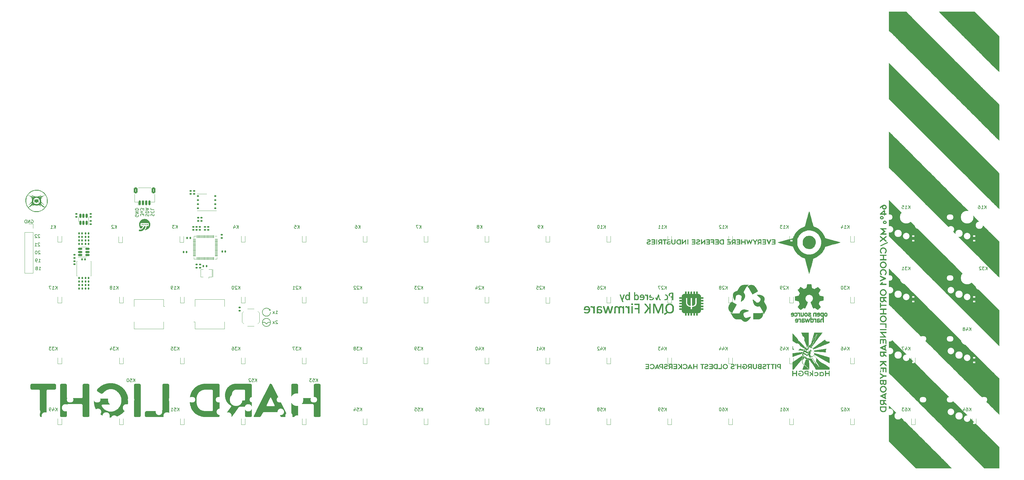
<source format=gbr>
%TF.GenerationSoftware,KiCad,Pcbnew,7.0.2*%
%TF.CreationDate,2023-09-13T20:03:04-04:00*%
%TF.ProjectId,QuicksilverStorm,51756963-6b73-4696-9c76-657253746f72,Mark 2 Rev F*%
%TF.SameCoordinates,Original*%
%TF.FileFunction,Legend,Bot*%
%TF.FilePolarity,Positive*%
%FSLAX46Y46*%
G04 Gerber Fmt 4.6, Leading zero omitted, Abs format (unit mm)*
G04 Created by KiCad (PCBNEW 7.0.2) date 2023-09-13 20:03:04*
%MOMM*%
%LPD*%
G01*
G04 APERTURE LIST*
G04 Aperture macros list*
%AMRoundRect*
0 Rectangle with rounded corners*
0 $1 Rounding radius*
0 $2 $3 $4 $5 $6 $7 $8 $9 X,Y pos of 4 corners*
0 Add a 4 corners polygon primitive as box body*
4,1,4,$2,$3,$4,$5,$6,$7,$8,$9,$2,$3,0*
0 Add four circle primitives for the rounded corners*
1,1,$1+$1,$2,$3*
1,1,$1+$1,$4,$5*
1,1,$1+$1,$6,$7*
1,1,$1+$1,$8,$9*
0 Add four rect primitives between the rounded corners*
20,1,$1+$1,$2,$3,$4,$5,0*
20,1,$1+$1,$4,$5,$6,$7,0*
20,1,$1+$1,$6,$7,$8,$9,0*
20,1,$1+$1,$8,$9,$2,$3,0*%
G04 Aperture macros list end*
%ADD10C,0.150000*%
%ADD11C,0.300000*%
%ADD12C,0.200000*%
%ADD13C,0.250000*%
%ADD14C,0.120000*%
%ADD15C,0.010000*%
%ADD16O,2.122000X1.701800*%
%ADD17C,3.987800*%
%ADD18C,2.286000*%
%ADD19C,2.032000*%
%ADD20C,3.200000*%
%ADD21RoundRect,0.147500X0.172500X-0.147500X0.172500X0.147500X-0.172500X0.147500X-0.172500X-0.147500X0*%
%ADD22RoundRect,0.147500X-0.172500X0.147500X-0.172500X-0.147500X0.172500X-0.147500X0.172500X0.147500X0*%
%ADD23RoundRect,0.147500X-0.147500X-0.172500X0.147500X-0.172500X0.147500X0.172500X-0.147500X0.172500X0*%
%ADD24RoundRect,0.050000X0.387500X0.050000X-0.387500X0.050000X-0.387500X-0.050000X0.387500X-0.050000X0*%
%ADD25RoundRect,0.050000X0.050000X0.387500X-0.050000X0.387500X-0.050000X-0.387500X0.050000X-0.387500X0*%
%ADD26R,3.050000X3.050000*%
%ADD27R,0.700000X0.600000*%
%ADD28RoundRect,0.147500X0.147500X0.172500X-0.147500X0.172500X-0.147500X-0.172500X0.147500X-0.172500X0*%
%ADD29C,0.650000*%
%ADD30R,0.600000X1.450000*%
%ADD31R,0.300000X1.450000*%
%ADD32O,1.000000X1.600000*%
%ADD33O,1.000000X2.100000*%
%ADD34R,2.000000X4.200000*%
%ADD35RoundRect,0.150000X-0.150000X-0.625000X0.150000X-0.625000X0.150000X0.625000X-0.150000X0.625000X0*%
%ADD36RoundRect,0.250000X-0.350000X-0.650000X0.350000X-0.650000X0.350000X0.650000X-0.350000X0.650000X0*%
%ADD37RoundRect,0.125000X0.250000X0.125000X-0.250000X0.125000X-0.250000X-0.125000X0.250000X-0.125000X0*%
%ADD38R,1.587400X4.300000*%
%ADD39R,3.700000X1.100000*%
%ADD40R,0.400000X1.900000*%
%ADD41RoundRect,0.150000X-0.512500X-0.150000X0.512500X-0.150000X0.512500X0.150000X-0.512500X0.150000X0*%
%ADD42RoundRect,0.150000X0.150000X-0.512500X0.150000X0.512500X-0.150000X0.512500X-0.150000X-0.512500X0*%
%ADD43R,1.100000X1.800000*%
%ADD44R,1.700000X1.700000*%
%ADD45O,1.700000X1.700000*%
G04 APERTURE END LIST*
D10*
X106711088Y-110137781D02*
G75*
G03*
X106845150Y-110705750I-1135888J-567919D01*
G01*
X106464150Y-110070750D02*
X106718150Y-109816750D01*
X106718150Y-109816750D02*
X106711073Y-110137789D01*
X105575150Y-114420500D02*
X106083150Y-113912500D01*
X104305150Y-113912500D02*
X105067150Y-113912500D01*
X105067150Y-113912500D02*
X105575150Y-114420500D01*
X106845150Y-113912500D02*
G75*
G03*
X106845150Y-113912500I-1270000J0D01*
G01*
X106083150Y-113912500D02*
X106845150Y-113912500D01*
X106711073Y-110137789D02*
X106464150Y-110070750D01*
D11*
G36*
X266388077Y-126940449D02*
G01*
X266402411Y-126944708D01*
X266415555Y-126951806D01*
X266427507Y-126961744D01*
X266437285Y-126973536D01*
X266444269Y-126986565D01*
X266448459Y-127000831D01*
X266449856Y-127016332D01*
X266449856Y-128432697D01*
X266448459Y-128448221D01*
X266444269Y-128462555D01*
X266437285Y-128475699D01*
X266427507Y-128487651D01*
X266415578Y-128497429D01*
X266402503Y-128504412D01*
X266388283Y-128508603D01*
X266372919Y-128510000D01*
X266206223Y-128510000D01*
X266192501Y-128508913D01*
X266178150Y-128505009D01*
X266163702Y-128497223D01*
X266152368Y-128487285D01*
X266143071Y-128475149D01*
X266136431Y-128461823D01*
X266132447Y-128447305D01*
X266131119Y-128431598D01*
X266131119Y-128096008D01*
X266130157Y-128084925D01*
X266125108Y-128070019D01*
X266115731Y-128057173D01*
X266106319Y-128049381D01*
X266092057Y-128042958D01*
X266077263Y-128041053D01*
X265798826Y-128041053D01*
X265780487Y-128040886D01*
X265762379Y-128040383D01*
X265744503Y-128039546D01*
X265726859Y-128038374D01*
X265709446Y-128036867D01*
X265692266Y-128035025D01*
X265675317Y-128032849D01*
X265658600Y-128030337D01*
X265642115Y-128027491D01*
X265625862Y-128024309D01*
X265609841Y-128020793D01*
X265594052Y-128016942D01*
X265578494Y-128012756D01*
X265563168Y-128008235D01*
X265548074Y-128003379D01*
X265533212Y-127998189D01*
X265518818Y-127992756D01*
X265504762Y-127987083D01*
X265491043Y-127981170D01*
X265477662Y-127975016D01*
X265458224Y-127965335D01*
X265439546Y-127955112D01*
X265421628Y-127944349D01*
X265404469Y-127933044D01*
X265388071Y-127921199D01*
X265372433Y-127908813D01*
X265357554Y-127895886D01*
X265343435Y-127882418D01*
X265334100Y-127873160D01*
X265320640Y-127858903D01*
X265307829Y-127844201D01*
X265295670Y-127829055D01*
X265284160Y-127813465D01*
X265273301Y-127797431D01*
X265263093Y-127780952D01*
X265253535Y-127764029D01*
X265244627Y-127746661D01*
X265236370Y-127728849D01*
X265228763Y-127710593D01*
X265224061Y-127698163D01*
X265217576Y-127679278D01*
X265211773Y-127660103D01*
X265206654Y-127640638D01*
X265202216Y-127620884D01*
X265198462Y-127600839D01*
X265195390Y-127580505D01*
X265193001Y-127559881D01*
X265191294Y-127538967D01*
X265190270Y-127517763D01*
X265189964Y-127498468D01*
X265508666Y-127498468D01*
X265508680Y-127501936D01*
X265509181Y-127518925D01*
X265510397Y-127535324D01*
X265512329Y-127551133D01*
X265514977Y-127566351D01*
X265518340Y-127580978D01*
X265523320Y-127597752D01*
X265523692Y-127599149D01*
X265528490Y-127614411D01*
X265533978Y-127628135D01*
X265540539Y-127641716D01*
X265547695Y-127654675D01*
X265556227Y-127668186D01*
X265565452Y-127680917D01*
X265577160Y-127693952D01*
X265590027Y-127705853D01*
X265601635Y-127714905D01*
X265614048Y-127723169D01*
X265627267Y-127730647D01*
X265641290Y-127737337D01*
X265653574Y-127742575D01*
X265669477Y-127748140D01*
X265685989Y-127752614D01*
X265703109Y-127755997D01*
X265720836Y-127758289D01*
X265735457Y-127759336D01*
X265750466Y-127759685D01*
X266077263Y-127759685D01*
X266089489Y-127758439D01*
X266104078Y-127752901D01*
X266115731Y-127743932D01*
X266123170Y-127734520D01*
X266129300Y-127720257D01*
X266131119Y-127705464D01*
X266131119Y-127274619D01*
X266130157Y-127263697D01*
X266125108Y-127248945D01*
X266115731Y-127236151D01*
X266106319Y-127228536D01*
X266092057Y-127222259D01*
X266077263Y-127220397D01*
X265781974Y-127220397D01*
X265777689Y-127220421D01*
X265760950Y-127220997D01*
X265744853Y-127222339D01*
X265729397Y-127224448D01*
X265714583Y-127227325D01*
X265696966Y-127231999D01*
X265680350Y-127237872D01*
X265664737Y-127244944D01*
X265658223Y-127248066D01*
X265642638Y-127256349D01*
X265628055Y-127265311D01*
X265614473Y-127274953D01*
X265601894Y-127285275D01*
X265590316Y-127296277D01*
X265579740Y-127307958D01*
X265575499Y-127312638D01*
X265565445Y-127324813D01*
X265556179Y-127337668D01*
X265547699Y-127351203D01*
X265540007Y-127365417D01*
X265533102Y-127380312D01*
X265526984Y-127395886D01*
X265524766Y-127402555D01*
X265519846Y-127419077D01*
X265515821Y-127435384D01*
X265512691Y-127451477D01*
X265510455Y-127467355D01*
X265509113Y-127483019D01*
X265508666Y-127498468D01*
X265189964Y-127498468D01*
X265189929Y-127496270D01*
X265190098Y-127482149D01*
X265190984Y-127461080D01*
X265192631Y-127440147D01*
X265195037Y-127419349D01*
X265198204Y-127398686D01*
X265202130Y-127378159D01*
X265206816Y-127357767D01*
X265212262Y-127337510D01*
X265218468Y-127317388D01*
X265225434Y-127297401D01*
X265233160Y-127277550D01*
X265236157Y-127271386D01*
X265243824Y-127256140D01*
X265251741Y-127241125D01*
X265259909Y-127226344D01*
X265268328Y-127211795D01*
X265276997Y-127197478D01*
X265285916Y-127183394D01*
X265289574Y-127177795D01*
X265299070Y-127164083D01*
X265309066Y-127150782D01*
X265319563Y-127137893D01*
X265330561Y-127125416D01*
X265342060Y-127113350D01*
X265354060Y-127101695D01*
X265363550Y-127092470D01*
X265378165Y-127079073D01*
X265393238Y-127066204D01*
X265408768Y-127053863D01*
X265424755Y-127042049D01*
X265441200Y-127030764D01*
X265458102Y-127020007D01*
X265475461Y-127009779D01*
X265493277Y-127000078D01*
X265511551Y-126990905D01*
X265530281Y-126982260D01*
X265543548Y-126977025D01*
X265563565Y-126969806D01*
X265583725Y-126963347D01*
X265604026Y-126957648D01*
X265624468Y-126952708D01*
X265645053Y-126948529D01*
X265665779Y-126945109D01*
X265686647Y-126942449D01*
X265707656Y-126940549D01*
X265728807Y-126939409D01*
X265750100Y-126939030D01*
X266372553Y-126939030D01*
X266388077Y-126940449D01*
G37*
G36*
X264742964Y-128510000D02*
G01*
X264909660Y-128510000D01*
X264925254Y-128508603D01*
X264939427Y-128504412D01*
X264953676Y-128496359D01*
X264963516Y-128487651D01*
X264972812Y-128475699D01*
X264979453Y-128462555D01*
X264983437Y-128448221D01*
X264984765Y-128432697D01*
X264984765Y-127016332D01*
X264983437Y-127000831D01*
X264979453Y-126986565D01*
X264971795Y-126971995D01*
X264963516Y-126961744D01*
X264952181Y-126951806D01*
X264937733Y-126944021D01*
X264923382Y-126940116D01*
X264909660Y-126939030D01*
X264742964Y-126939030D01*
X264727623Y-126940449D01*
X264713472Y-126944708D01*
X264700512Y-126951806D01*
X264688743Y-126961744D01*
X264678805Y-126973536D01*
X264671707Y-126986565D01*
X264667448Y-127000831D01*
X264666028Y-127016332D01*
X264666028Y-128432697D01*
X264667448Y-128448221D01*
X264671707Y-128462555D01*
X264678805Y-128475699D01*
X264688743Y-128487651D01*
X264700512Y-128497429D01*
X264713472Y-128504412D01*
X264727623Y-128508603D01*
X264742964Y-128510000D01*
G37*
G36*
X263343453Y-127220397D02*
G01*
X263653763Y-127220397D01*
X263668514Y-127222259D01*
X263682630Y-127228536D01*
X263691865Y-127236151D01*
X263701242Y-127248722D01*
X263706291Y-127263353D01*
X263707253Y-127274253D01*
X263707253Y-128432697D01*
X263708672Y-128448221D01*
X263712931Y-128462555D01*
X263720030Y-128475699D01*
X263729967Y-128487651D01*
X263741760Y-128497429D01*
X263754788Y-128504412D01*
X263769054Y-128508603D01*
X263784556Y-128510000D01*
X263949053Y-128510000D01*
X263964578Y-128508603D01*
X263978912Y-128504412D01*
X263992055Y-128497429D01*
X264004008Y-128487651D01*
X264013785Y-128475699D01*
X264020769Y-128462555D01*
X264024959Y-128448221D01*
X264026356Y-128432697D01*
X264026356Y-127274253D01*
X264028174Y-127259502D01*
X264034305Y-127245386D01*
X264041743Y-127236151D01*
X264054314Y-127226551D01*
X264068946Y-127221382D01*
X264079845Y-127220397D01*
X264392354Y-127220397D01*
X264407856Y-127219023D01*
X264422121Y-127214902D01*
X264435150Y-127208032D01*
X264446942Y-127198415D01*
X264456719Y-127186646D01*
X264463703Y-127173686D01*
X264467894Y-127159535D01*
X264469290Y-127144193D01*
X264469290Y-127015233D01*
X264467894Y-126999915D01*
X264463703Y-126985833D01*
X264455650Y-126971468D01*
X264446942Y-126961378D01*
X264435150Y-126951600D01*
X264422121Y-126944617D01*
X264407856Y-126940426D01*
X264392354Y-126939030D01*
X263343453Y-126939030D01*
X263327951Y-126940426D01*
X263313686Y-126944617D01*
X263300657Y-126951600D01*
X263288865Y-126961378D01*
X263278927Y-126972987D01*
X263271829Y-126985833D01*
X263267570Y-126999915D01*
X263266150Y-127015233D01*
X263266150Y-127144193D01*
X263267570Y-127159535D01*
X263271829Y-127173686D01*
X263278927Y-127186646D01*
X263288865Y-127198415D01*
X263300657Y-127208032D01*
X263313686Y-127214902D01*
X263327951Y-127219023D01*
X263343453Y-127220397D01*
G37*
G36*
X262037731Y-127220397D02*
G01*
X262348041Y-127220397D01*
X262362792Y-127222259D01*
X262376908Y-127228536D01*
X262386143Y-127236151D01*
X262395520Y-127248722D01*
X262400569Y-127263353D01*
X262401530Y-127274253D01*
X262401530Y-128432697D01*
X262402950Y-128448221D01*
X262407209Y-128462555D01*
X262414307Y-128475699D01*
X262424245Y-128487651D01*
X262436037Y-128497429D01*
X262449066Y-128504412D01*
X262463331Y-128508603D01*
X262478833Y-128510000D01*
X262643331Y-128510000D01*
X262658855Y-128508603D01*
X262673189Y-128504412D01*
X262686333Y-128497429D01*
X262698285Y-128487651D01*
X262708063Y-128475699D01*
X262715047Y-128462555D01*
X262719237Y-128448221D01*
X262720634Y-128432697D01*
X262720634Y-127274253D01*
X262722452Y-127259502D01*
X262728583Y-127245386D01*
X262736021Y-127236151D01*
X262748592Y-127226551D01*
X262763224Y-127221382D01*
X262774123Y-127220397D01*
X263086632Y-127220397D01*
X263102133Y-127219023D01*
X263116399Y-127214902D01*
X263129427Y-127208032D01*
X263141220Y-127198415D01*
X263150997Y-127186646D01*
X263157981Y-127173686D01*
X263162171Y-127159535D01*
X263163568Y-127144193D01*
X263163568Y-127015233D01*
X263162171Y-126999915D01*
X263157981Y-126985833D01*
X263149928Y-126971468D01*
X263141220Y-126961378D01*
X263129427Y-126951600D01*
X263116399Y-126944617D01*
X263102133Y-126940426D01*
X263086632Y-126939030D01*
X262037731Y-126939030D01*
X262022229Y-126940426D01*
X262007964Y-126944617D01*
X261994935Y-126951600D01*
X261983142Y-126961378D01*
X261973205Y-126972987D01*
X261966106Y-126985833D01*
X261961847Y-126999915D01*
X261960428Y-127015233D01*
X261960428Y-127144193D01*
X261961847Y-127159535D01*
X261966106Y-127173686D01*
X261973205Y-127186646D01*
X261983142Y-127198415D01*
X261994935Y-127208032D01*
X262007964Y-127214902D01*
X262022229Y-127219023D01*
X262037731Y-127220397D01*
G37*
G36*
X261877629Y-128244385D02*
G01*
X261788969Y-128113593D01*
X261779398Y-128101412D01*
X261766769Y-128090992D01*
X261752170Y-128084050D01*
X261741342Y-128081353D01*
X261726504Y-128080186D01*
X261710250Y-128082211D01*
X261696190Y-128086979D01*
X261684189Y-128093443D01*
X261666570Y-128104286D01*
X261649022Y-128114833D01*
X261631545Y-128125083D01*
X261614139Y-128135037D01*
X261596804Y-128144695D01*
X261579539Y-128154057D01*
X261562345Y-128163122D01*
X261545223Y-128171891D01*
X261528171Y-128180364D01*
X261511189Y-128188541D01*
X261499908Y-128193827D01*
X261485089Y-128200881D01*
X261470124Y-128207480D01*
X261455013Y-128213624D01*
X261439755Y-128219312D01*
X261424352Y-128224546D01*
X261408803Y-128229324D01*
X261393108Y-128233648D01*
X261377267Y-128237516D01*
X261361281Y-128240929D01*
X261345148Y-128243887D01*
X261328869Y-128246390D01*
X261312444Y-128248438D01*
X261295873Y-128250031D01*
X261279156Y-128251169D01*
X261262293Y-128251852D01*
X261245285Y-128252079D01*
X261228060Y-128251793D01*
X261211373Y-128250934D01*
X261195224Y-128249503D01*
X261179614Y-128247500D01*
X261164541Y-128244924D01*
X261150007Y-128241775D01*
X261132596Y-128237035D01*
X261122553Y-128233761D01*
X261107417Y-128228797D01*
X261092693Y-128223063D01*
X261078380Y-128216561D01*
X261064478Y-128209289D01*
X261050988Y-128201248D01*
X261037910Y-128192438D01*
X261032793Y-128188698D01*
X261019974Y-128177913D01*
X261008442Y-128166716D01*
X260998198Y-128155107D01*
X260989242Y-128143086D01*
X260980421Y-128128540D01*
X260979304Y-128126416D01*
X260972452Y-128112439D01*
X260967283Y-128098076D01*
X260963797Y-128083327D01*
X260961994Y-128068193D01*
X260961719Y-128059371D01*
X260962659Y-128044529D01*
X260966133Y-128027897D01*
X260972166Y-128012002D01*
X260979374Y-127998963D01*
X260988463Y-127986465D01*
X261000683Y-127974404D01*
X261012747Y-127964512D01*
X261026279Y-127955032D01*
X261041280Y-127945965D01*
X261054903Y-127938723D01*
X261060637Y-127935907D01*
X261074877Y-127929710D01*
X261090118Y-127923943D01*
X261104692Y-127919119D01*
X261109730Y-127917588D01*
X261125473Y-127912849D01*
X261140293Y-127908635D01*
X261155892Y-127904422D01*
X261170180Y-127900736D01*
X261186002Y-127896500D01*
X261201962Y-127892584D01*
X261218059Y-127888989D01*
X261234294Y-127885715D01*
X261250643Y-127882578D01*
X261265324Y-127879795D01*
X261280356Y-127876978D01*
X261295738Y-127874125D01*
X261302438Y-127872892D01*
X261317292Y-127870073D01*
X261333006Y-127867110D01*
X261347882Y-127864322D01*
X261352996Y-127863367D01*
X261368597Y-127860246D01*
X261384487Y-127857068D01*
X261400668Y-127853832D01*
X261409782Y-127852009D01*
X261425410Y-127849576D01*
X261441152Y-127846674D01*
X261457009Y-127843302D01*
X261472980Y-127839461D01*
X261489066Y-127835151D01*
X261505266Y-127830371D01*
X261521581Y-127825122D01*
X261538010Y-127819403D01*
X261555040Y-127814394D01*
X261571876Y-127808893D01*
X261588517Y-127802899D01*
X261604963Y-127796413D01*
X261621215Y-127789435D01*
X261637272Y-127781965D01*
X261653134Y-127774002D01*
X261668802Y-127765547D01*
X261684807Y-127757087D01*
X261700401Y-127748008D01*
X261715582Y-127738310D01*
X261730351Y-127727995D01*
X261744708Y-127717061D01*
X261758653Y-127705509D01*
X261772185Y-127693339D01*
X261785306Y-127680551D01*
X261798088Y-127668054D01*
X261810241Y-127654745D01*
X261821765Y-127640623D01*
X261832658Y-127625688D01*
X261842922Y-127609940D01*
X261852556Y-127593379D01*
X261861561Y-127576005D01*
X261867901Y-127562442D01*
X261869936Y-127557819D01*
X261875436Y-127543965D01*
X261880394Y-127529745D01*
X261884812Y-127515157D01*
X261888689Y-127500202D01*
X261892025Y-127484880D01*
X261894820Y-127469192D01*
X261897074Y-127453136D01*
X261898787Y-127436712D01*
X261899959Y-127419922D01*
X261900590Y-127402765D01*
X261900710Y-127391123D01*
X261900489Y-127374111D01*
X261899823Y-127357423D01*
X261898714Y-127341058D01*
X261897161Y-127325017D01*
X261895165Y-127309299D01*
X261892725Y-127293905D01*
X261889841Y-127278834D01*
X261886514Y-127264086D01*
X261882743Y-127249662D01*
X261878528Y-127235561D01*
X261871374Y-127215017D01*
X261863222Y-127195200D01*
X261854072Y-127176110D01*
X261843924Y-127157749D01*
X261833517Y-127141209D01*
X261822492Y-127125248D01*
X261810848Y-127109868D01*
X261798586Y-127095066D01*
X261785706Y-127080845D01*
X261772208Y-127067203D01*
X261758092Y-127054140D01*
X261743357Y-127041657D01*
X261728004Y-127029754D01*
X261712033Y-127018430D01*
X261701042Y-127011203D01*
X261685023Y-127002024D01*
X261668567Y-126993309D01*
X261651673Y-126985057D01*
X261634341Y-126977269D01*
X261616571Y-126969944D01*
X261598363Y-126963084D01*
X261579717Y-126956687D01*
X261560633Y-126950753D01*
X261541111Y-126945283D01*
X261521151Y-126940277D01*
X261507602Y-126937198D01*
X261488679Y-126933335D01*
X261469691Y-126929852D01*
X261450640Y-126926749D01*
X261431524Y-126924026D01*
X261412343Y-126921683D01*
X261393098Y-126919720D01*
X261373789Y-126918136D01*
X261354415Y-126916933D01*
X261334977Y-126916110D01*
X261315475Y-126915667D01*
X261302438Y-126915582D01*
X261284084Y-126915791D01*
X261266116Y-126916419D01*
X261248535Y-126917466D01*
X261231340Y-126918931D01*
X261214532Y-126920815D01*
X261198110Y-126923117D01*
X261182074Y-126925838D01*
X261166425Y-126928977D01*
X261151162Y-126932535D01*
X261136286Y-126936512D01*
X261126583Y-126939396D01*
X261110196Y-126941958D01*
X261094055Y-126944836D01*
X261078159Y-126948029D01*
X261062509Y-126951537D01*
X261053676Y-126953684D01*
X261038342Y-126957423D01*
X261023112Y-126961268D01*
X261007988Y-126965217D01*
X260992969Y-126969272D01*
X260984433Y-126971636D01*
X260969347Y-126976888D01*
X260954540Y-126982385D01*
X260940015Y-126988128D01*
X260925769Y-126994116D01*
X260917755Y-126997648D01*
X260903773Y-127003951D01*
X260890036Y-127010360D01*
X260876544Y-127016874D01*
X260863298Y-127023494D01*
X260855840Y-127027323D01*
X260842616Y-127034422D01*
X260828731Y-127042230D01*
X260815539Y-127050038D01*
X260802088Y-127057846D01*
X260788807Y-127064944D01*
X260774525Y-127072043D01*
X260773041Y-127072752D01*
X260760539Y-127082667D01*
X260750876Y-127093727D01*
X260743399Y-127107537D01*
X260740068Y-127119281D01*
X260739183Y-127134505D01*
X260742297Y-127149265D01*
X260749410Y-127163562D01*
X260755089Y-127171304D01*
X260843383Y-127295502D01*
X260853985Y-127307684D01*
X260866006Y-127317117D01*
X260879447Y-127323804D01*
X260894308Y-127327742D01*
X260909443Y-127328887D01*
X260924075Y-127327192D01*
X260938203Y-127322659D01*
X260951827Y-127315286D01*
X260967003Y-127305753D01*
X260982031Y-127296665D01*
X260996910Y-127288022D01*
X261011642Y-127279823D01*
X261026225Y-127272068D01*
X261040660Y-127264757D01*
X261054947Y-127257891D01*
X261069086Y-127251470D01*
X261083077Y-127245492D01*
X261096920Y-127239959D01*
X261106066Y-127236517D01*
X261124399Y-127229446D01*
X261142989Y-127223071D01*
X261161837Y-127217391D01*
X261180942Y-127212406D01*
X261200305Y-127208117D01*
X261219925Y-127204523D01*
X261239804Y-127201625D01*
X261259939Y-127199423D01*
X261280333Y-127197916D01*
X261300984Y-127197105D01*
X261314894Y-127196950D01*
X261330382Y-127197313D01*
X261345752Y-127198292D01*
X261355194Y-127199148D01*
X261370185Y-127200833D01*
X261385435Y-127202863D01*
X261399524Y-127205010D01*
X261413984Y-127208484D01*
X261428282Y-127212495D01*
X261442420Y-127217042D01*
X261456396Y-127222126D01*
X261470212Y-127227747D01*
X261483867Y-127233904D01*
X261489283Y-127236517D01*
X261502955Y-127243786D01*
X261515762Y-127251488D01*
X261526653Y-127258866D01*
X261538828Y-127268225D01*
X261550077Y-127278718D01*
X261557061Y-127286343D01*
X261565527Y-127298308D01*
X261573191Y-127313343D01*
X261578470Y-127329534D01*
X261581098Y-127344333D01*
X261581974Y-127359982D01*
X261580917Y-127375180D01*
X261577015Y-127391740D01*
X261570238Y-127407037D01*
X261560586Y-127421072D01*
X261551932Y-127430324D01*
X261539198Y-127441491D01*
X261525176Y-127451911D01*
X261512507Y-127460023D01*
X261498943Y-127467617D01*
X261484486Y-127474692D01*
X261469133Y-127481249D01*
X261453974Y-127487051D01*
X261438582Y-127492506D01*
X261422959Y-127497613D01*
X261414179Y-127500300D01*
X261399730Y-127504375D01*
X261384961Y-127508543D01*
X261369871Y-127512802D01*
X261354461Y-127517152D01*
X261338753Y-127521251D01*
X261323137Y-127525121D01*
X261307612Y-127528761D01*
X261292179Y-127532173D01*
X261276884Y-127535425D01*
X261261771Y-127538951D01*
X261246842Y-127542752D01*
X261232096Y-127546828D01*
X261217491Y-127549790D01*
X261202529Y-127553182D01*
X261187209Y-127557003D01*
X261184102Y-127557819D01*
X261169593Y-127561119D01*
X261154504Y-127564014D01*
X261138835Y-127566503D01*
X261129880Y-127567711D01*
X261114584Y-127570275D01*
X261099105Y-127573206D01*
X261083443Y-127576503D01*
X261067598Y-127580167D01*
X261051501Y-127584037D01*
X261035450Y-127588319D01*
X261019444Y-127593013D01*
X261005477Y-127597458D01*
X261003484Y-127598119D01*
X260988458Y-127602136D01*
X260974002Y-127606745D01*
X260968313Y-127608743D01*
X260953611Y-127614101D01*
X260939272Y-127619460D01*
X260932776Y-127621933D01*
X260919312Y-127627840D01*
X260904932Y-127634572D01*
X260891599Y-127641139D01*
X260877564Y-127648336D01*
X260873425Y-127650509D01*
X260859312Y-127658060D01*
X260846147Y-127665646D01*
X260832259Y-127674358D01*
X260819608Y-127683117D01*
X260816639Y-127685314D01*
X260804136Y-127693488D01*
X260791523Y-127702809D01*
X260785131Y-127708028D01*
X260773703Y-127718033D01*
X260762638Y-127728400D01*
X260757654Y-127733307D01*
X260744499Y-127747321D01*
X260732146Y-127761884D01*
X260720594Y-127776996D01*
X260709843Y-127792658D01*
X260699894Y-127808870D01*
X260690747Y-127825631D01*
X260682400Y-127842942D01*
X260674856Y-127860802D01*
X260669094Y-127875488D01*
X260663899Y-127890696D01*
X260659271Y-127906426D01*
X260655209Y-127922678D01*
X260651715Y-127939450D01*
X260648786Y-127956745D01*
X260646425Y-127974561D01*
X260644631Y-127992899D01*
X260643403Y-128011759D01*
X260642741Y-128031140D01*
X260642616Y-128044351D01*
X260642784Y-128059492D01*
X260643291Y-128074415D01*
X260644135Y-128089121D01*
X260646035Y-128110773D01*
X260648695Y-128131934D01*
X260652115Y-128152607D01*
X260656294Y-128172790D01*
X260661234Y-128192483D01*
X260666933Y-128211687D01*
X260673392Y-128230402D01*
X260680611Y-128248627D01*
X260685846Y-128260505D01*
X260694408Y-128277461D01*
X260703608Y-128293843D01*
X260713445Y-128309652D01*
X260723920Y-128324888D01*
X260735032Y-128339551D01*
X260746782Y-128353641D01*
X260759169Y-128367157D01*
X260772194Y-128380100D01*
X260785856Y-128392471D01*
X260800156Y-128404268D01*
X260810044Y-128411814D01*
X260825657Y-128423326D01*
X260841720Y-128434234D01*
X260858234Y-128444535D01*
X260875200Y-128454232D01*
X260892615Y-128463323D01*
X260910482Y-128471809D01*
X260928800Y-128479689D01*
X260947568Y-128486964D01*
X260966787Y-128493634D01*
X260986457Y-128499698D01*
X260999821Y-128503405D01*
X261014030Y-128507043D01*
X261028357Y-128510446D01*
X261042801Y-128513614D01*
X261057363Y-128516548D01*
X261072042Y-128519247D01*
X261086838Y-128521712D01*
X261101752Y-128523941D01*
X261116782Y-128525936D01*
X261131931Y-128527697D01*
X261147196Y-128529222D01*
X261162579Y-128530513D01*
X261178080Y-128531569D01*
X261193698Y-128532391D01*
X261209433Y-128532977D01*
X261225285Y-128533329D01*
X261241255Y-128533447D01*
X261256563Y-128533377D01*
X261271623Y-128533166D01*
X261286433Y-128532816D01*
X261308182Y-128532027D01*
X261329371Y-128530922D01*
X261349999Y-128529502D01*
X261370068Y-128527767D01*
X261389575Y-128525716D01*
X261408523Y-128523349D01*
X261426910Y-128520667D01*
X261444737Y-128517669D01*
X261456311Y-128515495D01*
X261472733Y-128512655D01*
X261489026Y-128509493D01*
X261505190Y-128506009D01*
X261521226Y-128502203D01*
X261537133Y-128498075D01*
X261552911Y-128493625D01*
X261568560Y-128488853D01*
X261584080Y-128483759D01*
X261599472Y-128478343D01*
X261614734Y-128472605D01*
X261624838Y-128468600D01*
X261639199Y-128463264D01*
X261653432Y-128457695D01*
X261667535Y-128451895D01*
X261681510Y-128445863D01*
X261695356Y-128439599D01*
X261699943Y-128437459D01*
X261713467Y-128430788D01*
X261726836Y-128423961D01*
X261740051Y-128416980D01*
X261753111Y-128409845D01*
X261766017Y-128402555D01*
X261770285Y-128400090D01*
X261783601Y-128392427D01*
X261796989Y-128384548D01*
X261810449Y-128376455D01*
X261813149Y-128374811D01*
X261826573Y-128366282D01*
X261838899Y-128358116D01*
X261851457Y-128349486D01*
X261857113Y-128345502D01*
X261869615Y-128336480D01*
X261880286Y-128324470D01*
X261887364Y-128310488D01*
X261890086Y-128300073D01*
X261891174Y-128283966D01*
X261888669Y-128268208D01*
X261883425Y-128254492D01*
X261877629Y-128244385D01*
G37*
G36*
X260365049Y-126940449D02*
G01*
X260379383Y-126944708D01*
X260392526Y-126951806D01*
X260404479Y-126961744D01*
X260414256Y-126973536D01*
X260421240Y-126986565D01*
X260425430Y-127000831D01*
X260426827Y-127016332D01*
X260426827Y-128432697D01*
X260425430Y-128448221D01*
X260421240Y-128462555D01*
X260414256Y-128475699D01*
X260404479Y-128487651D01*
X260392526Y-128497429D01*
X260379383Y-128504412D01*
X260365049Y-128508603D01*
X260349524Y-128510000D01*
X259702158Y-128510000D01*
X259695720Y-128509975D01*
X259679786Y-128509701D01*
X259664085Y-128509124D01*
X259648617Y-128508242D01*
X259633381Y-128507056D01*
X259618377Y-128505566D01*
X259603606Y-128503771D01*
X259591831Y-128502060D01*
X259577225Y-128499743D01*
X259562744Y-128497230D01*
X259545532Y-128493954D01*
X259528500Y-128490395D01*
X259511649Y-128486552D01*
X259500302Y-128483670D01*
X259483662Y-128478842D01*
X259467479Y-128473409D01*
X259451754Y-128467370D01*
X259436486Y-128460726D01*
X259421675Y-128453477D01*
X259407321Y-128445622D01*
X259393425Y-128437162D01*
X259379985Y-128428097D01*
X259367003Y-128418426D01*
X259354479Y-128408150D01*
X259346422Y-128401397D01*
X259334690Y-128390671D01*
X259323384Y-128379230D01*
X259312502Y-128367075D01*
X259302046Y-128354205D01*
X259292014Y-128340619D01*
X259282408Y-128326319D01*
X259273227Y-128311304D01*
X259264470Y-128295575D01*
X259256139Y-128279130D01*
X259248233Y-128261971D01*
X259245821Y-128256255D01*
X259239045Y-128238655D01*
X259232959Y-128220380D01*
X259227561Y-128201428D01*
X259222852Y-128181800D01*
X259218832Y-128161495D01*
X259215502Y-128140515D01*
X259212860Y-128118858D01*
X259211482Y-128104045D01*
X259210410Y-128088931D01*
X259209645Y-128073517D01*
X259209185Y-128057802D01*
X259209032Y-128041786D01*
X259209359Y-128028230D01*
X259527769Y-128028230D01*
X259527992Y-128038151D01*
X259529457Y-128054768D01*
X259532290Y-128070438D01*
X259536490Y-128085162D01*
X259542057Y-128098939D01*
X259546175Y-128109717D01*
X259553083Y-128124476D01*
X259561322Y-128138849D01*
X259570894Y-128152836D01*
X259580159Y-128164518D01*
X259586639Y-128172212D01*
X259598310Y-128184353D01*
X259610401Y-128194812D01*
X259622914Y-128203587D01*
X259635846Y-128210680D01*
X259643294Y-128214887D01*
X259656906Y-128220901D01*
X259671254Y-128225196D01*
X259686338Y-128227773D01*
X259702158Y-128228632D01*
X260054234Y-128228632D01*
X260066461Y-128227386D01*
X260081050Y-128221847D01*
X260092703Y-128212878D01*
X260100141Y-128203437D01*
X260106272Y-128189046D01*
X260108090Y-128174043D01*
X260108090Y-127908063D01*
X260107128Y-127896980D01*
X260102079Y-127882074D01*
X260092703Y-127869228D01*
X260083291Y-127861613D01*
X260069028Y-127855336D01*
X260054234Y-127853475D01*
X259733666Y-127853475D01*
X259727395Y-127853524D01*
X259709165Y-127854259D01*
X259691812Y-127855876D01*
X259675334Y-127858376D01*
X259659732Y-127861758D01*
X259645006Y-127866023D01*
X259626733Y-127873081D01*
X259610018Y-127881708D01*
X259594859Y-127891903D01*
X259581258Y-127903667D01*
X259568722Y-127916993D01*
X259557857Y-127930961D01*
X259548663Y-127945570D01*
X259541141Y-127960819D01*
X259535291Y-127976711D01*
X259531112Y-127993243D01*
X259528605Y-128010416D01*
X259527769Y-128028230D01*
X259209359Y-128028230D01*
X259209479Y-128023279D01*
X259210818Y-128005127D01*
X259213051Y-127987329D01*
X259216176Y-127969887D01*
X259220195Y-127952800D01*
X259225106Y-127936067D01*
X259230911Y-127919689D01*
X259237609Y-127903667D01*
X259244959Y-127887598D01*
X259252904Y-127871999D01*
X259261445Y-127856869D01*
X259270581Y-127842209D01*
X259280313Y-127828018D01*
X259290640Y-127814297D01*
X259301562Y-127801045D01*
X259313080Y-127788262D01*
X259324712Y-127775622D01*
X259336710Y-127763715D01*
X259349075Y-127752541D01*
X259361806Y-127742100D01*
X259374904Y-127732391D01*
X259388367Y-127723415D01*
X259402198Y-127715172D01*
X259416394Y-127707662D01*
X259429515Y-127702166D01*
X259443230Y-127696671D01*
X259457542Y-127691175D01*
X259471482Y-127686035D01*
X259467943Y-127684589D01*
X259454433Y-127678338D01*
X259440330Y-127670758D01*
X259427385Y-127662599D01*
X259421179Y-127658691D01*
X259406250Y-127648381D01*
X259392163Y-127637303D01*
X259378916Y-127625455D01*
X259366510Y-127612838D01*
X259354945Y-127599452D01*
X259344221Y-127585296D01*
X259336676Y-127574196D01*
X259327663Y-127559758D01*
X259319116Y-127544694D01*
X259311034Y-127529004D01*
X259303417Y-127512687D01*
X259297658Y-127499183D01*
X259292197Y-127485279D01*
X259289801Y-127478469D01*
X259284488Y-127461572D01*
X259280141Y-127444853D01*
X259276760Y-127428313D01*
X259274345Y-127411951D01*
X259272896Y-127395769D01*
X259272590Y-127385628D01*
X259591150Y-127385628D01*
X259591189Y-127390442D01*
X259591933Y-127406661D01*
X259593623Y-127421898D01*
X259596714Y-127438109D01*
X259601042Y-127453039D01*
X259602626Y-127457569D01*
X259608599Y-127472661D01*
X259615239Y-127486561D01*
X259623642Y-127500987D01*
X259632916Y-127513855D01*
X259635864Y-127517325D01*
X259646452Y-127528593D01*
X259657462Y-127538493D01*
X259670560Y-127548133D01*
X259684207Y-127555987D01*
X259694189Y-127560631D01*
X259709005Y-127565810D01*
X259724803Y-127569447D01*
X259741583Y-127571540D01*
X259756747Y-127572107D01*
X260054234Y-127572107D01*
X260066461Y-127570861D01*
X260081050Y-127565322D01*
X260092703Y-127556353D01*
X260100141Y-127546735D01*
X260106272Y-127532198D01*
X260108090Y-127517152D01*
X260108090Y-127275352D01*
X260107128Y-127264269D01*
X260102079Y-127249363D01*
X260092703Y-127236517D01*
X260083291Y-127228725D01*
X260069028Y-127222302D01*
X260054234Y-127220397D01*
X259735498Y-127220397D01*
X259726033Y-127220728D01*
X259709762Y-127222992D01*
X259694477Y-127227400D01*
X259680177Y-127233953D01*
X259670195Y-127240152D01*
X259657887Y-127248899D01*
X259645410Y-127259396D01*
X259634381Y-127270589D01*
X259624808Y-127281991D01*
X259616834Y-127294316D01*
X259609363Y-127308701D01*
X259603240Y-127322979D01*
X259597951Y-127338160D01*
X259594173Y-127353662D01*
X259591906Y-127369485D01*
X259591150Y-127385628D01*
X259272590Y-127385628D01*
X259272413Y-127379766D01*
X259272449Y-127371212D01*
X259272738Y-127354443D01*
X259273317Y-127338122D01*
X259274184Y-127322251D01*
X259275340Y-127306830D01*
X259276786Y-127291857D01*
X259279496Y-127270241D01*
X259282856Y-127249637D01*
X259286867Y-127230043D01*
X259291529Y-127211460D01*
X259296841Y-127193889D01*
X259302803Y-127177328D01*
X259309416Y-127161779D01*
X259313887Y-127151031D01*
X259321044Y-127135479D01*
X259328742Y-127120609D01*
X259336981Y-127106421D01*
X259345760Y-127092917D01*
X259355081Y-127080095D01*
X259364943Y-127067955D01*
X259375346Y-127056499D01*
X259386289Y-127045725D01*
X259397774Y-127035633D01*
X259409800Y-127026224D01*
X259424935Y-127014632D01*
X259441032Y-127003853D01*
X259453736Y-126996302D01*
X259466981Y-126989209D01*
X259480767Y-126982572D01*
X259495094Y-126976393D01*
X259509962Y-126970671D01*
X259525370Y-126965406D01*
X259541320Y-126960599D01*
X259557811Y-126956249D01*
X259563213Y-126955168D01*
X259579404Y-126952150D01*
X259595568Y-126949467D01*
X259611707Y-126947118D01*
X259627819Y-126945105D01*
X259643907Y-126943426D01*
X259654634Y-126942395D01*
X259671112Y-126941107D01*
X259688053Y-126940129D01*
X259705459Y-126939459D01*
X259720317Y-126939137D01*
X259735498Y-126939030D01*
X260349524Y-126939030D01*
X260365049Y-126940449D01*
G37*
G36*
X258603066Y-128486186D02*
G01*
X258619010Y-128479869D01*
X258634602Y-128473283D01*
X258649841Y-128466428D01*
X258664729Y-128459304D01*
X258679265Y-128451911D01*
X258693449Y-128444249D01*
X258707281Y-128436317D01*
X258720760Y-128428117D01*
X258733888Y-128419648D01*
X258746663Y-128410909D01*
X258759087Y-128401902D01*
X258771158Y-128392626D01*
X258782877Y-128383080D01*
X258794245Y-128373265D01*
X258805260Y-128363182D01*
X258815923Y-128352829D01*
X258827066Y-128341881D01*
X258837871Y-128330653D01*
X258848338Y-128319144D01*
X258858467Y-128307354D01*
X258868259Y-128295284D01*
X258877713Y-128282934D01*
X258886829Y-128270303D01*
X258895607Y-128257391D01*
X258904048Y-128244199D01*
X258912151Y-128230727D01*
X258919916Y-128216974D01*
X258927344Y-128202940D01*
X258934434Y-128188626D01*
X258941185Y-128174032D01*
X258947600Y-128159157D01*
X258953676Y-128144002D01*
X258959399Y-128128812D01*
X258964753Y-128113376D01*
X258969738Y-128097694D01*
X258974353Y-128081765D01*
X258978599Y-128065591D01*
X258982476Y-128049170D01*
X258985984Y-128032504D01*
X258989122Y-128015591D01*
X258991891Y-127998432D01*
X258994291Y-127981027D01*
X258996322Y-127963375D01*
X258997983Y-127945478D01*
X258999276Y-127927334D01*
X259000199Y-127908945D01*
X259000753Y-127890309D01*
X259000937Y-127871427D01*
X259000937Y-127016332D01*
X258999540Y-127000831D01*
X258995350Y-126986565D01*
X258988366Y-126973536D01*
X258978589Y-126961744D01*
X258966774Y-126951806D01*
X258952387Y-126944021D01*
X258936841Y-126939828D01*
X258925833Y-126939030D01*
X258759137Y-126939030D01*
X258743795Y-126940449D01*
X258729644Y-126944708D01*
X258716684Y-126951806D01*
X258704915Y-126961744D01*
X258694977Y-126973536D01*
X258687879Y-126986565D01*
X258683620Y-127000831D01*
X258682200Y-127016332D01*
X258682200Y-127872159D01*
X258681875Y-127893106D01*
X258680899Y-127913358D01*
X258679273Y-127932914D01*
X258676997Y-127951775D01*
X258674070Y-127969940D01*
X258670492Y-127987409D01*
X258666265Y-128004184D01*
X258661386Y-128020262D01*
X258655857Y-128035645D01*
X258649678Y-128050333D01*
X258645198Y-128059738D01*
X258638187Y-128072963D01*
X258630892Y-128085712D01*
X258620726Y-128101970D01*
X258610055Y-128117380D01*
X258598881Y-128131943D01*
X258587203Y-128145659D01*
X258575022Y-128158527D01*
X258562336Y-128170549D01*
X258555805Y-128176242D01*
X258541488Y-128187026D01*
X258527114Y-128196850D01*
X258512682Y-128205711D01*
X258498194Y-128213611D01*
X258483648Y-128220549D01*
X258469045Y-128226525D01*
X258454385Y-128231540D01*
X258439667Y-128235593D01*
X258423524Y-128239531D01*
X258408068Y-128242920D01*
X258393299Y-128245759D01*
X258379217Y-128248049D01*
X258363816Y-128249997D01*
X258348936Y-128251308D01*
X258333015Y-128252016D01*
X258326827Y-128252079D01*
X258309168Y-128251499D01*
X258293292Y-128250131D01*
X258276360Y-128247957D01*
X258258373Y-128244979D01*
X258243223Y-128242017D01*
X258227398Y-128238539D01*
X258215086Y-128235593D01*
X258199658Y-128231540D01*
X258184517Y-128226525D01*
X258169662Y-128220549D01*
X258155094Y-128213611D01*
X258140811Y-128205711D01*
X258126815Y-128196850D01*
X258113105Y-128187026D01*
X258099681Y-128176242D01*
X258086149Y-128165045D01*
X258073211Y-128152886D01*
X258060869Y-128139766D01*
X258049123Y-128125683D01*
X258037972Y-128110640D01*
X258027416Y-128094634D01*
X258019890Y-128081999D01*
X258012698Y-128068823D01*
X258008090Y-128059738D01*
X258001477Y-128045514D01*
X257995515Y-128030595D01*
X257990203Y-128014980D01*
X257985541Y-127998669D01*
X257981530Y-127981664D01*
X257978170Y-127963962D01*
X257975460Y-127945565D01*
X257973400Y-127926473D01*
X257971991Y-127906685D01*
X257971232Y-127886201D01*
X257971087Y-127872159D01*
X257971087Y-127016332D01*
X257969690Y-127000831D01*
X257965500Y-126986565D01*
X257958516Y-126973536D01*
X257948739Y-126961744D01*
X257936809Y-126951806D01*
X257923735Y-126944708D01*
X257909515Y-126940449D01*
X257894151Y-126939030D01*
X257729287Y-126939030D01*
X257713945Y-126940449D01*
X257699795Y-126944708D01*
X257686834Y-126951806D01*
X257675065Y-126961744D01*
X257665127Y-126973536D01*
X257658029Y-126986565D01*
X257653770Y-127000831D01*
X257652350Y-127016332D01*
X257652350Y-127871427D01*
X257652534Y-127890088D01*
X257653083Y-127908521D01*
X257653999Y-127926725D01*
X257655281Y-127944699D01*
X257656930Y-127962445D01*
X257658945Y-127979962D01*
X257661326Y-127997250D01*
X257664074Y-128014309D01*
X257667194Y-128031081D01*
X257670691Y-128047694D01*
X257674567Y-128064146D01*
X257678820Y-128080437D01*
X257683451Y-128096569D01*
X257688460Y-128112540D01*
X257693847Y-128128351D01*
X257699611Y-128144002D01*
X257705681Y-128158942D01*
X257712073Y-128173631D01*
X257718790Y-128188068D01*
X257725829Y-128202254D01*
X257733192Y-128216187D01*
X257740879Y-128229868D01*
X257748889Y-128243298D01*
X257757222Y-128256475D01*
X257765879Y-128269401D01*
X257774859Y-128282075D01*
X257784163Y-128294497D01*
X257793790Y-128306667D01*
X257803740Y-128318586D01*
X257814014Y-128330252D01*
X257824612Y-128341667D01*
X257835532Y-128352829D01*
X257846409Y-128363182D01*
X257857606Y-128373265D01*
X257869123Y-128383080D01*
X257880962Y-128392626D01*
X257893120Y-128401902D01*
X257905600Y-128410909D01*
X257918399Y-128419648D01*
X257931520Y-128428117D01*
X257944961Y-128436317D01*
X257958722Y-128444249D01*
X257972805Y-128451911D01*
X257987207Y-128459304D01*
X258001931Y-128466428D01*
X258016974Y-128473283D01*
X258032339Y-128479869D01*
X258048024Y-128486186D01*
X258063453Y-128491909D01*
X258079148Y-128497263D01*
X258095109Y-128502247D01*
X258111336Y-128506863D01*
X258127830Y-128511109D01*
X258144589Y-128514985D01*
X258161615Y-128518493D01*
X258178907Y-128521632D01*
X258196466Y-128524401D01*
X258214290Y-128526801D01*
X258232381Y-128528831D01*
X258250738Y-128530493D01*
X258269361Y-128531785D01*
X258288250Y-128532708D01*
X258307405Y-128533262D01*
X258326827Y-128533447D01*
X258346196Y-128533262D01*
X258365284Y-128532708D01*
X258384091Y-128531785D01*
X258402619Y-128530493D01*
X258420865Y-128528831D01*
X258438831Y-128526801D01*
X258456517Y-128524401D01*
X258473922Y-128521632D01*
X258491047Y-128518493D01*
X258507891Y-128514985D01*
X258524455Y-128511109D01*
X258540738Y-128506863D01*
X258556741Y-128502247D01*
X258572463Y-128497263D01*
X258587904Y-128491909D01*
X258603066Y-128486186D01*
G37*
G36*
X257284658Y-126940449D02*
G01*
X257298992Y-126944708D01*
X257312135Y-126951806D01*
X257324088Y-126961744D01*
X257333865Y-126973536D01*
X257340849Y-126986565D01*
X257345039Y-127000831D01*
X257346436Y-127016332D01*
X257346436Y-128432697D01*
X257345039Y-128448221D01*
X257340849Y-128462555D01*
X257333865Y-128475699D01*
X257324088Y-128487651D01*
X257312158Y-128497429D01*
X257299084Y-128504412D01*
X257284864Y-128508603D01*
X257269500Y-128510000D01*
X257102804Y-128510000D01*
X257089082Y-128508930D01*
X257074731Y-128505089D01*
X257060283Y-128497429D01*
X257048948Y-128487651D01*
X257039652Y-128475699D01*
X257033012Y-128462555D01*
X257029027Y-128448221D01*
X257027699Y-128432697D01*
X257027699Y-128071461D01*
X257026738Y-128060562D01*
X257021689Y-128045930D01*
X257012312Y-128033360D01*
X257002900Y-128025744D01*
X256988637Y-128019467D01*
X256973844Y-128017606D01*
X256811544Y-128017606D01*
X256805368Y-128017818D01*
X256789575Y-128020201D01*
X256774934Y-128024609D01*
X256759887Y-128031161D01*
X256751701Y-128035576D01*
X256738409Y-128044425D01*
X256726971Y-128054433D01*
X256717389Y-128065600D01*
X256578170Y-128262337D01*
X256569212Y-128274416D01*
X256560287Y-128286471D01*
X256551397Y-128298504D01*
X256542541Y-128310514D01*
X256533720Y-128322501D01*
X256524933Y-128334465D01*
X256516180Y-128346406D01*
X256507462Y-128358325D01*
X256498738Y-128370254D01*
X256489968Y-128382230D01*
X256481152Y-128394251D01*
X256472291Y-128406318D01*
X256463384Y-128418431D01*
X256454431Y-128430590D01*
X256445432Y-128442795D01*
X256436387Y-128455045D01*
X256435229Y-128456458D01*
X256425011Y-128467300D01*
X256413099Y-128477318D01*
X256399492Y-128486511D01*
X256386195Y-128493879D01*
X256384205Y-128494871D01*
X256370350Y-128500932D01*
X256354688Y-128505969D01*
X256339209Y-128508992D01*
X256323913Y-128510000D01*
X256110689Y-128510000D01*
X256100219Y-128509266D01*
X256084573Y-128504249D01*
X256073042Y-128494480D01*
X256065627Y-128479958D01*
X256062558Y-128464914D01*
X256063245Y-128450191D01*
X256067687Y-128435788D01*
X256075885Y-128421706D01*
X256085389Y-128408517D01*
X256094850Y-128395419D01*
X256104268Y-128382413D01*
X256113643Y-128369499D01*
X256122976Y-128356676D01*
X256132265Y-128343945D01*
X256141511Y-128331305D01*
X256150715Y-128318757D01*
X256159875Y-128306301D01*
X256168993Y-128293936D01*
X256178068Y-128281663D01*
X256187099Y-128269481D01*
X256196088Y-128257391D01*
X256205034Y-128245393D01*
X256213937Y-128233486D01*
X256222797Y-128221671D01*
X256231666Y-128209857D01*
X256240594Y-128197954D01*
X256249583Y-128185963D01*
X256258632Y-128173883D01*
X256267741Y-128161714D01*
X256276910Y-128149457D01*
X256286139Y-128137111D01*
X256295429Y-128124676D01*
X256304778Y-128112152D01*
X256314188Y-128099540D01*
X256323657Y-128086839D01*
X256333187Y-128074049D01*
X256342777Y-128061170D01*
X256352427Y-128048203D01*
X256362137Y-128035147D01*
X256371907Y-128022002D01*
X256375591Y-128016736D01*
X256381065Y-128003043D01*
X256380334Y-127988297D01*
X256377934Y-127982196D01*
X256368627Y-127969664D01*
X256356520Y-127960819D01*
X256342896Y-127953094D01*
X256329592Y-127945031D01*
X256316609Y-127936631D01*
X256303947Y-127927892D01*
X256291605Y-127918816D01*
X256279583Y-127909403D01*
X256267883Y-127899651D01*
X256256502Y-127889562D01*
X256245443Y-127879135D01*
X256234704Y-127868370D01*
X256224285Y-127857267D01*
X256214187Y-127845827D01*
X256204410Y-127834049D01*
X256194953Y-127821933D01*
X256185817Y-127809480D01*
X256177001Y-127796688D01*
X256166310Y-127780266D01*
X256156308Y-127763424D01*
X256146995Y-127746160D01*
X256138373Y-127728476D01*
X256130440Y-127710371D01*
X256123197Y-127691845D01*
X256116644Y-127672899D01*
X256110781Y-127653531D01*
X256105608Y-127633743D01*
X256101124Y-127613535D01*
X256097330Y-127592905D01*
X256094226Y-127571855D01*
X256091812Y-127550384D01*
X256090087Y-127528492D01*
X256089053Y-127506180D01*
X256088714Y-127483813D01*
X256407445Y-127483813D01*
X256407759Y-127500448D01*
X256408704Y-127516282D01*
X256410278Y-127531315D01*
X256413131Y-127548978D01*
X256416969Y-127565389D01*
X256421790Y-127580548D01*
X256427595Y-127594455D01*
X256433302Y-127606185D01*
X256440774Y-127620090D01*
X256448622Y-127633154D01*
X256458535Y-127647721D01*
X256468989Y-127661078D01*
X256479985Y-127673224D01*
X256483794Y-127676926D01*
X256495876Y-127687397D01*
X256508936Y-127696916D01*
X256522975Y-127705481D01*
X256537993Y-127713093D01*
X256553990Y-127719752D01*
X256569682Y-127725355D01*
X256584885Y-127729798D01*
X256599598Y-127733083D01*
X256616145Y-127735449D01*
X256632026Y-127736238D01*
X256973844Y-127736238D01*
X256986070Y-127734992D01*
X257000659Y-127729454D01*
X257012312Y-127720484D01*
X257019750Y-127710866D01*
X257025881Y-127696329D01*
X257027699Y-127681284D01*
X257027699Y-127275352D01*
X257026738Y-127264269D01*
X257021689Y-127249363D01*
X257012312Y-127236517D01*
X257002900Y-127228725D01*
X256988637Y-127222302D01*
X256973844Y-127220397D01*
X256632026Y-127220397D01*
X256627518Y-127220425D01*
X256610010Y-127221086D01*
X256593338Y-127222629D01*
X256577501Y-127225053D01*
X256562500Y-127228359D01*
X256544924Y-127233731D01*
X256528654Y-127240480D01*
X256513690Y-127248607D01*
X256510984Y-127250404D01*
X256498024Y-127259723D01*
X256486011Y-127269596D01*
X256474947Y-127280023D01*
X256464831Y-127291005D01*
X256455663Y-127302542D01*
X256445913Y-127317117D01*
X256439909Y-127330083D01*
X256433719Y-127344676D01*
X256427961Y-127359616D01*
X256423281Y-127373426D01*
X256418960Y-127388782D01*
X256415505Y-127404312D01*
X256412765Y-127419833D01*
X256410593Y-127435070D01*
X256408987Y-127450023D01*
X256407830Y-127467111D01*
X256407445Y-127483813D01*
X256088714Y-127483813D01*
X256088708Y-127483447D01*
X256088859Y-127468722D01*
X256089656Y-127446887D01*
X256091135Y-127425355D01*
X256093296Y-127404126D01*
X256096141Y-127383199D01*
X256099668Y-127362575D01*
X256103877Y-127342253D01*
X256108770Y-127322235D01*
X256114345Y-127302519D01*
X256120602Y-127283105D01*
X256127542Y-127263995D01*
X256129959Y-127257748D01*
X256136315Y-127242369D01*
X256143118Y-127227330D01*
X256150369Y-127212630D01*
X256158066Y-127198271D01*
X256166211Y-127184251D01*
X256174803Y-127170572D01*
X256178364Y-127165192D01*
X256187566Y-127151956D01*
X256197197Y-127139024D01*
X256207258Y-127126397D01*
X256217748Y-127114073D01*
X256228667Y-127102053D01*
X256240016Y-127090338D01*
X256249011Y-127081784D01*
X256262916Y-127069335D01*
X256277317Y-127057342D01*
X256292213Y-127045807D01*
X256307606Y-127034729D01*
X256323495Y-127024109D01*
X256339879Y-127013945D01*
X256356759Y-127004239D01*
X256374135Y-126994990D01*
X256392008Y-126986199D01*
X256410375Y-126977864D01*
X256423134Y-126973161D01*
X256442545Y-126966676D01*
X256462285Y-126960874D01*
X256482353Y-126955754D01*
X256502749Y-126951317D01*
X256523474Y-126947563D01*
X256544528Y-126944491D01*
X256565910Y-126942101D01*
X256587620Y-126940395D01*
X256602276Y-126939636D01*
X256617078Y-126939181D01*
X256632026Y-126939030D01*
X257269133Y-126939030D01*
X257284658Y-126940449D01*
G37*
G36*
X254311841Y-127719385D02*
G01*
X254312627Y-127735211D01*
X254313335Y-127751087D01*
X254313966Y-127767016D01*
X254314520Y-127782995D01*
X254314997Y-127799027D01*
X254315138Y-127804382D01*
X254315464Y-127819181D01*
X254316060Y-127834946D01*
X254317296Y-127850093D01*
X254318069Y-127853841D01*
X254319925Y-127872417D01*
X254322196Y-127890775D01*
X254324883Y-127908916D01*
X254327984Y-127926839D01*
X254331500Y-127944545D01*
X254335431Y-127962033D01*
X254339778Y-127979304D01*
X254344539Y-127996357D01*
X254349715Y-128013192D01*
X254355307Y-128029810D01*
X254361313Y-128046211D01*
X254367734Y-128062394D01*
X254374571Y-128078359D01*
X254381822Y-128094107D01*
X254389489Y-128109638D01*
X254397570Y-128124951D01*
X254406320Y-128140515D01*
X254415350Y-128155794D01*
X254424661Y-128170786D01*
X254434252Y-128185492D01*
X254444124Y-128199912D01*
X254454276Y-128214046D01*
X254464709Y-128227893D01*
X254475423Y-128241454D01*
X254486416Y-128254729D01*
X254497691Y-128267718D01*
X254509245Y-128280421D01*
X254521081Y-128292837D01*
X254533196Y-128304967D01*
X254545593Y-128316811D01*
X254558270Y-128328369D01*
X254571227Y-128339640D01*
X254584459Y-128350932D01*
X254597960Y-128361908D01*
X254611730Y-128372570D01*
X254625769Y-128382917D01*
X254640078Y-128392949D01*
X254654655Y-128402666D01*
X254669501Y-128412069D01*
X254684617Y-128421156D01*
X254700001Y-128429929D01*
X254715654Y-128438387D01*
X254731577Y-128446530D01*
X254747769Y-128454358D01*
X254764229Y-128461871D01*
X254780959Y-128469070D01*
X254797958Y-128475953D01*
X254815225Y-128482522D01*
X254832678Y-128488689D01*
X254850230Y-128494458D01*
X254867883Y-128499829D01*
X254885636Y-128504802D01*
X254903489Y-128509377D01*
X254921442Y-128513554D01*
X254939496Y-128517334D01*
X254957650Y-128520716D01*
X254975903Y-128523700D01*
X254994257Y-128526286D01*
X255012712Y-128528474D01*
X255031266Y-128530264D01*
X255049920Y-128531656D01*
X255068675Y-128532651D01*
X255087530Y-128533248D01*
X255106485Y-128533447D01*
X255127336Y-128533196D01*
X255148033Y-128532445D01*
X255168575Y-128531193D01*
X255188963Y-128529440D01*
X255209196Y-128527186D01*
X255229274Y-128524431D01*
X255249198Y-128521175D01*
X255268968Y-128517418D01*
X255288582Y-128513161D01*
X255308043Y-128508402D01*
X255327348Y-128503143D01*
X255346499Y-128497383D01*
X255365496Y-128491122D01*
X255384338Y-128484360D01*
X255403025Y-128477097D01*
X255421558Y-128469333D01*
X255439829Y-128461181D01*
X255457823Y-128452663D01*
X255475538Y-128443779D01*
X255492976Y-128434528D01*
X255510137Y-128424911D01*
X255527020Y-128414928D01*
X255543625Y-128404578D01*
X255559952Y-128393862D01*
X255576002Y-128382780D01*
X255591775Y-128371331D01*
X255607269Y-128359515D01*
X255622486Y-128347334D01*
X255637426Y-128334786D01*
X255652087Y-128321871D01*
X255666471Y-128308591D01*
X255680578Y-128294944D01*
X255694528Y-128280678D01*
X255708078Y-128266184D01*
X255721227Y-128251461D01*
X255733975Y-128236509D01*
X255746323Y-128221327D01*
X255758270Y-128205917D01*
X255769816Y-128190278D01*
X255780962Y-128174410D01*
X255791706Y-128158313D01*
X255802050Y-128141987D01*
X255811994Y-128125432D01*
X255821536Y-128108647D01*
X255830678Y-128091634D01*
X255839420Y-128074392D01*
X255847760Y-128056921D01*
X255855700Y-128039221D01*
X255863508Y-128020737D01*
X255870812Y-128002104D01*
X255877613Y-127983322D01*
X255883910Y-127964392D01*
X255889703Y-127945312D01*
X255894993Y-127926084D01*
X255899778Y-127906706D01*
X255904060Y-127887180D01*
X255907838Y-127867505D01*
X255911113Y-127847682D01*
X255913883Y-127827709D01*
X255916150Y-127807588D01*
X255917913Y-127787317D01*
X255919173Y-127766898D01*
X255919928Y-127746330D01*
X255920180Y-127725614D01*
X255919928Y-127705103D01*
X255919173Y-127684695D01*
X255917913Y-127664391D01*
X255916150Y-127644189D01*
X255913883Y-127624091D01*
X255911113Y-127604095D01*
X255907838Y-127584203D01*
X255904060Y-127564413D01*
X255899778Y-127544727D01*
X255894993Y-127525144D01*
X255889703Y-127505663D01*
X255883910Y-127486286D01*
X255877613Y-127467012D01*
X255870812Y-127447841D01*
X255863508Y-127428773D01*
X255855700Y-127409808D01*
X255849617Y-127395956D01*
X255843322Y-127382292D01*
X255836815Y-127368814D01*
X255830095Y-127355523D01*
X255823162Y-127342418D01*
X255816017Y-127329501D01*
X255808659Y-127316770D01*
X255798518Y-127300086D01*
X255787999Y-127283734D01*
X255779863Y-127271688D01*
X255768683Y-127255791D01*
X255757125Y-127240158D01*
X255745190Y-127224788D01*
X255732876Y-127209681D01*
X255720185Y-127194838D01*
X255710419Y-127183878D01*
X255700440Y-127173066D01*
X255690249Y-127162403D01*
X255679845Y-127151887D01*
X255665570Y-127138506D01*
X255651045Y-127125475D01*
X255636272Y-127112792D01*
X255621250Y-127100459D01*
X255605978Y-127088475D01*
X255590458Y-127076840D01*
X255574689Y-127065554D01*
X255558670Y-127054617D01*
X255542403Y-127044030D01*
X255525886Y-127033792D01*
X255509121Y-127023903D01*
X255492106Y-127014363D01*
X255474843Y-127005173D01*
X255457330Y-126996331D01*
X255439569Y-126987839D01*
X255421558Y-126979696D01*
X255402982Y-126971932D01*
X255384258Y-126964669D01*
X255365384Y-126957907D01*
X255346362Y-126951646D01*
X255327191Y-126945886D01*
X255307871Y-126940627D01*
X255288402Y-126935868D01*
X255268784Y-126931611D01*
X255249018Y-126927854D01*
X255229103Y-126924598D01*
X255209038Y-126921843D01*
X255188825Y-126919589D01*
X255168464Y-126917836D01*
X255147953Y-126916584D01*
X255127293Y-126915833D01*
X255106485Y-126915582D01*
X255079889Y-126915941D01*
X255053591Y-126917019D01*
X255027591Y-126918815D01*
X255001888Y-126921330D01*
X254976483Y-126924562D01*
X254951376Y-126928514D01*
X254926566Y-126933183D01*
X254902054Y-126938572D01*
X254877839Y-126944678D01*
X254853923Y-126951503D01*
X254830304Y-126959046D01*
X254806982Y-126967308D01*
X254783959Y-126976288D01*
X254761232Y-126985987D01*
X254738804Y-126996404D01*
X254716673Y-127007540D01*
X254698410Y-127017200D01*
X254680529Y-127027220D01*
X254663033Y-127037602D01*
X254645919Y-127048343D01*
X254629190Y-127059446D01*
X254612844Y-127070909D01*
X254596881Y-127082733D01*
X254581302Y-127094918D01*
X254566106Y-127107463D01*
X254551294Y-127120368D01*
X254536866Y-127133635D01*
X254522821Y-127147262D01*
X254509160Y-127161249D01*
X254495882Y-127175598D01*
X254482987Y-127190307D01*
X254470477Y-127205376D01*
X254462050Y-127218497D01*
X254456512Y-127233969D01*
X254455147Y-127250194D01*
X254456555Y-127261430D01*
X254460997Y-127275810D01*
X254469169Y-127290016D01*
X254479256Y-127300893D01*
X254490260Y-127309057D01*
X254633875Y-127395886D01*
X254647637Y-127402961D01*
X254661810Y-127406968D01*
X254678248Y-127407809D01*
X254691394Y-127405778D01*
X254706049Y-127401221D01*
X254719604Y-127394878D01*
X254732061Y-127386750D01*
X254743418Y-127376835D01*
X254754624Y-127364487D01*
X254765984Y-127352449D01*
X254777498Y-127340719D01*
X254789168Y-127329299D01*
X254800992Y-127318188D01*
X254804967Y-127314553D01*
X254817177Y-127303931D01*
X254829903Y-127293773D01*
X254843144Y-127284079D01*
X254856899Y-127274848D01*
X254871170Y-127266081D01*
X254876042Y-127263262D01*
X254889736Y-127255232D01*
X254903525Y-127247720D01*
X254917408Y-127240726D01*
X254931386Y-127234250D01*
X254945458Y-127228293D01*
X254959624Y-127222853D01*
X254973885Y-127217931D01*
X254988241Y-127213528D01*
X255002691Y-127209642D01*
X255017235Y-127206275D01*
X255031874Y-127203426D01*
X255046607Y-127201094D01*
X255061435Y-127199281D01*
X255076357Y-127197986D01*
X255091374Y-127197209D01*
X255106485Y-127196950D01*
X255124909Y-127197320D01*
X255143223Y-127198431D01*
X255161428Y-127200283D01*
X255179523Y-127202875D01*
X255197509Y-127206207D01*
X255215385Y-127210281D01*
X255233152Y-127215095D01*
X255250810Y-127220649D01*
X255268358Y-127226944D01*
X255285796Y-127233980D01*
X255297361Y-127239082D01*
X255314863Y-127248009D01*
X255331785Y-127257341D01*
X255348127Y-127267080D01*
X255363890Y-127277224D01*
X255379074Y-127287774D01*
X255393677Y-127298729D01*
X255407702Y-127310090D01*
X255421146Y-127321857D01*
X255434011Y-127334030D01*
X255446296Y-127346608D01*
X255454165Y-127355219D01*
X255466445Y-127369020D01*
X255478280Y-127383220D01*
X255489672Y-127397820D01*
X255500619Y-127412819D01*
X255511121Y-127428217D01*
X255521179Y-127444014D01*
X255530793Y-127460211D01*
X255539963Y-127476806D01*
X255548688Y-127493802D01*
X255556969Y-127511196D01*
X255562242Y-127523014D01*
X255569182Y-127540971D01*
X255575440Y-127559121D01*
X255581015Y-127577464D01*
X255585907Y-127596001D01*
X255590117Y-127614730D01*
X255593644Y-127633653D01*
X255596488Y-127652769D01*
X255598650Y-127672079D01*
X255600129Y-127691581D01*
X255600925Y-127711277D01*
X255601077Y-127724515D01*
X255600735Y-127744647D01*
X255599712Y-127764515D01*
X255598005Y-127784120D01*
X255595616Y-127803460D01*
X255592544Y-127822537D01*
X255588789Y-127841349D01*
X255584352Y-127859897D01*
X255579232Y-127878181D01*
X255573430Y-127896202D01*
X255566945Y-127913958D01*
X255562242Y-127925648D01*
X255554195Y-127943375D01*
X255545717Y-127960695D01*
X255536807Y-127977610D01*
X255527466Y-127994119D01*
X255517693Y-128010222D01*
X255507489Y-128025919D01*
X255496854Y-128041211D01*
X255485787Y-128056097D01*
X255474288Y-128070577D01*
X255462358Y-128084652D01*
X255454165Y-128093810D01*
X255442020Y-128107013D01*
X255429354Y-128119694D01*
X255416166Y-128131854D01*
X255402456Y-128143492D01*
X255388225Y-128154609D01*
X255373472Y-128165203D01*
X255358197Y-128175277D01*
X255342401Y-128184828D01*
X255326083Y-128193858D01*
X255309243Y-128202367D01*
X255297727Y-128207749D01*
X255280981Y-128215671D01*
X255263990Y-128222814D01*
X255246755Y-128229178D01*
X255229274Y-128234763D01*
X255211549Y-128239568D01*
X255193580Y-128243594D01*
X255175365Y-128246841D01*
X255156906Y-128249308D01*
X255138202Y-128250997D01*
X255119253Y-128251906D01*
X255106485Y-128252079D01*
X255087062Y-128251673D01*
X255067811Y-128250453D01*
X255048731Y-128248421D01*
X255029823Y-128245576D01*
X255011087Y-128241918D01*
X254992523Y-128237447D01*
X254974130Y-128232164D01*
X254955909Y-128226067D01*
X254938146Y-128219690D01*
X254920761Y-128212649D01*
X254903754Y-128204944D01*
X254887124Y-128196575D01*
X254870873Y-128187542D01*
X254854999Y-128177844D01*
X254839503Y-128167483D01*
X254824385Y-128156458D01*
X254810079Y-128145221D01*
X254796106Y-128133308D01*
X254782464Y-128120720D01*
X254769155Y-128107457D01*
X254756178Y-128093518D01*
X254743533Y-128078903D01*
X254734266Y-128067499D01*
X254725187Y-128055715D01*
X254719238Y-128047648D01*
X254709771Y-128033943D01*
X254701154Y-128020033D01*
X254693388Y-128005917D01*
X254686471Y-127991594D01*
X254680405Y-127977065D01*
X254678572Y-127972177D01*
X254673712Y-127957322D01*
X254675204Y-127942726D01*
X254678205Y-127937372D01*
X254690055Y-127927642D01*
X254704492Y-127924028D01*
X254709713Y-127923817D01*
X255148617Y-127923817D01*
X255164142Y-127922466D01*
X255178476Y-127918413D01*
X255191619Y-127911658D01*
X255203572Y-127902201D01*
X255213349Y-127890615D01*
X255221009Y-127876157D01*
X255225134Y-127860192D01*
X255225920Y-127848712D01*
X255225920Y-127717554D01*
X255224523Y-127702418D01*
X255219613Y-127686869D01*
X255211166Y-127672884D01*
X255203572Y-127664431D01*
X255191619Y-127654814D01*
X255178476Y-127647944D01*
X255164142Y-127643823D01*
X255148617Y-127642449D01*
X254388777Y-127642449D01*
X254373436Y-127643846D01*
X254359285Y-127648036D01*
X254346325Y-127655020D01*
X254334556Y-127664797D01*
X254324618Y-127676589D01*
X254317520Y-127689618D01*
X254313261Y-127703884D01*
X254311841Y-127719385D01*
G37*
G36*
X252723652Y-127016332D02*
G01*
X252723652Y-128432697D01*
X252725071Y-128448221D01*
X252729330Y-128462555D01*
X252736429Y-128475699D01*
X252746366Y-128487651D01*
X252758136Y-128497429D01*
X252771096Y-128504412D01*
X252785247Y-128508603D01*
X252800588Y-128510000D01*
X252965452Y-128510000D01*
X252980817Y-128508603D01*
X252995036Y-128504412D01*
X253008111Y-128497429D01*
X253020040Y-128487651D01*
X253029818Y-128475882D01*
X253036802Y-128462922D01*
X253040992Y-128448771D01*
X253042389Y-128433429D01*
X253042389Y-127953492D01*
X253044250Y-127938950D01*
X253050527Y-127924963D01*
X253058142Y-127915757D01*
X253070713Y-127906380D01*
X253085345Y-127901331D01*
X253096244Y-127900369D01*
X253727124Y-127900369D01*
X253741917Y-127902188D01*
X253756180Y-127908318D01*
X253765592Y-127915757D01*
X253774968Y-127928276D01*
X253780017Y-127942753D01*
X253780979Y-127953492D01*
X253780979Y-128433429D01*
X253782399Y-128448771D01*
X253786658Y-128462922D01*
X253793756Y-128475882D01*
X253803694Y-128487651D01*
X253815463Y-128497429D01*
X253828423Y-128504412D01*
X253842574Y-128508603D01*
X253857916Y-128510000D01*
X254022780Y-128510000D01*
X254038144Y-128508603D01*
X254052363Y-128504412D01*
X254065438Y-128497429D01*
X254077368Y-128487651D01*
X254087145Y-128475699D01*
X254094129Y-128462555D01*
X254098319Y-128448221D01*
X254099716Y-128432697D01*
X254099716Y-127016332D01*
X254098319Y-127000831D01*
X254094129Y-126986565D01*
X254087145Y-126973536D01*
X254077368Y-126961744D01*
X254065438Y-126951806D01*
X254052363Y-126944708D01*
X254038144Y-126940449D01*
X254022780Y-126939030D01*
X253857916Y-126939030D01*
X253842574Y-126940449D01*
X253828423Y-126944708D01*
X253815463Y-126951806D01*
X253803694Y-126961744D01*
X253793756Y-126973743D01*
X253786658Y-126987023D01*
X253782399Y-127001586D01*
X253780979Y-127017431D01*
X253780979Y-127564047D01*
X253779161Y-127579258D01*
X253773030Y-127593778D01*
X253765592Y-127603248D01*
X253753939Y-127612217D01*
X253739350Y-127617755D01*
X253727124Y-127619002D01*
X253096244Y-127619002D01*
X253081494Y-127617140D01*
X253067377Y-127610863D01*
X253058142Y-127603248D01*
X253049173Y-127591508D01*
X253043635Y-127576627D01*
X253042389Y-127564047D01*
X253042389Y-127017431D01*
X253040992Y-127001586D01*
X253036802Y-126987023D01*
X253029818Y-126973743D01*
X253020040Y-126961744D01*
X253008111Y-126951806D01*
X252995036Y-126944708D01*
X252980817Y-126940449D01*
X252965452Y-126939030D01*
X252800588Y-126939030D01*
X252785247Y-126940449D01*
X252771096Y-126944708D01*
X252758136Y-126951806D01*
X252746366Y-126961744D01*
X252736429Y-126973536D01*
X252729330Y-126986565D01*
X252725071Y-127000831D01*
X252723652Y-127016332D01*
G37*
G36*
X252218069Y-127407976D02*
G01*
X252453275Y-127407976D01*
X252491010Y-126915582D01*
X252182898Y-126915582D01*
X252218069Y-127407976D01*
G37*
G36*
X251959416Y-128244385D02*
G01*
X251870756Y-128113593D01*
X251861185Y-128101412D01*
X251848556Y-128090992D01*
X251833956Y-128084050D01*
X251823128Y-128081353D01*
X251808291Y-128080186D01*
X251792036Y-128082211D01*
X251777977Y-128086979D01*
X251765976Y-128093443D01*
X251748357Y-128104286D01*
X251730809Y-128114833D01*
X251713332Y-128125083D01*
X251695926Y-128135037D01*
X251678590Y-128144695D01*
X251661326Y-128154057D01*
X251644132Y-128163122D01*
X251627009Y-128171891D01*
X251609957Y-128180364D01*
X251592976Y-128188541D01*
X251581694Y-128193827D01*
X251566875Y-128200881D01*
X251551910Y-128207480D01*
X251536799Y-128213624D01*
X251521542Y-128219312D01*
X251506139Y-128224546D01*
X251490590Y-128229324D01*
X251474895Y-128233648D01*
X251459054Y-128237516D01*
X251443067Y-128240929D01*
X251426934Y-128243887D01*
X251410655Y-128246390D01*
X251394230Y-128248438D01*
X251377660Y-128250031D01*
X251360943Y-128251169D01*
X251344080Y-128251852D01*
X251327071Y-128252079D01*
X251309846Y-128251793D01*
X251293160Y-128250934D01*
X251277011Y-128249503D01*
X251261400Y-128247500D01*
X251246328Y-128244924D01*
X251231794Y-128241775D01*
X251214382Y-128237035D01*
X251204339Y-128233761D01*
X251189203Y-128228797D01*
X251174479Y-128223063D01*
X251160166Y-128216561D01*
X251146265Y-128209289D01*
X251132775Y-128201248D01*
X251119696Y-128192438D01*
X251114580Y-128188698D01*
X251101760Y-128177913D01*
X251090228Y-128166716D01*
X251079984Y-128155107D01*
X251071028Y-128143086D01*
X251062208Y-128128540D01*
X251061091Y-128126416D01*
X251054239Y-128112439D01*
X251049069Y-128098076D01*
X251045583Y-128083327D01*
X251043780Y-128068193D01*
X251043505Y-128059371D01*
X251044445Y-128044529D01*
X251047919Y-128027897D01*
X251053952Y-128012002D01*
X251061161Y-127998963D01*
X251070250Y-127986465D01*
X251082469Y-127974404D01*
X251094533Y-127964512D01*
X251108066Y-127955032D01*
X251123067Y-127945965D01*
X251136689Y-127938723D01*
X251142424Y-127935907D01*
X251156663Y-127929710D01*
X251171904Y-127923943D01*
X251186478Y-127919119D01*
X251191516Y-127917588D01*
X251207259Y-127912849D01*
X251222080Y-127908635D01*
X251237679Y-127904422D01*
X251251967Y-127900736D01*
X251267789Y-127896500D01*
X251283749Y-127892584D01*
X251299846Y-127888989D01*
X251316080Y-127885715D01*
X251332429Y-127882578D01*
X251347110Y-127879795D01*
X251362142Y-127876978D01*
X251377524Y-127874125D01*
X251384224Y-127872892D01*
X251399079Y-127870073D01*
X251414793Y-127867110D01*
X251429669Y-127864322D01*
X251434782Y-127863367D01*
X251450383Y-127860246D01*
X251466274Y-127857068D01*
X251482454Y-127853832D01*
X251491569Y-127852009D01*
X251507196Y-127849576D01*
X251522939Y-127846674D01*
X251538795Y-127843302D01*
X251554767Y-127839461D01*
X251570852Y-127835151D01*
X251587052Y-127830371D01*
X251603367Y-127825122D01*
X251619796Y-127819403D01*
X251636826Y-127814394D01*
X251653662Y-127808893D01*
X251670303Y-127802899D01*
X251686749Y-127796413D01*
X251703001Y-127789435D01*
X251719058Y-127781965D01*
X251734921Y-127774002D01*
X251750588Y-127765547D01*
X251766594Y-127757087D01*
X251782187Y-127748008D01*
X251797368Y-127738310D01*
X251812137Y-127727995D01*
X251826494Y-127717061D01*
X251840439Y-127705509D01*
X251853972Y-127693339D01*
X251867092Y-127680551D01*
X251879875Y-127668054D01*
X251892028Y-127654745D01*
X251903551Y-127640623D01*
X251914445Y-127625688D01*
X251924709Y-127609940D01*
X251934343Y-127593379D01*
X251943347Y-127576005D01*
X251949688Y-127562442D01*
X251951722Y-127557819D01*
X251957222Y-127543965D01*
X251962181Y-127529745D01*
X251966599Y-127515157D01*
X251970476Y-127500202D01*
X251973811Y-127484880D01*
X251976606Y-127469192D01*
X251978860Y-127453136D01*
X251980573Y-127436712D01*
X251981746Y-127419922D01*
X251982377Y-127402765D01*
X251982497Y-127391123D01*
X251982275Y-127374111D01*
X251981610Y-127357423D01*
X251980500Y-127341058D01*
X251978948Y-127325017D01*
X251976951Y-127309299D01*
X251974511Y-127293905D01*
X251971628Y-127278834D01*
X251968300Y-127264086D01*
X251964529Y-127249662D01*
X251960315Y-127235561D01*
X251953161Y-127215017D01*
X251945009Y-127195200D01*
X251935859Y-127176110D01*
X251925710Y-127157749D01*
X251915303Y-127141209D01*
X251904278Y-127125248D01*
X251892635Y-127109868D01*
X251880373Y-127095066D01*
X251867493Y-127080845D01*
X251853995Y-127067203D01*
X251839878Y-127054140D01*
X251825143Y-127041657D01*
X251809790Y-127029754D01*
X251793819Y-127018430D01*
X251782828Y-127011203D01*
X251766810Y-127002024D01*
X251750354Y-126993309D01*
X251733459Y-126985057D01*
X251716127Y-126977269D01*
X251698357Y-126969944D01*
X251680149Y-126963084D01*
X251661503Y-126956687D01*
X251642419Y-126950753D01*
X251622897Y-126945283D01*
X251602938Y-126940277D01*
X251589388Y-126937198D01*
X251570465Y-126933335D01*
X251551478Y-126929852D01*
X251532426Y-126926749D01*
X251513310Y-126924026D01*
X251494130Y-126921683D01*
X251474885Y-126919720D01*
X251455576Y-126918136D01*
X251436202Y-126916933D01*
X251416764Y-126916110D01*
X251397261Y-126915667D01*
X251384224Y-126915582D01*
X251365870Y-126915791D01*
X251347902Y-126916419D01*
X251330321Y-126917466D01*
X251313126Y-126918931D01*
X251296318Y-126920815D01*
X251279896Y-126923117D01*
X251263860Y-126925838D01*
X251248211Y-126928977D01*
X251232949Y-126932535D01*
X251218072Y-126936512D01*
X251208369Y-126939396D01*
X251191983Y-126941958D01*
X251175841Y-126944836D01*
X251159946Y-126948029D01*
X251144296Y-126951537D01*
X251135463Y-126953684D01*
X251120128Y-126957423D01*
X251104898Y-126961268D01*
X251089774Y-126965217D01*
X251074755Y-126969272D01*
X251066220Y-126971636D01*
X251051133Y-126976888D01*
X251036327Y-126982385D01*
X251021801Y-126988128D01*
X251007556Y-126994116D01*
X250999542Y-126997648D01*
X250985559Y-127003951D01*
X250971822Y-127010360D01*
X250958331Y-127016874D01*
X250945085Y-127023494D01*
X250937626Y-127027323D01*
X250924403Y-127034422D01*
X250910518Y-127042230D01*
X250897326Y-127050038D01*
X250883874Y-127057846D01*
X250870593Y-127064944D01*
X250856311Y-127072043D01*
X250854828Y-127072752D01*
X250842325Y-127082667D01*
X250832663Y-127093727D01*
X250825186Y-127107537D01*
X250821855Y-127119281D01*
X250820969Y-127134505D01*
X250824083Y-127149265D01*
X250831196Y-127163562D01*
X250836876Y-127171304D01*
X250925170Y-127295502D01*
X250935771Y-127307684D01*
X250947793Y-127317117D01*
X250961234Y-127323804D01*
X250976094Y-127327742D01*
X250991230Y-127328887D01*
X251005861Y-127327192D01*
X251019989Y-127322659D01*
X251033613Y-127315286D01*
X251048789Y-127305753D01*
X251063817Y-127296665D01*
X251078697Y-127288022D01*
X251093428Y-127279823D01*
X251108011Y-127272068D01*
X251122447Y-127264757D01*
X251136734Y-127257891D01*
X251150873Y-127251470D01*
X251164864Y-127245492D01*
X251178707Y-127239959D01*
X251187853Y-127236517D01*
X251206185Y-127229446D01*
X251224775Y-127223071D01*
X251243623Y-127217391D01*
X251262728Y-127212406D01*
X251282091Y-127208117D01*
X251301712Y-127204523D01*
X251321590Y-127201625D01*
X251341726Y-127199423D01*
X251362119Y-127197916D01*
X251382770Y-127197105D01*
X251396680Y-127196950D01*
X251412169Y-127197313D01*
X251427539Y-127198292D01*
X251436980Y-127199148D01*
X251451971Y-127200833D01*
X251467221Y-127202863D01*
X251481311Y-127205010D01*
X251495770Y-127208484D01*
X251510069Y-127212495D01*
X251524206Y-127217042D01*
X251538183Y-127222126D01*
X251551998Y-127227747D01*
X251565653Y-127233904D01*
X251571070Y-127236517D01*
X251584742Y-127243786D01*
X251597548Y-127251488D01*
X251608439Y-127258866D01*
X251620615Y-127268225D01*
X251631863Y-127278718D01*
X251638847Y-127286343D01*
X251647314Y-127298308D01*
X251654977Y-127313343D01*
X251660257Y-127329534D01*
X251662884Y-127344333D01*
X251663760Y-127359982D01*
X251662704Y-127375180D01*
X251658802Y-127391740D01*
X251652025Y-127407037D01*
X251642373Y-127421072D01*
X251633718Y-127430324D01*
X251620984Y-127441491D01*
X251606962Y-127451911D01*
X251594293Y-127460023D01*
X251580730Y-127467617D01*
X251566272Y-127474692D01*
X251550920Y-127481249D01*
X251535760Y-127487051D01*
X251520368Y-127492506D01*
X251504745Y-127497613D01*
X251495965Y-127500300D01*
X251481517Y-127504375D01*
X251466748Y-127508543D01*
X251451658Y-127512802D01*
X251436248Y-127517152D01*
X251420540Y-127521251D01*
X251404924Y-127525121D01*
X251389399Y-127528761D01*
X251373966Y-127532173D01*
X251358670Y-127535425D01*
X251343558Y-127538951D01*
X251328628Y-127542752D01*
X251313882Y-127546828D01*
X251299278Y-127549790D01*
X251284315Y-127553182D01*
X251268995Y-127557003D01*
X251265888Y-127557819D01*
X251251379Y-127561119D01*
X251236290Y-127564014D01*
X251220622Y-127566503D01*
X251211666Y-127567711D01*
X251196371Y-127570275D01*
X251180892Y-127573206D01*
X251165230Y-127576503D01*
X251149385Y-127580167D01*
X251133287Y-127584037D01*
X251117236Y-127588319D01*
X251101231Y-127593013D01*
X251087263Y-127597458D01*
X251085271Y-127598119D01*
X251070244Y-127602136D01*
X251055788Y-127606745D01*
X251050100Y-127608743D01*
X251035398Y-127614101D01*
X251021058Y-127619460D01*
X251014562Y-127621933D01*
X251001099Y-127627840D01*
X250986719Y-127634572D01*
X250973385Y-127641139D01*
X250959350Y-127648336D01*
X250955211Y-127650509D01*
X250941099Y-127658060D01*
X250927933Y-127665646D01*
X250914046Y-127674358D01*
X250901395Y-127683117D01*
X250898425Y-127685314D01*
X250885923Y-127693488D01*
X250873309Y-127702809D01*
X250866918Y-127708028D01*
X250855490Y-127718033D01*
X250844425Y-127728400D01*
X250839440Y-127733307D01*
X250826286Y-127747321D01*
X250813932Y-127761884D01*
X250802380Y-127776996D01*
X250791630Y-127792658D01*
X250781681Y-127808870D01*
X250772533Y-127825631D01*
X250764187Y-127842942D01*
X250756642Y-127860802D01*
X250750880Y-127875488D01*
X250745685Y-127890696D01*
X250741057Y-127906426D01*
X250736996Y-127922678D01*
X250733501Y-127939450D01*
X250730573Y-127956745D01*
X250728212Y-127974561D01*
X250726417Y-127992899D01*
X250725189Y-128011759D01*
X250724528Y-128031140D01*
X250724402Y-128044351D01*
X250724571Y-128059492D01*
X250725077Y-128074415D01*
X250725922Y-128089121D01*
X250727822Y-128110773D01*
X250730481Y-128131934D01*
X250733901Y-128152607D01*
X250738081Y-128172790D01*
X250743020Y-128192483D01*
X250748719Y-128211687D01*
X250755179Y-128230402D01*
X250762398Y-128248627D01*
X250767633Y-128260505D01*
X250776195Y-128277461D01*
X250785394Y-128293843D01*
X250795232Y-128309652D01*
X250805706Y-128324888D01*
X250816818Y-128339551D01*
X250828568Y-128353641D01*
X250840956Y-128367157D01*
X250853980Y-128380100D01*
X250867643Y-128392471D01*
X250881943Y-128404268D01*
X250891830Y-128411814D01*
X250907443Y-128423326D01*
X250923507Y-128434234D01*
X250940021Y-128444535D01*
X250956986Y-128454232D01*
X250974402Y-128463323D01*
X250992269Y-128471809D01*
X251010586Y-128479689D01*
X251029354Y-128486964D01*
X251048574Y-128493634D01*
X251068243Y-128499698D01*
X251081607Y-128503405D01*
X251095817Y-128507043D01*
X251110143Y-128510446D01*
X251124588Y-128513614D01*
X251139149Y-128516548D01*
X251153828Y-128519247D01*
X251168624Y-128521712D01*
X251183538Y-128523941D01*
X251198569Y-128525936D01*
X251213717Y-128527697D01*
X251228983Y-128529222D01*
X251244366Y-128530513D01*
X251259866Y-128531569D01*
X251275484Y-128532391D01*
X251291219Y-128532977D01*
X251307071Y-128533329D01*
X251323041Y-128533447D01*
X251338350Y-128533377D01*
X251353409Y-128533166D01*
X251368220Y-128532816D01*
X251389969Y-128532027D01*
X251411158Y-128530922D01*
X251431786Y-128529502D01*
X251451854Y-128527767D01*
X251471362Y-128525716D01*
X251490309Y-128523349D01*
X251508697Y-128520667D01*
X251526524Y-128517669D01*
X251538097Y-128515495D01*
X251554519Y-128512655D01*
X251570812Y-128509493D01*
X251586977Y-128506009D01*
X251603012Y-128502203D01*
X251618919Y-128498075D01*
X251634697Y-128493625D01*
X251650346Y-128488853D01*
X251665867Y-128483759D01*
X251681258Y-128478343D01*
X251696521Y-128472605D01*
X251706625Y-128468600D01*
X251720986Y-128463264D01*
X251735218Y-128457695D01*
X251749322Y-128451895D01*
X251763297Y-128445863D01*
X251777143Y-128439599D01*
X251781729Y-128437459D01*
X251795253Y-128430788D01*
X251808623Y-128423961D01*
X251821838Y-128416980D01*
X251834898Y-128409845D01*
X251847804Y-128402555D01*
X251852071Y-128400090D01*
X251865388Y-128392427D01*
X251878776Y-128384548D01*
X251892235Y-128376455D01*
X251894936Y-128374811D01*
X251908360Y-128366282D01*
X251920686Y-128358116D01*
X251933244Y-128349486D01*
X251938900Y-128345502D01*
X251951402Y-128336480D01*
X251962073Y-128324470D01*
X251969150Y-128310488D01*
X251971872Y-128300073D01*
X251972961Y-128283966D01*
X251970456Y-128268208D01*
X251965212Y-128254492D01*
X251959416Y-128244385D01*
G37*
G36*
X249077885Y-126915833D02*
G01*
X249098540Y-126916584D01*
X249119044Y-126917836D01*
X249139396Y-126919589D01*
X249159596Y-126921843D01*
X249179644Y-126924598D01*
X249199541Y-126927854D01*
X249219286Y-126931611D01*
X249238879Y-126935868D01*
X249258321Y-126940627D01*
X249277611Y-126945886D01*
X249296749Y-126951646D01*
X249315736Y-126957907D01*
X249334570Y-126964669D01*
X249353254Y-126971932D01*
X249371785Y-126979696D01*
X249390095Y-126987843D01*
X249408112Y-126996348D01*
X249425838Y-127005211D01*
X249443272Y-127014432D01*
X249460414Y-127024010D01*
X249477264Y-127033946D01*
X249493822Y-127044240D01*
X249510088Y-127054892D01*
X249526062Y-127065902D01*
X249541744Y-127077269D01*
X249557134Y-127088994D01*
X249572232Y-127101077D01*
X249587038Y-127113518D01*
X249601553Y-127126316D01*
X249615775Y-127139472D01*
X249629706Y-127152986D01*
X249643311Y-127166829D01*
X249656559Y-127180973D01*
X249669449Y-127195417D01*
X249681981Y-127210162D01*
X249694156Y-127225207D01*
X249705972Y-127240553D01*
X249717431Y-127256199D01*
X249728532Y-127272146D01*
X249739276Y-127288394D01*
X249749661Y-127304942D01*
X249759689Y-127321790D01*
X249769359Y-127338939D01*
X249778671Y-127356389D01*
X249787626Y-127374139D01*
X249796222Y-127392189D01*
X249804461Y-127410540D01*
X249812225Y-127429069D01*
X249819488Y-127447743D01*
X249826250Y-127466564D01*
X249832511Y-127485531D01*
X249838271Y-127504643D01*
X249843531Y-127523901D01*
X249848289Y-127543306D01*
X249852547Y-127562856D01*
X249856303Y-127582553D01*
X249859559Y-127602395D01*
X249862314Y-127622383D01*
X249864568Y-127642518D01*
X249866321Y-127662798D01*
X249867573Y-127683224D01*
X249868325Y-127703796D01*
X249868575Y-127724515D01*
X249868325Y-127745452D01*
X249867573Y-127766223D01*
X249866321Y-127786828D01*
X249864568Y-127807267D01*
X249862314Y-127827540D01*
X249859559Y-127847647D01*
X249856303Y-127867588D01*
X249852547Y-127887363D01*
X249848289Y-127906972D01*
X249843531Y-127926416D01*
X249838271Y-127945693D01*
X249832511Y-127964804D01*
X249826250Y-127983749D01*
X249819488Y-128002528D01*
X249812225Y-128021141D01*
X249804461Y-128039588D01*
X249796222Y-128057806D01*
X249787626Y-128075732D01*
X249778671Y-128093366D01*
X249769359Y-128110708D01*
X249759689Y-128127758D01*
X249749661Y-128144517D01*
X249739276Y-128160983D01*
X249728532Y-128177158D01*
X249717431Y-128193040D01*
X249705972Y-128208631D01*
X249694156Y-128223929D01*
X249681981Y-128238936D01*
X249669449Y-128253650D01*
X249656559Y-128268073D01*
X249643311Y-128282204D01*
X249629706Y-128296043D01*
X249615775Y-128309558D01*
X249601553Y-128322719D01*
X249587038Y-128335524D01*
X249572232Y-128347975D01*
X249557134Y-128360071D01*
X249541744Y-128371811D01*
X249526062Y-128383197D01*
X249510088Y-128394228D01*
X249493822Y-128404904D01*
X249477264Y-128415226D01*
X249460414Y-128425192D01*
X249443272Y-128434803D01*
X249425838Y-128444060D01*
X249408112Y-128452961D01*
X249390095Y-128461508D01*
X249371785Y-128469699D01*
X249353254Y-128477419D01*
X249334570Y-128484640D01*
X249315736Y-128491364D01*
X249296749Y-128497589D01*
X249277611Y-128503316D01*
X249258321Y-128508545D01*
X249238879Y-128513277D01*
X249219286Y-128517510D01*
X249199541Y-128521245D01*
X249179644Y-128524482D01*
X249159596Y-128527221D01*
X249139396Y-128529463D01*
X249119044Y-128531206D01*
X249098540Y-128532451D01*
X249077885Y-128533198D01*
X249057078Y-128533447D01*
X249036005Y-128533198D01*
X249015101Y-128532451D01*
X248994365Y-128531206D01*
X248973799Y-128529463D01*
X248953401Y-128527221D01*
X248933173Y-128524482D01*
X248913113Y-128521245D01*
X248893222Y-128517510D01*
X248873500Y-128513277D01*
X248853946Y-128508545D01*
X248834562Y-128503316D01*
X248815346Y-128497589D01*
X248796300Y-128491364D01*
X248777422Y-128484640D01*
X248758713Y-128477419D01*
X248740173Y-128469699D01*
X248721863Y-128461508D01*
X248703846Y-128452961D01*
X248686120Y-128444060D01*
X248668686Y-128434803D01*
X248651544Y-128425192D01*
X248634695Y-128415226D01*
X248618137Y-128404904D01*
X248601871Y-128394228D01*
X248585897Y-128383197D01*
X248570214Y-128371811D01*
X248554824Y-128360071D01*
X248539726Y-128347975D01*
X248524920Y-128335524D01*
X248510405Y-128322719D01*
X248496183Y-128309558D01*
X248482253Y-128296043D01*
X248468649Y-128282204D01*
X248455405Y-128268073D01*
X248442522Y-128253650D01*
X248430000Y-128238936D01*
X248417838Y-128223929D01*
X248406037Y-128208631D01*
X248394597Y-128193040D01*
X248383517Y-128177158D01*
X248372798Y-128160983D01*
X248362440Y-128144517D01*
X248352442Y-128127758D01*
X248342805Y-128110708D01*
X248333529Y-128093366D01*
X248324613Y-128075732D01*
X248316058Y-128057806D01*
X248307863Y-128039588D01*
X248300055Y-128021141D01*
X248292751Y-128002528D01*
X248285950Y-127983749D01*
X248279653Y-127964804D01*
X248273860Y-127945693D01*
X248268571Y-127926416D01*
X248263785Y-127906972D01*
X248259503Y-127887363D01*
X248255725Y-127867588D01*
X248252451Y-127847647D01*
X248249680Y-127827540D01*
X248247413Y-127807267D01*
X248245650Y-127786828D01*
X248244391Y-127766223D01*
X248243635Y-127745452D01*
X248243383Y-127724515D01*
X248243396Y-127723415D01*
X248562486Y-127723415D01*
X248562640Y-127736609D01*
X248563443Y-127756243D01*
X248564936Y-127775691D01*
X248567119Y-127794952D01*
X248569990Y-127814026D01*
X248573550Y-127832914D01*
X248577799Y-127851614D01*
X248582738Y-127870128D01*
X248588365Y-127888455D01*
X248594682Y-127906596D01*
X248601687Y-127924549D01*
X248606696Y-127936369D01*
X248614617Y-127953771D01*
X248623028Y-127970780D01*
X248631928Y-127987396D01*
X248641318Y-128003620D01*
X248651197Y-128019450D01*
X248661565Y-128034888D01*
X248672423Y-128049933D01*
X248683770Y-128064585D01*
X248695607Y-128078844D01*
X248707933Y-128092711D01*
X248716402Y-128101708D01*
X248729439Y-128114769D01*
X248742875Y-128127309D01*
X248756710Y-128139327D01*
X248770945Y-128150824D01*
X248785579Y-128161799D01*
X248800612Y-128172252D01*
X248816044Y-128182183D01*
X248831876Y-128191593D01*
X248848107Y-128200481D01*
X248864737Y-128208848D01*
X248875964Y-128214083D01*
X248893003Y-128221302D01*
X248910281Y-128227762D01*
X248927796Y-128233461D01*
X248945550Y-128238400D01*
X248963543Y-128242580D01*
X248981773Y-128246000D01*
X249000242Y-128248659D01*
X249018949Y-128250559D01*
X249037895Y-128251699D01*
X249057078Y-128252079D01*
X249069940Y-128251910D01*
X249089033Y-128251024D01*
X249107888Y-128249377D01*
X249126505Y-128246971D01*
X249144884Y-128243804D01*
X249163024Y-128239878D01*
X249180926Y-128235192D01*
X249198590Y-128229746D01*
X249216016Y-128223540D01*
X249233203Y-128216574D01*
X249250152Y-128208848D01*
X249261239Y-128203328D01*
X249277542Y-128194614D01*
X249293452Y-128185378D01*
X249308969Y-128175620D01*
X249324093Y-128165341D01*
X249338825Y-128154540D01*
X249353163Y-128143217D01*
X249367109Y-128131373D01*
X249380662Y-128119007D01*
X249393822Y-128106120D01*
X249406590Y-128092711D01*
X249414862Y-128083510D01*
X249426861Y-128069382D01*
X249438372Y-128054861D01*
X249449393Y-128039947D01*
X249459924Y-128024640D01*
X249469966Y-128008940D01*
X249479519Y-127992848D01*
X249488582Y-127976362D01*
X249497156Y-127959484D01*
X249505240Y-127942213D01*
X249512835Y-127924549D01*
X249517582Y-127912601D01*
X249524129Y-127894523D01*
X249529986Y-127876258D01*
X249535154Y-127857806D01*
X249539633Y-127839168D01*
X249543423Y-127820343D01*
X249546524Y-127801331D01*
X249548935Y-127782132D01*
X249550658Y-127762747D01*
X249551692Y-127743174D01*
X249552036Y-127723415D01*
X249551883Y-127710485D01*
X249551079Y-127691203D01*
X249549586Y-127672056D01*
X249547404Y-127653044D01*
X249544533Y-127634167D01*
X249540973Y-127615426D01*
X249536723Y-127596819D01*
X249531785Y-127578348D01*
X249526158Y-127560013D01*
X249519841Y-127541812D01*
X249512835Y-127523747D01*
X249507826Y-127511799D01*
X249499905Y-127494236D01*
X249491495Y-127477104D01*
X249482595Y-127460404D01*
X249473205Y-127444136D01*
X249463326Y-127428299D01*
X249452958Y-127412893D01*
X249442100Y-127397919D01*
X249430753Y-127383376D01*
X249418916Y-127369265D01*
X249406590Y-127355586D01*
X249398122Y-127346677D01*
X249385093Y-127333738D01*
X249371671Y-127321308D01*
X249357856Y-127309386D01*
X249343648Y-127297973D01*
X249329047Y-127287069D01*
X249314054Y-127276674D01*
X249298668Y-127266788D01*
X249282889Y-127257410D01*
X249266717Y-127248541D01*
X249250152Y-127240181D01*
X249238879Y-127234946D01*
X249221771Y-127227727D01*
X249204425Y-127221267D01*
X249186841Y-127215568D01*
X249169018Y-127210629D01*
X249150957Y-127206449D01*
X249132658Y-127203029D01*
X249114120Y-127200370D01*
X249095345Y-127198470D01*
X249076331Y-127197330D01*
X249057078Y-127196950D01*
X249044263Y-127197119D01*
X249025238Y-127198005D01*
X249006451Y-127199652D01*
X248987903Y-127202058D01*
X248969593Y-127205225D01*
X248951521Y-127209151D01*
X248933688Y-127213837D01*
X248916093Y-127219283D01*
X248898736Y-127225489D01*
X248881617Y-127232455D01*
X248864737Y-127240181D01*
X248853606Y-127245698D01*
X248837242Y-127254397D01*
X248821277Y-127263605D01*
X248805712Y-127273322D01*
X248790545Y-127283548D01*
X248775778Y-127294282D01*
X248761411Y-127305525D01*
X248747442Y-127317277D01*
X248733873Y-127329538D01*
X248720704Y-127342307D01*
X248707933Y-127355586D01*
X248699661Y-127364657D01*
X248687661Y-127378625D01*
X248676151Y-127393024D01*
X248665130Y-127407854D01*
X248654598Y-127423115D01*
X248644556Y-127438809D01*
X248635004Y-127454933D01*
X248625940Y-127471490D01*
X248617367Y-127488477D01*
X248609282Y-127505896D01*
X248601687Y-127523747D01*
X248596940Y-127535775D01*
X248590394Y-127553931D01*
X248584537Y-127572221D01*
X248579369Y-127590647D01*
X248574890Y-127609209D01*
X248571100Y-127627905D01*
X248567999Y-127646737D01*
X248565587Y-127665703D01*
X248563865Y-127684805D01*
X248562831Y-127704043D01*
X248562486Y-127723415D01*
X248243396Y-127723415D01*
X248243635Y-127703796D01*
X248244391Y-127683224D01*
X248245650Y-127662798D01*
X248247413Y-127642518D01*
X248249680Y-127622383D01*
X248252451Y-127602395D01*
X248255725Y-127582553D01*
X248259503Y-127562856D01*
X248263785Y-127543306D01*
X248268571Y-127523901D01*
X248273860Y-127504643D01*
X248279653Y-127485531D01*
X248285950Y-127466564D01*
X248292751Y-127447743D01*
X248300055Y-127429069D01*
X248307863Y-127410540D01*
X248316058Y-127392189D01*
X248324613Y-127374139D01*
X248333529Y-127356389D01*
X248342805Y-127338939D01*
X248352442Y-127321790D01*
X248362440Y-127304942D01*
X248372798Y-127288394D01*
X248383517Y-127272146D01*
X248394597Y-127256199D01*
X248406037Y-127240553D01*
X248417838Y-127225207D01*
X248430000Y-127210162D01*
X248442522Y-127195417D01*
X248455405Y-127180973D01*
X248468649Y-127166829D01*
X248482253Y-127152986D01*
X248496183Y-127139472D01*
X248510405Y-127126316D01*
X248524920Y-127113518D01*
X248539726Y-127101077D01*
X248554824Y-127088994D01*
X248570214Y-127077269D01*
X248585897Y-127065902D01*
X248601871Y-127054892D01*
X248618137Y-127044240D01*
X248634695Y-127033946D01*
X248651544Y-127024010D01*
X248668686Y-127014432D01*
X248686120Y-127005211D01*
X248703846Y-126996348D01*
X248721863Y-126987843D01*
X248740173Y-126979696D01*
X248758713Y-126971932D01*
X248777422Y-126964669D01*
X248796300Y-126957907D01*
X248815346Y-126951646D01*
X248834562Y-126945886D01*
X248853946Y-126940627D01*
X248873500Y-126935868D01*
X248893222Y-126931611D01*
X248913113Y-126927854D01*
X248933173Y-126924598D01*
X248953401Y-126921843D01*
X248973799Y-126919589D01*
X248994365Y-126917836D01*
X249015101Y-126916584D01*
X249036005Y-126915833D01*
X249057078Y-126915582D01*
X249077885Y-126915833D01*
G37*
G36*
X246879043Y-128304836D02*
G01*
X246879043Y-128433796D01*
X246880439Y-128449137D01*
X246884630Y-128463288D01*
X246891613Y-128476248D01*
X246901391Y-128488018D01*
X246913183Y-128497635D01*
X246926212Y-128504504D01*
X246940477Y-128508626D01*
X246955979Y-128510000D01*
X247937469Y-128510000D01*
X247952833Y-128508603D01*
X247967053Y-128504412D01*
X247980128Y-128497429D01*
X247992057Y-128487651D01*
X248001835Y-128475699D01*
X248008818Y-128462555D01*
X248013009Y-128448221D01*
X248014405Y-128432697D01*
X248014405Y-127016332D01*
X248013009Y-127000831D01*
X248008818Y-126986565D01*
X248001835Y-126973536D01*
X247992057Y-126961744D01*
X247980128Y-126951806D01*
X247967053Y-126944708D01*
X247952833Y-126940449D01*
X247937469Y-126939030D01*
X247772605Y-126939030D01*
X247757264Y-126940449D01*
X247743113Y-126944708D01*
X247730153Y-126951806D01*
X247718383Y-126961744D01*
X247708446Y-126973536D01*
X247701347Y-126986565D01*
X247697088Y-127000831D01*
X247695669Y-127016332D01*
X247695669Y-128174776D01*
X247693850Y-128189570D01*
X247687719Y-128203832D01*
X247680281Y-128213244D01*
X247667487Y-128222621D01*
X247652735Y-128227670D01*
X247641813Y-128228632D01*
X246955979Y-128228632D01*
X246940477Y-128230029D01*
X246926212Y-128234219D01*
X246913183Y-128241203D01*
X246901391Y-128250980D01*
X246891613Y-128262589D01*
X246883953Y-128277127D01*
X246880112Y-128291364D01*
X246879043Y-128304836D01*
G37*
G36*
X246661955Y-126940116D02*
G01*
X246676306Y-126944021D01*
X246690754Y-126951806D01*
X246702089Y-126961744D01*
X246710368Y-126971995D01*
X246718025Y-126986565D01*
X246722010Y-127000831D01*
X246723338Y-127016332D01*
X246723338Y-128432697D01*
X246722010Y-128448221D01*
X246718025Y-128462555D01*
X246711385Y-128475699D01*
X246702089Y-128487651D01*
X246692249Y-128496359D01*
X246678000Y-128504412D01*
X246663826Y-128508603D01*
X246648233Y-128510000D01*
X246103816Y-128510000D01*
X246083344Y-128509806D01*
X246063052Y-128509227D01*
X246042941Y-128508261D01*
X246023010Y-128506908D01*
X246003259Y-128505170D01*
X245983688Y-128503044D01*
X245964298Y-128500533D01*
X245945088Y-128497635D01*
X245926059Y-128494350D01*
X245907210Y-128490680D01*
X245888541Y-128486622D01*
X245870052Y-128482179D01*
X245851744Y-128477349D01*
X245833616Y-128472132D01*
X245815669Y-128466530D01*
X245797902Y-128460540D01*
X245780883Y-128454432D01*
X245764082Y-128447924D01*
X245747498Y-128441014D01*
X245731132Y-128433704D01*
X245714983Y-128425993D01*
X245699052Y-128417882D01*
X245683338Y-128409370D01*
X245667842Y-128400457D01*
X245652564Y-128391143D01*
X245637503Y-128381429D01*
X245622659Y-128371313D01*
X245608033Y-128360798D01*
X245593625Y-128349881D01*
X245579434Y-128338564D01*
X245565461Y-128326846D01*
X245551705Y-128314727D01*
X245537156Y-128301062D01*
X245523094Y-128287084D01*
X245509519Y-128272794D01*
X245496430Y-128258193D01*
X245483827Y-128243279D01*
X245471711Y-128228054D01*
X245460082Y-128212516D01*
X245448940Y-128196666D01*
X245438284Y-128180505D01*
X245428114Y-128164031D01*
X245418431Y-128147246D01*
X245409235Y-128130148D01*
X245400525Y-128112739D01*
X245392302Y-128095018D01*
X245384565Y-128076984D01*
X245377315Y-128058639D01*
X245373663Y-128049222D01*
X245368400Y-128034990D01*
X245363394Y-128020628D01*
X245358645Y-128006138D01*
X245354154Y-127991520D01*
X245349921Y-127976772D01*
X245345946Y-127961896D01*
X245342227Y-127946890D01*
X245338767Y-127931756D01*
X245335564Y-127916494D01*
X245332619Y-127901102D01*
X245330800Y-127890752D01*
X245328292Y-127875056D01*
X245326047Y-127859153D01*
X245324067Y-127843045D01*
X245322351Y-127826730D01*
X245320899Y-127810209D01*
X245319710Y-127793483D01*
X245318786Y-127776550D01*
X245318126Y-127759411D01*
X245317730Y-127742066D01*
X245317598Y-127724515D01*
X245636701Y-127724515D01*
X245636744Y-127734594D01*
X245637081Y-127754366D01*
X245637757Y-127773623D01*
X245638770Y-127792365D01*
X245640121Y-127810592D01*
X245641810Y-127828303D01*
X245643836Y-127845499D01*
X245646200Y-127862180D01*
X245648902Y-127878346D01*
X245651942Y-127893997D01*
X245655319Y-127909132D01*
X245659035Y-127923752D01*
X245665241Y-127944717D01*
X245672206Y-127964522D01*
X245679932Y-127983168D01*
X245685688Y-127995481D01*
X245694612Y-128013242D01*
X245703883Y-128030154D01*
X245713503Y-128046215D01*
X245723470Y-128061427D01*
X245733784Y-128075788D01*
X245744447Y-128089299D01*
X245755457Y-128101960D01*
X245766815Y-128113771D01*
X245778521Y-128124732D01*
X245790574Y-128134842D01*
X245799092Y-128141746D01*
X245812041Y-128151544D01*
X245825196Y-128160671D01*
X245838557Y-128169129D01*
X245852124Y-128176917D01*
X245865897Y-128184035D01*
X245879876Y-128190484D01*
X245894061Y-128196263D01*
X245908452Y-128201372D01*
X245923049Y-128205811D01*
X245937853Y-128209581D01*
X245948497Y-128211888D01*
X245964368Y-128215069D01*
X245980122Y-128217916D01*
X245995761Y-128220427D01*
X246011283Y-128222604D01*
X246026690Y-128224446D01*
X246041980Y-128225953D01*
X246057155Y-128227125D01*
X246072214Y-128227962D01*
X246087157Y-128228464D01*
X246101984Y-128228632D01*
X246352943Y-128228632D01*
X246363637Y-128227647D01*
X246377873Y-128222478D01*
X246389946Y-128212878D01*
X246397030Y-128203437D01*
X246402869Y-128189046D01*
X246404601Y-128174043D01*
X246404601Y-127274986D01*
X246403685Y-127263903D01*
X246398876Y-127248997D01*
X246389946Y-127236151D01*
X246382138Y-127229259D01*
X246368623Y-127222613D01*
X246352943Y-127220397D01*
X246101984Y-127220397D01*
X246097189Y-127220416D01*
X246077832Y-127220862D01*
X246063126Y-127221588D01*
X246048260Y-127222648D01*
X246033232Y-127224044D01*
X246018043Y-127225774D01*
X246002694Y-127227839D01*
X245987183Y-127230239D01*
X245971511Y-127232974D01*
X245955678Y-127236044D01*
X245939685Y-127239448D01*
X245929528Y-127241921D01*
X245914502Y-127246146D01*
X245899728Y-127250989D01*
X245885205Y-127256450D01*
X245870933Y-127262529D01*
X245856912Y-127269227D01*
X245843142Y-127276543D01*
X245829623Y-127284477D01*
X245816356Y-127293029D01*
X245803339Y-127302200D01*
X245790574Y-127311988D01*
X245782500Y-127318636D01*
X245770678Y-127329321D01*
X245759204Y-127340862D01*
X245748078Y-127353260D01*
X245737300Y-127366515D01*
X245726869Y-127380626D01*
X245716786Y-127395594D01*
X245707051Y-127411418D01*
X245697664Y-127428099D01*
X245688624Y-127445636D01*
X245679932Y-127464030D01*
X245672206Y-127483376D01*
X245665241Y-127503773D01*
X245661019Y-127517954D01*
X245657135Y-127532601D01*
X245653588Y-127547715D01*
X245650380Y-127563296D01*
X245647509Y-127579343D01*
X245644976Y-127595856D01*
X245642781Y-127612836D01*
X245640923Y-127630283D01*
X245639403Y-127648196D01*
X245638221Y-127666576D01*
X245637377Y-127685422D01*
X245636870Y-127704735D01*
X245636701Y-127724515D01*
X245317598Y-127724515D01*
X245317831Y-127702387D01*
X245318531Y-127680425D01*
X245319698Y-127658629D01*
X245321330Y-127636999D01*
X245323430Y-127615535D01*
X245325996Y-127594238D01*
X245329028Y-127573106D01*
X245332527Y-127552140D01*
X245336493Y-127531340D01*
X245340925Y-127510707D01*
X245345824Y-127490239D01*
X245351189Y-127469937D01*
X245357021Y-127449801D01*
X245363319Y-127429832D01*
X245370084Y-127410028D01*
X245377315Y-127390390D01*
X245384822Y-127372225D01*
X245392777Y-127354366D01*
X245401182Y-127336814D01*
X245410036Y-127319567D01*
X245419340Y-127302627D01*
X245429093Y-127285994D01*
X245439295Y-127269666D01*
X245449947Y-127253645D01*
X245461048Y-127237930D01*
X245472599Y-127222521D01*
X245484599Y-127207419D01*
X245497048Y-127192622D01*
X245509946Y-127178132D01*
X245523294Y-127163949D01*
X245537092Y-127150071D01*
X245551338Y-127136500D01*
X245565010Y-127124351D01*
X245578913Y-127112587D01*
X245593048Y-127101210D01*
X245607415Y-127090218D01*
X245622014Y-127079611D01*
X245636844Y-127069391D01*
X245651907Y-127059556D01*
X245667201Y-127050107D01*
X245682727Y-127041043D01*
X245698485Y-127032365D01*
X245714475Y-127024073D01*
X245730697Y-127016166D01*
X245747150Y-127008646D01*
X245763835Y-127001510D01*
X245780753Y-126994761D01*
X245797902Y-126988397D01*
X245815282Y-126982419D01*
X245832895Y-126976827D01*
X245850740Y-126971620D01*
X245868816Y-126966799D01*
X245887124Y-126962363D01*
X245905664Y-126958314D01*
X245924436Y-126954650D01*
X245943440Y-126951371D01*
X245962675Y-126948479D01*
X245982143Y-126945972D01*
X246001842Y-126943851D01*
X246021773Y-126942115D01*
X246041936Y-126940765D01*
X246062331Y-126939801D01*
X246082957Y-126939222D01*
X246103816Y-126939030D01*
X246648233Y-126939030D01*
X246661955Y-126940116D01*
G37*
G36*
X244820442Y-127276085D02*
G01*
X244820442Y-127539867D01*
X244818580Y-127555121D01*
X244812303Y-127569787D01*
X244804688Y-127579434D01*
X244793078Y-127588612D01*
X244778635Y-127594279D01*
X244766586Y-127595554D01*
X244150362Y-127595554D01*
X244134860Y-127596905D01*
X244120594Y-127600958D01*
X244107566Y-127607713D01*
X244095773Y-127617170D01*
X244085996Y-127628596D01*
X244078336Y-127642928D01*
X244074211Y-127658825D01*
X244073425Y-127670293D01*
X244073425Y-127802184D01*
X244074822Y-127817319D01*
X244079732Y-127832869D01*
X244088178Y-127846853D01*
X244095773Y-127855307D01*
X244107566Y-127864763D01*
X244120594Y-127871518D01*
X244134860Y-127875571D01*
X244150362Y-127876922D01*
X244766586Y-127876922D01*
X244781171Y-127878827D01*
X244795305Y-127885250D01*
X244804688Y-127893042D01*
X244813657Y-127905034D01*
X244818903Y-127918844D01*
X244820442Y-127932976D01*
X244820442Y-128172578D01*
X244818580Y-128188041D01*
X244812996Y-128201685D01*
X244804688Y-128212512D01*
X244793078Y-128221689D01*
X244778635Y-128227357D01*
X244766586Y-128228632D01*
X244055473Y-128228632D01*
X244039971Y-128230006D01*
X244025706Y-128234127D01*
X244012677Y-128240997D01*
X244000885Y-128250614D01*
X243991108Y-128262177D01*
X243983447Y-128276554D01*
X243979322Y-128292381D01*
X243978537Y-128303736D01*
X243978537Y-128434895D01*
X243979933Y-128449893D01*
X243984844Y-128465397D01*
X243993290Y-128479452D01*
X244000885Y-128488018D01*
X244012677Y-128497635D01*
X244025706Y-128504504D01*
X244039971Y-128508626D01*
X244055473Y-128510000D01*
X245062242Y-128510000D01*
X245077607Y-128508603D01*
X245091826Y-128504412D01*
X245104901Y-128497429D01*
X245116830Y-128487651D01*
X245126608Y-128475699D01*
X245133592Y-128462555D01*
X245137782Y-128448221D01*
X245139179Y-128432697D01*
X245139179Y-127016332D01*
X245137782Y-127000831D01*
X245133592Y-126986565D01*
X245126608Y-126973536D01*
X245116830Y-126961744D01*
X245104901Y-126951806D01*
X245091826Y-126944708D01*
X245077607Y-126940449D01*
X245062242Y-126939030D01*
X244055473Y-126939030D01*
X244039971Y-126940426D01*
X244025706Y-126944617D01*
X244012677Y-126951600D01*
X244000885Y-126961378D01*
X243991108Y-126972987D01*
X243983447Y-126987525D01*
X243979606Y-127001762D01*
X243978537Y-127015233D01*
X243978537Y-127144193D01*
X243979933Y-127159535D01*
X243984124Y-127173686D01*
X243991108Y-127186646D01*
X244000885Y-127198415D01*
X244012677Y-127208032D01*
X244025706Y-127214902D01*
X244039971Y-127219023D01*
X244055473Y-127220397D01*
X244766586Y-127220397D01*
X244781171Y-127222302D01*
X244795305Y-127228725D01*
X244804688Y-127236517D01*
X244813657Y-127248466D01*
X244819196Y-127263475D01*
X244820442Y-127276085D01*
G37*
G36*
X243729409Y-128244385D02*
G01*
X243640749Y-128113593D01*
X243631178Y-128101412D01*
X243618549Y-128090992D01*
X243603949Y-128084050D01*
X243593121Y-128081353D01*
X243578284Y-128080186D01*
X243562029Y-128082211D01*
X243547970Y-128086979D01*
X243535969Y-128093443D01*
X243518350Y-128104286D01*
X243500802Y-128114833D01*
X243483325Y-128125083D01*
X243465919Y-128135037D01*
X243448583Y-128144695D01*
X243431319Y-128154057D01*
X243414125Y-128163122D01*
X243397002Y-128171891D01*
X243379950Y-128180364D01*
X243362969Y-128188541D01*
X243351687Y-128193827D01*
X243336868Y-128200881D01*
X243321903Y-128207480D01*
X243306792Y-128213624D01*
X243291535Y-128219312D01*
X243276132Y-128224546D01*
X243260583Y-128229324D01*
X243244888Y-128233648D01*
X243229047Y-128237516D01*
X243213060Y-128240929D01*
X243196927Y-128243887D01*
X243180648Y-128246390D01*
X243164223Y-128248438D01*
X243147653Y-128250031D01*
X243130936Y-128251169D01*
X243114073Y-128251852D01*
X243097064Y-128252079D01*
X243079839Y-128251793D01*
X243063153Y-128250934D01*
X243047004Y-128249503D01*
X243031393Y-128247500D01*
X243016321Y-128244924D01*
X243001787Y-128241775D01*
X242984375Y-128237035D01*
X242974332Y-128233761D01*
X242959196Y-128228797D01*
X242944472Y-128223063D01*
X242930159Y-128216561D01*
X242916258Y-128209289D01*
X242902768Y-128201248D01*
X242889689Y-128192438D01*
X242884573Y-128188698D01*
X242871753Y-128177913D01*
X242860221Y-128166716D01*
X242849977Y-128155107D01*
X242841021Y-128143086D01*
X242832201Y-128128540D01*
X242831084Y-128126416D01*
X242824232Y-128112439D01*
X242819062Y-128098076D01*
X242815576Y-128083327D01*
X242813773Y-128068193D01*
X242813498Y-128059371D01*
X242814439Y-128044529D01*
X242817912Y-128027897D01*
X242823945Y-128012002D01*
X242831154Y-127998963D01*
X242840243Y-127986465D01*
X242852462Y-127974404D01*
X242864526Y-127964512D01*
X242878059Y-127955032D01*
X242893060Y-127945965D01*
X242906682Y-127938723D01*
X242912417Y-127935907D01*
X242926656Y-127929710D01*
X242941898Y-127923943D01*
X242956471Y-127919119D01*
X242961509Y-127917588D01*
X242977252Y-127912849D01*
X242992073Y-127908635D01*
X243007672Y-127904422D01*
X243021960Y-127900736D01*
X243037782Y-127896500D01*
X243053742Y-127892584D01*
X243069839Y-127888989D01*
X243086073Y-127885715D01*
X243102422Y-127882578D01*
X243117103Y-127879795D01*
X243132135Y-127876978D01*
X243147517Y-127874125D01*
X243154217Y-127872892D01*
X243169072Y-127870073D01*
X243184786Y-127867110D01*
X243199662Y-127864322D01*
X243204775Y-127863367D01*
X243220376Y-127860246D01*
X243236267Y-127857068D01*
X243252447Y-127853832D01*
X243261562Y-127852009D01*
X243277190Y-127849576D01*
X243292932Y-127846674D01*
X243308788Y-127843302D01*
X243324760Y-127839461D01*
X243340845Y-127835151D01*
X243357045Y-127830371D01*
X243373360Y-127825122D01*
X243389789Y-127819403D01*
X243406819Y-127814394D01*
X243423655Y-127808893D01*
X243440296Y-127802899D01*
X243456742Y-127796413D01*
X243472994Y-127789435D01*
X243489051Y-127781965D01*
X243504914Y-127774002D01*
X243520581Y-127765547D01*
X243536587Y-127757087D01*
X243552180Y-127748008D01*
X243567361Y-127738310D01*
X243582131Y-127727995D01*
X243596487Y-127717061D01*
X243610432Y-127705509D01*
X243623965Y-127693339D01*
X243637085Y-127680551D01*
X243649868Y-127668054D01*
X243662021Y-127654745D01*
X243673544Y-127640623D01*
X243684438Y-127625688D01*
X243694702Y-127609940D01*
X243704336Y-127593379D01*
X243713340Y-127576005D01*
X243719681Y-127562442D01*
X243721715Y-127557819D01*
X243727215Y-127543965D01*
X243732174Y-127529745D01*
X243736592Y-127515157D01*
X243740469Y-127500202D01*
X243743804Y-127484880D01*
X243746599Y-127469192D01*
X243748853Y-127453136D01*
X243750566Y-127436712D01*
X243751739Y-127419922D01*
X243752370Y-127402765D01*
X243752490Y-127391123D01*
X243752268Y-127374111D01*
X243751603Y-127357423D01*
X243750494Y-127341058D01*
X243748941Y-127325017D01*
X243746944Y-127309299D01*
X243744504Y-127293905D01*
X243741621Y-127278834D01*
X243738293Y-127264086D01*
X243734522Y-127249662D01*
X243730308Y-127235561D01*
X243723154Y-127215017D01*
X243715002Y-127195200D01*
X243705852Y-127176110D01*
X243695703Y-127157749D01*
X243685296Y-127141209D01*
X243674271Y-127125248D01*
X243662628Y-127109868D01*
X243650366Y-127095066D01*
X243637486Y-127080845D01*
X243623988Y-127067203D01*
X243609871Y-127054140D01*
X243595136Y-127041657D01*
X243579783Y-127029754D01*
X243563812Y-127018430D01*
X243552821Y-127011203D01*
X243536803Y-127002024D01*
X243520347Y-126993309D01*
X243503452Y-126985057D01*
X243486120Y-126977269D01*
X243468350Y-126969944D01*
X243450142Y-126963084D01*
X243431496Y-126956687D01*
X243412412Y-126950753D01*
X243392890Y-126945283D01*
X243372931Y-126940277D01*
X243359381Y-126937198D01*
X243340458Y-126933335D01*
X243321471Y-126929852D01*
X243302419Y-126926749D01*
X243283303Y-126924026D01*
X243264123Y-126921683D01*
X243244878Y-126919720D01*
X243225569Y-126918136D01*
X243206195Y-126916933D01*
X243186757Y-126916110D01*
X243167254Y-126915667D01*
X243154217Y-126915582D01*
X243135863Y-126915791D01*
X243117895Y-126916419D01*
X243100314Y-126917466D01*
X243083119Y-126918931D01*
X243066311Y-126920815D01*
X243049889Y-126923117D01*
X243033854Y-126925838D01*
X243018204Y-126928977D01*
X243002942Y-126932535D01*
X242988065Y-126936512D01*
X242978362Y-126939396D01*
X242961976Y-126941958D01*
X242945834Y-126944836D01*
X242929939Y-126948029D01*
X242914289Y-126951537D01*
X242905456Y-126953684D01*
X242890121Y-126957423D01*
X242874891Y-126961268D01*
X242859767Y-126965217D01*
X242844748Y-126969272D01*
X242836213Y-126971636D01*
X242821126Y-126976888D01*
X242806320Y-126982385D01*
X242791794Y-126988128D01*
X242777549Y-126994116D01*
X242769535Y-126997648D01*
X242755552Y-127003951D01*
X242741815Y-127010360D01*
X242728324Y-127016874D01*
X242715078Y-127023494D01*
X242707619Y-127027323D01*
X242694396Y-127034422D01*
X242680511Y-127042230D01*
X242667319Y-127050038D01*
X242653867Y-127057846D01*
X242640587Y-127064944D01*
X242626304Y-127072043D01*
X242624821Y-127072752D01*
X242612318Y-127082667D01*
X242602656Y-127093727D01*
X242595179Y-127107537D01*
X242591848Y-127119281D01*
X242590962Y-127134505D01*
X242594076Y-127149265D01*
X242601189Y-127163562D01*
X242606869Y-127171304D01*
X242695163Y-127295502D01*
X242705764Y-127307684D01*
X242717786Y-127317117D01*
X242731227Y-127323804D01*
X242746087Y-127327742D01*
X242761223Y-127328887D01*
X242775854Y-127327192D01*
X242789982Y-127322659D01*
X242803606Y-127315286D01*
X242818782Y-127305753D01*
X242833810Y-127296665D01*
X242848690Y-127288022D01*
X242863421Y-127279823D01*
X242878005Y-127272068D01*
X242892440Y-127264757D01*
X242906727Y-127257891D01*
X242920866Y-127251470D01*
X242934857Y-127245492D01*
X242948700Y-127239959D01*
X242957846Y-127236517D01*
X242976178Y-127229446D01*
X242994768Y-127223071D01*
X243013616Y-127217391D01*
X243032721Y-127212406D01*
X243052084Y-127208117D01*
X243071705Y-127204523D01*
X243091583Y-127201625D01*
X243111719Y-127199423D01*
X243132112Y-127197916D01*
X243152763Y-127197105D01*
X243166673Y-127196950D01*
X243182162Y-127197313D01*
X243197532Y-127198292D01*
X243206974Y-127199148D01*
X243221964Y-127200833D01*
X243237214Y-127202863D01*
X243251304Y-127205010D01*
X243265763Y-127208484D01*
X243280062Y-127212495D01*
X243294199Y-127217042D01*
X243308176Y-127222126D01*
X243321991Y-127227747D01*
X243335646Y-127233904D01*
X243341063Y-127236517D01*
X243354735Y-127243786D01*
X243367541Y-127251488D01*
X243378432Y-127258866D01*
X243390608Y-127268225D01*
X243401856Y-127278718D01*
X243408840Y-127286343D01*
X243417307Y-127298308D01*
X243424970Y-127313343D01*
X243430250Y-127329534D01*
X243432877Y-127344333D01*
X243433753Y-127359982D01*
X243432697Y-127375180D01*
X243428795Y-127391740D01*
X243422018Y-127407037D01*
X243412366Y-127421072D01*
X243403711Y-127430324D01*
X243390977Y-127441491D01*
X243376955Y-127451911D01*
X243364286Y-127460023D01*
X243350723Y-127467617D01*
X243336265Y-127474692D01*
X243320913Y-127481249D01*
X243305753Y-127487051D01*
X243290361Y-127492506D01*
X243274738Y-127497613D01*
X243265958Y-127500300D01*
X243251510Y-127504375D01*
X243236741Y-127508543D01*
X243221651Y-127512802D01*
X243206241Y-127517152D01*
X243190533Y-127521251D01*
X243174917Y-127525121D01*
X243159392Y-127528761D01*
X243143959Y-127532173D01*
X243128663Y-127535425D01*
X243113551Y-127538951D01*
X243098621Y-127542752D01*
X243083875Y-127546828D01*
X243069271Y-127549790D01*
X243054308Y-127553182D01*
X243038988Y-127557003D01*
X243035881Y-127557819D01*
X243021372Y-127561119D01*
X243006283Y-127564014D01*
X242990615Y-127566503D01*
X242981659Y-127567711D01*
X242966364Y-127570275D01*
X242950885Y-127573206D01*
X242935223Y-127576503D01*
X242919378Y-127580167D01*
X242903280Y-127584037D01*
X242887229Y-127588319D01*
X242871224Y-127593013D01*
X242857256Y-127597458D01*
X242855264Y-127598119D01*
X242840237Y-127602136D01*
X242825781Y-127606745D01*
X242820093Y-127608743D01*
X242805391Y-127614101D01*
X242791051Y-127619460D01*
X242784556Y-127621933D01*
X242771092Y-127627840D01*
X242756712Y-127634572D01*
X242743378Y-127641139D01*
X242729343Y-127648336D01*
X242725204Y-127650509D01*
X242711092Y-127658060D01*
X242697926Y-127665646D01*
X242684039Y-127674358D01*
X242671388Y-127683117D01*
X242668418Y-127685314D01*
X242655916Y-127693488D01*
X242643302Y-127702809D01*
X242636911Y-127708028D01*
X242625483Y-127718033D01*
X242614418Y-127728400D01*
X242609433Y-127733307D01*
X242596279Y-127747321D01*
X242583925Y-127761884D01*
X242572373Y-127776996D01*
X242561623Y-127792658D01*
X242551674Y-127808870D01*
X242542526Y-127825631D01*
X242534180Y-127842942D01*
X242526635Y-127860802D01*
X242520873Y-127875488D01*
X242515678Y-127890696D01*
X242511050Y-127906426D01*
X242506989Y-127922678D01*
X242503494Y-127939450D01*
X242500566Y-127956745D01*
X242498205Y-127974561D01*
X242496410Y-127992899D01*
X242495182Y-128011759D01*
X242494521Y-128031140D01*
X242494395Y-128044351D01*
X242494564Y-128059492D01*
X242495070Y-128074415D01*
X242495915Y-128089121D01*
X242497815Y-128110773D01*
X242500474Y-128131934D01*
X242503894Y-128152607D01*
X242508074Y-128172790D01*
X242513013Y-128192483D01*
X242518712Y-128211687D01*
X242525172Y-128230402D01*
X242532391Y-128248627D01*
X242537626Y-128260505D01*
X242546188Y-128277461D01*
X242555387Y-128293843D01*
X242565225Y-128309652D01*
X242575699Y-128324888D01*
X242586811Y-128339551D01*
X242598561Y-128353641D01*
X242610949Y-128367157D01*
X242623973Y-128380100D01*
X242637636Y-128392471D01*
X242651936Y-128404268D01*
X242661823Y-128411814D01*
X242677436Y-128423326D01*
X242693500Y-128434234D01*
X242710014Y-128444535D01*
X242726979Y-128454232D01*
X242744395Y-128463323D01*
X242762262Y-128471809D01*
X242780579Y-128479689D01*
X242799347Y-128486964D01*
X242818567Y-128493634D01*
X242838236Y-128499698D01*
X242851600Y-128503405D01*
X242865810Y-128507043D01*
X242880137Y-128510446D01*
X242894581Y-128513614D01*
X242909142Y-128516548D01*
X242923821Y-128519247D01*
X242938617Y-128521712D01*
X242953531Y-128523941D01*
X242968562Y-128525936D01*
X242983710Y-128527697D01*
X242998976Y-128529222D01*
X243014359Y-128530513D01*
X243029859Y-128531569D01*
X243045477Y-128532391D01*
X243061212Y-128532977D01*
X243077064Y-128533329D01*
X243093034Y-128533447D01*
X243108343Y-128533377D01*
X243123402Y-128533166D01*
X243138213Y-128532816D01*
X243159962Y-128532027D01*
X243181151Y-128530922D01*
X243201779Y-128529502D01*
X243221847Y-128527767D01*
X243241355Y-128525716D01*
X243260302Y-128523349D01*
X243278690Y-128520667D01*
X243296517Y-128517669D01*
X243308090Y-128515495D01*
X243324512Y-128512655D01*
X243340805Y-128509493D01*
X243356970Y-128506009D01*
X243373005Y-128502203D01*
X243388912Y-128498075D01*
X243404690Y-128493625D01*
X243420339Y-128488853D01*
X243435860Y-128483759D01*
X243451251Y-128478343D01*
X243466514Y-128472605D01*
X243476618Y-128468600D01*
X243490979Y-128463264D01*
X243505211Y-128457695D01*
X243519315Y-128451895D01*
X243533290Y-128445863D01*
X243547136Y-128439599D01*
X243551722Y-128437459D01*
X243565246Y-128430788D01*
X243578616Y-128423961D01*
X243591831Y-128416980D01*
X243604891Y-128409845D01*
X243617797Y-128402555D01*
X243622064Y-128400090D01*
X243635381Y-128392427D01*
X243648769Y-128384548D01*
X243662228Y-128376455D01*
X243664929Y-128374811D01*
X243678353Y-128366282D01*
X243690679Y-128358116D01*
X243703237Y-128349486D01*
X243708893Y-128345502D01*
X243721395Y-128336480D01*
X243732066Y-128324470D01*
X243739143Y-128310488D01*
X243741865Y-128300073D01*
X243742954Y-128283966D01*
X243740449Y-128268208D01*
X243735205Y-128254492D01*
X243729409Y-128244385D01*
G37*
G36*
X241352804Y-127220397D02*
G01*
X241663114Y-127220397D01*
X241677865Y-127222259D01*
X241691981Y-127228536D01*
X241701216Y-127236151D01*
X241710593Y-127248722D01*
X241715642Y-127263353D01*
X241716604Y-127274253D01*
X241716604Y-128432697D01*
X241718023Y-128448221D01*
X241722282Y-128462555D01*
X241729381Y-128475699D01*
X241739318Y-128487651D01*
X241751111Y-128497429D01*
X241764139Y-128504412D01*
X241778405Y-128508603D01*
X241793907Y-128510000D01*
X241958404Y-128510000D01*
X241973929Y-128508603D01*
X241988263Y-128504412D01*
X242001406Y-128497429D01*
X242013359Y-128487651D01*
X242023136Y-128475699D01*
X242030120Y-128462555D01*
X242034310Y-128448221D01*
X242035707Y-128432697D01*
X242035707Y-127274253D01*
X242037525Y-127259502D01*
X242043656Y-127245386D01*
X242051094Y-127236151D01*
X242063665Y-127226551D01*
X242078297Y-127221382D01*
X242089196Y-127220397D01*
X242401705Y-127220397D01*
X242417207Y-127219023D01*
X242431472Y-127214902D01*
X242444501Y-127208032D01*
X242456293Y-127198415D01*
X242466070Y-127186646D01*
X242473054Y-127173686D01*
X242477245Y-127159535D01*
X242478641Y-127144193D01*
X242478641Y-127015233D01*
X242477245Y-126999915D01*
X242473054Y-126985833D01*
X242465001Y-126971468D01*
X242456293Y-126961378D01*
X242444501Y-126951600D01*
X242431472Y-126944617D01*
X242417207Y-126940426D01*
X242401705Y-126939030D01*
X241352804Y-126939030D01*
X241337302Y-126940426D01*
X241323037Y-126944617D01*
X241310008Y-126951600D01*
X241298216Y-126961378D01*
X241288278Y-126972987D01*
X241281180Y-126985833D01*
X241276921Y-126999915D01*
X241275501Y-127015233D01*
X241275501Y-127144193D01*
X241276921Y-127159535D01*
X241281180Y-127173686D01*
X241288278Y-127186646D01*
X241298216Y-127198415D01*
X241310008Y-127208032D01*
X241323037Y-127214902D01*
X241337302Y-127219023D01*
X241352804Y-127220397D01*
G37*
G36*
X239011370Y-127016332D02*
G01*
X239011370Y-128432697D01*
X239012790Y-128448221D01*
X239017049Y-128462555D01*
X239024147Y-128475699D01*
X239034084Y-128487651D01*
X239045854Y-128497429D01*
X239058814Y-128504412D01*
X239072965Y-128508603D01*
X239088306Y-128510000D01*
X239253170Y-128510000D01*
X239268535Y-128508603D01*
X239282754Y-128504412D01*
X239295829Y-128497429D01*
X239307759Y-128487651D01*
X239317536Y-128475882D01*
X239324520Y-128462922D01*
X239328710Y-128448771D01*
X239330107Y-128433429D01*
X239330107Y-127953492D01*
X239331968Y-127938950D01*
X239338245Y-127924963D01*
X239345860Y-127915757D01*
X239358431Y-127906380D01*
X239373063Y-127901331D01*
X239383962Y-127900369D01*
X240014842Y-127900369D01*
X240029635Y-127902188D01*
X240043898Y-127908318D01*
X240053310Y-127915757D01*
X240062686Y-127928276D01*
X240067735Y-127942753D01*
X240068697Y-127953492D01*
X240068697Y-128433429D01*
X240070117Y-128448771D01*
X240074376Y-128462922D01*
X240081474Y-128475882D01*
X240091412Y-128487651D01*
X240103181Y-128497429D01*
X240116141Y-128504412D01*
X240130292Y-128508603D01*
X240145634Y-128510000D01*
X240310498Y-128510000D01*
X240325862Y-128508603D01*
X240340081Y-128504412D01*
X240353156Y-128497429D01*
X240365086Y-128487651D01*
X240374863Y-128475699D01*
X240381847Y-128462555D01*
X240386037Y-128448221D01*
X240387434Y-128432697D01*
X240387434Y-127016332D01*
X240386037Y-127000831D01*
X240381847Y-126986565D01*
X240374863Y-126973536D01*
X240365086Y-126961744D01*
X240353156Y-126951806D01*
X240340081Y-126944708D01*
X240325862Y-126940449D01*
X240310498Y-126939030D01*
X240145634Y-126939030D01*
X240130292Y-126940449D01*
X240116141Y-126944708D01*
X240103181Y-126951806D01*
X240091412Y-126961744D01*
X240081474Y-126973743D01*
X240074376Y-126987023D01*
X240070117Y-127001586D01*
X240068697Y-127017431D01*
X240068697Y-127564047D01*
X240066879Y-127579258D01*
X240060748Y-127593778D01*
X240053310Y-127603248D01*
X240041657Y-127612217D01*
X240027068Y-127617755D01*
X240014842Y-127619002D01*
X239383962Y-127619002D01*
X239369212Y-127617140D01*
X239355095Y-127610863D01*
X239345860Y-127603248D01*
X239336891Y-127591508D01*
X239331353Y-127576627D01*
X239330107Y-127564047D01*
X239330107Y-127017431D01*
X239328710Y-127001586D01*
X239324520Y-126987023D01*
X239317536Y-126973743D01*
X239307759Y-126961744D01*
X239295829Y-126951806D01*
X239282754Y-126944708D01*
X239268535Y-126940449D01*
X239253170Y-126939030D01*
X239088306Y-126939030D01*
X239072965Y-126940449D01*
X239058814Y-126944708D01*
X239045854Y-126951806D01*
X239034084Y-126961744D01*
X239024147Y-126973536D01*
X239017049Y-126986565D01*
X239012790Y-127000831D01*
X239011370Y-127016332D01*
G37*
G36*
X238050909Y-126942085D02*
G01*
X238065500Y-126944482D01*
X238079685Y-126950956D01*
X238091214Y-126961415D01*
X238099123Y-126973834D01*
X238831485Y-128435994D01*
X238833733Y-128441428D01*
X238837770Y-128456997D01*
X238837499Y-128473004D01*
X238832218Y-128487651D01*
X238827683Y-128494089D01*
X238815447Y-128503692D01*
X238800825Y-128508603D01*
X238784957Y-128510000D01*
X238592982Y-128510000D01*
X238577709Y-128508878D01*
X238562665Y-128505512D01*
X238547850Y-128499902D01*
X238533265Y-128492048D01*
X238519549Y-128482476D01*
X238507711Y-128471714D01*
X238497750Y-128459762D01*
X238489667Y-128446618D01*
X238428118Y-128326085D01*
X238426269Y-128322096D01*
X238418197Y-128309731D01*
X238407192Y-128298798D01*
X238394779Y-128290181D01*
X238390180Y-128287562D01*
X238376421Y-128281251D01*
X238361201Y-128276957D01*
X238346052Y-128275526D01*
X237746680Y-128275526D01*
X237742153Y-128275655D01*
X237727155Y-128277945D01*
X237712300Y-128283097D01*
X237699053Y-128290181D01*
X237696126Y-128292031D01*
X237684196Y-128300819D01*
X237673320Y-128311466D01*
X237664248Y-128324253D01*
X237601234Y-128446252D01*
X237600460Y-128447961D01*
X237592984Y-128460984D01*
X237583218Y-128472862D01*
X237571163Y-128483595D01*
X237558736Y-128492048D01*
X237556835Y-128493152D01*
X237543509Y-128499902D01*
X237528236Y-128505512D01*
X237512917Y-128508878D01*
X237497553Y-128510000D01*
X237305578Y-128510000D01*
X237297306Y-128509645D01*
X237282789Y-128506805D01*
X237268442Y-128499263D01*
X237258317Y-128487285D01*
X237255016Y-128480035D01*
X237252655Y-128464621D01*
X237255363Y-128449710D01*
X237261614Y-128435628D01*
X237496087Y-127967386D01*
X237860680Y-127967386D01*
X237863551Y-127982069D01*
X237875078Y-127991845D01*
X237890295Y-127994159D01*
X238202438Y-127994159D01*
X238218115Y-127991985D01*
X238230648Y-127982801D01*
X238231503Y-127981306D01*
X238233924Y-127966167D01*
X238229915Y-127951660D01*
X238063219Y-127603248D01*
X238058268Y-127593588D01*
X238046366Y-127584930D01*
X238037048Y-127590100D01*
X238029514Y-127603248D01*
X237865016Y-127952027D01*
X237864527Y-127953121D01*
X237860680Y-127967386D01*
X237496087Y-127967386D01*
X237993610Y-126973834D01*
X237994615Y-126971873D01*
X238004152Y-126958426D01*
X238016345Y-126948964D01*
X238031194Y-126943486D01*
X238046366Y-126941960D01*
X238050909Y-126942085D01*
G37*
G36*
X235760986Y-128190163D02*
G01*
X235770495Y-128203254D01*
X235780110Y-128216240D01*
X235789830Y-128229120D01*
X235799655Y-128241895D01*
X235805316Y-128249148D01*
X235815269Y-128261440D01*
X235825572Y-128273311D01*
X235836226Y-128284761D01*
X235847231Y-128295791D01*
X235853676Y-128301905D01*
X235867156Y-128315001D01*
X235881081Y-128327776D01*
X235895449Y-128340229D01*
X235910262Y-128352360D01*
X235925520Y-128364169D01*
X235941222Y-128375655D01*
X235957368Y-128386820D01*
X235973958Y-128397663D01*
X235990993Y-128408184D01*
X236008472Y-128418383D01*
X236020372Y-128425003D01*
X236034561Y-128432989D01*
X236048966Y-128440688D01*
X236063584Y-128448101D01*
X236078418Y-128455228D01*
X236093466Y-128462069D01*
X236108729Y-128468623D01*
X236114894Y-128471165D01*
X236130343Y-128477213D01*
X236146006Y-128482993D01*
X236161884Y-128488505D01*
X236177977Y-128493748D01*
X236194285Y-128498723D01*
X236210807Y-128503429D01*
X236217476Y-128505237D01*
X236237947Y-128510278D01*
X236258417Y-128514824D01*
X236278888Y-128518873D01*
X236299358Y-128522427D01*
X236319829Y-128525485D01*
X236340300Y-128528047D01*
X236360770Y-128530113D01*
X236381241Y-128531684D01*
X236401711Y-128532758D01*
X236422182Y-128533337D01*
X236435829Y-128533447D01*
X236456636Y-128533196D01*
X236477291Y-128532445D01*
X236497795Y-128531193D01*
X236518147Y-128529440D01*
X236538347Y-128527186D01*
X236558395Y-128524431D01*
X236578292Y-128521175D01*
X236598037Y-128517418D01*
X236617630Y-128513161D01*
X236637072Y-128508402D01*
X236656362Y-128503143D01*
X236675500Y-128497383D01*
X236694487Y-128491122D01*
X236713321Y-128484360D01*
X236732005Y-128477097D01*
X236750536Y-128469333D01*
X236768850Y-128461180D01*
X236786880Y-128452658D01*
X236804628Y-128443766D01*
X236822091Y-128434506D01*
X236839272Y-128424876D01*
X236856169Y-128414876D01*
X236872783Y-128404508D01*
X236889113Y-128393770D01*
X236905160Y-128382664D01*
X236920924Y-128371188D01*
X236936404Y-128359342D01*
X236951601Y-128347128D01*
X236966515Y-128334544D01*
X236981145Y-128321591D01*
X236995492Y-128308269D01*
X237009556Y-128294577D01*
X237023027Y-128280783D01*
X237036146Y-128266694D01*
X237048912Y-128252309D01*
X237061327Y-128237631D01*
X237073390Y-128222657D01*
X237085101Y-128207388D01*
X237096460Y-128191825D01*
X237107466Y-128175967D01*
X237118121Y-128159814D01*
X237128424Y-128143366D01*
X237138374Y-128126624D01*
X237147973Y-128109586D01*
X237157219Y-128092254D01*
X237166113Y-128074627D01*
X237174656Y-128056705D01*
X237182846Y-128038489D01*
X237190654Y-128020003D01*
X237197958Y-128001366D01*
X237204759Y-127982577D01*
X237211056Y-127963636D01*
X237216849Y-127944543D01*
X237222138Y-127925299D01*
X237226924Y-127905903D01*
X237231206Y-127886356D01*
X237234984Y-127866657D01*
X237238258Y-127846806D01*
X237241029Y-127826803D01*
X237243296Y-127806649D01*
X237245059Y-127786343D01*
X237246318Y-127765885D01*
X237247074Y-127745276D01*
X237247326Y-127724515D01*
X237247074Y-127703753D01*
X237246318Y-127683144D01*
X237245059Y-127662686D01*
X237243296Y-127642380D01*
X237241029Y-127622226D01*
X237238258Y-127602223D01*
X237234984Y-127582372D01*
X237231206Y-127562673D01*
X237226924Y-127543126D01*
X237222138Y-127523730D01*
X237216849Y-127504486D01*
X237211056Y-127485393D01*
X237204759Y-127466452D01*
X237197958Y-127447663D01*
X237190654Y-127429026D01*
X237182846Y-127410540D01*
X237174656Y-127392573D01*
X237166113Y-127374848D01*
X237157219Y-127357367D01*
X237147973Y-127340130D01*
X237138374Y-127323135D01*
X237128424Y-127306384D01*
X237118121Y-127289876D01*
X237107466Y-127273612D01*
X237096460Y-127257590D01*
X237085101Y-127241812D01*
X237073390Y-127226278D01*
X237061327Y-127210986D01*
X237048912Y-127195938D01*
X237036146Y-127181133D01*
X237023027Y-127166572D01*
X237009556Y-127152254D01*
X236995234Y-127138828D01*
X236980664Y-127125755D01*
X236965845Y-127113034D01*
X236950777Y-127100665D01*
X236935460Y-127088648D01*
X236919894Y-127076983D01*
X236904078Y-127065670D01*
X236888014Y-127054709D01*
X236871701Y-127044100D01*
X236855139Y-127033843D01*
X236838327Y-127023939D01*
X236821267Y-127014386D01*
X236803958Y-127005185D01*
X236786400Y-126996337D01*
X236768592Y-126987840D01*
X236750536Y-126979696D01*
X236732005Y-126971932D01*
X236713321Y-126964669D01*
X236694487Y-126957907D01*
X236675500Y-126951646D01*
X236656362Y-126945886D01*
X236637072Y-126940627D01*
X236617630Y-126935868D01*
X236598037Y-126931611D01*
X236578292Y-126927854D01*
X236558395Y-126924598D01*
X236538347Y-126921843D01*
X236518147Y-126919589D01*
X236497795Y-126917836D01*
X236477291Y-126916584D01*
X236456636Y-126915833D01*
X236435829Y-126915582D01*
X236415358Y-126915830D01*
X236394888Y-126916574D01*
X236374417Y-126917814D01*
X236353947Y-126919549D01*
X236333476Y-126921781D01*
X236313005Y-126924508D01*
X236292535Y-126927731D01*
X236272064Y-126931450D01*
X236251594Y-126935665D01*
X236231123Y-126940376D01*
X236217476Y-126943792D01*
X236197566Y-126949275D01*
X236177952Y-126955144D01*
X236158634Y-126961399D01*
X236139612Y-126968041D01*
X236120887Y-126975069D01*
X236102458Y-126982484D01*
X236084325Y-126990285D01*
X236066488Y-126998472D01*
X236048948Y-127007046D01*
X236031704Y-127016006D01*
X236020372Y-127022194D01*
X236005843Y-127030448D01*
X235991564Y-127038952D01*
X235977535Y-127047707D01*
X235963757Y-127056713D01*
X235950230Y-127065968D01*
X235936953Y-127075474D01*
X235931712Y-127079347D01*
X235918794Y-127089159D01*
X235906145Y-127099132D01*
X235893764Y-127109266D01*
X235881652Y-127119561D01*
X235869807Y-127130017D01*
X235858231Y-127140634D01*
X235853676Y-127144926D01*
X235840447Y-127158539D01*
X235827687Y-127172266D01*
X235815397Y-127186108D01*
X235803576Y-127200064D01*
X235792224Y-127214135D01*
X235781342Y-127228320D01*
X235770929Y-127242620D01*
X235760986Y-127257034D01*
X235753796Y-127271230D01*
X235749977Y-127286983D01*
X235750679Y-127302503D01*
X235753659Y-127312721D01*
X235760994Y-127326841D01*
X235771459Y-127338700D01*
X235783389Y-127347344D01*
X235793959Y-127352655D01*
X235949664Y-127415303D01*
X235963540Y-127420226D01*
X235978057Y-127422539D01*
X235993215Y-127422241D01*
X236009015Y-127419333D01*
X236024310Y-127414158D01*
X236037957Y-127407060D01*
X236049956Y-127398038D01*
X236060306Y-127387093D01*
X236070655Y-127376560D01*
X236081188Y-127365478D01*
X236091721Y-127354120D01*
X236102071Y-127343496D01*
X236113497Y-127332390D01*
X236125061Y-127321789D01*
X236136761Y-127311691D01*
X236148599Y-127302096D01*
X236160552Y-127292892D01*
X236172963Y-127283961D01*
X236185831Y-127275306D01*
X236199158Y-127266926D01*
X236212667Y-127258957D01*
X236226452Y-127251538D01*
X236240511Y-127244669D01*
X236254845Y-127238349D01*
X236269316Y-127232235D01*
X236283788Y-127226351D01*
X236298259Y-127220695D01*
X236312731Y-127215268D01*
X236327637Y-127210975D01*
X236342681Y-127207254D01*
X236357862Y-127204106D01*
X236373181Y-127201530D01*
X236388637Y-127199526D01*
X236404230Y-127198095D01*
X236419961Y-127197236D01*
X236435829Y-127196950D01*
X236454646Y-127197320D01*
X236473314Y-127198431D01*
X236491834Y-127200283D01*
X236510207Y-127202875D01*
X236528431Y-127206207D01*
X236546507Y-127210281D01*
X236564435Y-127215095D01*
X236582214Y-127220649D01*
X236599846Y-127226944D01*
X236617330Y-127233980D01*
X236628903Y-127239082D01*
X236645638Y-127247635D01*
X236661910Y-127256672D01*
X236677718Y-127266191D01*
X236693063Y-127276193D01*
X236707943Y-127286679D01*
X236722360Y-127297647D01*
X236736314Y-127309099D01*
X236749803Y-127321033D01*
X236762829Y-127333450D01*
X236775391Y-127346351D01*
X236783509Y-127355219D01*
X236795704Y-127369331D01*
X236807423Y-127383779D01*
X236818665Y-127398560D01*
X236829430Y-127413677D01*
X236839719Y-127429129D01*
X236849532Y-127444916D01*
X236858867Y-127461037D01*
X236867727Y-127477493D01*
X236876109Y-127494285D01*
X236884016Y-127511411D01*
X236889022Y-127523014D01*
X236896027Y-127540971D01*
X236902344Y-127559121D01*
X236907971Y-127577464D01*
X236912910Y-127596001D01*
X236917159Y-127614730D01*
X236920719Y-127633653D01*
X236923590Y-127652769D01*
X236925773Y-127672079D01*
X236927266Y-127691581D01*
X236928070Y-127711277D01*
X236928223Y-127724515D01*
X236927881Y-127744650D01*
X236926857Y-127764528D01*
X236925151Y-127784149D01*
X236922762Y-127803512D01*
X236919690Y-127822617D01*
X236915935Y-127841465D01*
X236911498Y-127860055D01*
X236906378Y-127878387D01*
X236900576Y-127896462D01*
X236894091Y-127914280D01*
X236889388Y-127926015D01*
X236881734Y-127943364D01*
X236873610Y-127960379D01*
X236865016Y-127977058D01*
X236855952Y-127993403D01*
X236846417Y-128009413D01*
X236836413Y-128025088D01*
X236825938Y-128040428D01*
X236814993Y-128055433D01*
X236803578Y-128070103D01*
X236791693Y-128084439D01*
X236783509Y-128093810D01*
X236771256Y-128107386D01*
X236758539Y-128120364D01*
X236745358Y-128132743D01*
X236731714Y-128144523D01*
X236717606Y-128155703D01*
X236703035Y-128166285D01*
X236687999Y-128176268D01*
X236672500Y-128185653D01*
X236656538Y-128194438D01*
X236640111Y-128202624D01*
X236628903Y-128207749D01*
X236612141Y-128215671D01*
X236595102Y-128222814D01*
X236577786Y-128229178D01*
X236560193Y-128234763D01*
X236542323Y-128239568D01*
X236524176Y-128243594D01*
X236505752Y-128246841D01*
X236487051Y-128249308D01*
X236468074Y-128250997D01*
X236448819Y-128251906D01*
X236435829Y-128252079D01*
X236419961Y-128251793D01*
X236404230Y-128250934D01*
X236388637Y-128249503D01*
X236373181Y-128247500D01*
X236357862Y-128244924D01*
X236342681Y-128241775D01*
X236327637Y-128238054D01*
X236312731Y-128233761D01*
X236298259Y-128228357D01*
X236283788Y-128222770D01*
X236269316Y-128217000D01*
X236254845Y-128211046D01*
X236240511Y-128204566D01*
X236226452Y-128197582D01*
X236212667Y-128190095D01*
X236199158Y-128182103D01*
X236185992Y-128173654D01*
X236173237Y-128164793D01*
X236160896Y-128155519D01*
X236148966Y-128145833D01*
X236137105Y-128135758D01*
X236125335Y-128125317D01*
X236113657Y-128114509D01*
X236102071Y-128103335D01*
X236091721Y-128092802D01*
X236081188Y-128081720D01*
X236070655Y-128070362D01*
X236060306Y-128059738D01*
X236050116Y-128048884D01*
X236038232Y-128039771D01*
X236024654Y-128032398D01*
X236009381Y-128026765D01*
X235993559Y-128023216D01*
X235978332Y-128022460D01*
X235963700Y-128024498D01*
X235949664Y-128029330D01*
X235793959Y-128092344D01*
X235780174Y-128099740D01*
X235768863Y-128109105D01*
X235759093Y-128121995D01*
X235753659Y-128133743D01*
X235750091Y-128149612D01*
X235750928Y-128165480D01*
X235755370Y-128179585D01*
X235760986Y-128190163D01*
G37*
G36*
X234628188Y-128457609D02*
G01*
X235189824Y-127849811D01*
X235201115Y-127839880D01*
X235206311Y-127839187D01*
X235211194Y-127853131D01*
X235211440Y-127860802D01*
X235211440Y-128432697D01*
X235212859Y-128448221D01*
X235217118Y-128462555D01*
X235224217Y-128475699D01*
X235234154Y-128487651D01*
X235245924Y-128497429D01*
X235258884Y-128504412D01*
X235273035Y-128508603D01*
X235288376Y-128510000D01*
X235455072Y-128510000D01*
X235470665Y-128508603D01*
X235484839Y-128504412D01*
X235499087Y-128496359D01*
X235508927Y-128487651D01*
X235518224Y-128475699D01*
X235524864Y-128462555D01*
X235528849Y-128448221D01*
X235530177Y-128432697D01*
X235530177Y-127016332D01*
X235528849Y-127000831D01*
X235524864Y-126986565D01*
X235517207Y-126971995D01*
X235508927Y-126961744D01*
X235497593Y-126951806D01*
X235483145Y-126944021D01*
X235468794Y-126940116D01*
X235455072Y-126939030D01*
X235288376Y-126939030D01*
X235273035Y-126940358D01*
X235258884Y-126944342D01*
X235244387Y-126951999D01*
X235234154Y-126960279D01*
X235224217Y-126971613D01*
X235216431Y-126986061D01*
X235212527Y-127000412D01*
X235211440Y-127014134D01*
X235211440Y-127668461D01*
X235210524Y-127683115D01*
X235207776Y-127688977D01*
X235195498Y-127679974D01*
X235192022Y-127675788D01*
X234658230Y-126994351D01*
X234648223Y-126983245D01*
X234636523Y-126973010D01*
X234623127Y-126963645D01*
X234610017Y-126956164D01*
X234608038Y-126955150D01*
X234594163Y-126948868D01*
X234578478Y-126943579D01*
X234562976Y-126940305D01*
X234547658Y-126939045D01*
X234545756Y-126939030D01*
X234311283Y-126939030D01*
X234295552Y-126940380D01*
X234281413Y-126945130D01*
X234269248Y-126955579D01*
X234266220Y-126960645D01*
X234262516Y-126975946D01*
X234265837Y-126991059D01*
X234273078Y-127003973D01*
X234276844Y-127009005D01*
X234831886Y-127707662D01*
X234839934Y-127720531D01*
X234844433Y-127734959D01*
X234845442Y-127749427D01*
X234842954Y-127764890D01*
X234837004Y-127778535D01*
X234828589Y-127789361D01*
X234220424Y-128444054D01*
X234211471Y-128455938D01*
X234205496Y-128470213D01*
X234205618Y-128485172D01*
X234206869Y-128489117D01*
X234215614Y-128501006D01*
X234229123Y-128507532D01*
X234243744Y-128509816D01*
X234250100Y-128510000D01*
X234512050Y-128510000D01*
X234527323Y-128509084D01*
X234543100Y-128506336D01*
X234557317Y-128502429D01*
X234571921Y-128497120D01*
X234576164Y-128495345D01*
X234590174Y-128488405D01*
X234602711Y-128480729D01*
X234615236Y-128471055D01*
X234625838Y-128460419D01*
X234628188Y-128457609D01*
G37*
G36*
X233668313Y-127276085D02*
G01*
X233668313Y-127539867D01*
X233666452Y-127555121D01*
X233660175Y-127569787D01*
X233652560Y-127579434D01*
X233640950Y-127588612D01*
X233626507Y-127594279D01*
X233614458Y-127595554D01*
X232998233Y-127595554D01*
X232982731Y-127596905D01*
X232968466Y-127600958D01*
X232955437Y-127607713D01*
X232943645Y-127617170D01*
X232933867Y-127628596D01*
X232926207Y-127642928D01*
X232922082Y-127658825D01*
X232921297Y-127670293D01*
X232921297Y-127802184D01*
X232922693Y-127817319D01*
X232927604Y-127832869D01*
X232936050Y-127846853D01*
X232943645Y-127855307D01*
X232955437Y-127864763D01*
X232968466Y-127871518D01*
X232982731Y-127875571D01*
X232998233Y-127876922D01*
X233614458Y-127876922D01*
X233629043Y-127878827D01*
X233643177Y-127885250D01*
X233652560Y-127893042D01*
X233661529Y-127905034D01*
X233666775Y-127918844D01*
X233668313Y-127932976D01*
X233668313Y-128172578D01*
X233666452Y-128188041D01*
X233660867Y-128201685D01*
X233652560Y-128212512D01*
X233640950Y-128221689D01*
X233626507Y-128227357D01*
X233614458Y-128228632D01*
X232903345Y-128228632D01*
X232887843Y-128230006D01*
X232873578Y-128234127D01*
X232860549Y-128240997D01*
X232848756Y-128250614D01*
X232838979Y-128262177D01*
X232831319Y-128276554D01*
X232827194Y-128292381D01*
X232826408Y-128303736D01*
X232826408Y-128434895D01*
X232827805Y-128449893D01*
X232832716Y-128465397D01*
X232841162Y-128479452D01*
X232848756Y-128488018D01*
X232860549Y-128497635D01*
X232873578Y-128504504D01*
X232887843Y-128508626D01*
X232903345Y-128510000D01*
X233910114Y-128510000D01*
X233925478Y-128508603D01*
X233939698Y-128504412D01*
X233952772Y-128497429D01*
X233964702Y-128487651D01*
X233974479Y-128475699D01*
X233981463Y-128462555D01*
X233985654Y-128448221D01*
X233987050Y-128432697D01*
X233987050Y-127016332D01*
X233985654Y-127000831D01*
X233981463Y-126986565D01*
X233974479Y-126973536D01*
X233964702Y-126961744D01*
X233952772Y-126951806D01*
X233939698Y-126944708D01*
X233925478Y-126940449D01*
X233910114Y-126939030D01*
X232903345Y-126939030D01*
X232887843Y-126940426D01*
X232873578Y-126944617D01*
X232860549Y-126951600D01*
X232848756Y-126961378D01*
X232838979Y-126972987D01*
X232831319Y-126987525D01*
X232827478Y-127001762D01*
X232826408Y-127015233D01*
X232826408Y-127144193D01*
X232827805Y-127159535D01*
X232831995Y-127173686D01*
X232838979Y-127186646D01*
X232848756Y-127198415D01*
X232860549Y-127208032D01*
X232873578Y-127214902D01*
X232887843Y-127219023D01*
X232903345Y-127220397D01*
X233614458Y-127220397D01*
X233629043Y-127222302D01*
X233643177Y-127228725D01*
X233652560Y-127236517D01*
X233661529Y-127248466D01*
X233667067Y-127263475D01*
X233668313Y-127276085D01*
G37*
G36*
X232492055Y-126940449D02*
G01*
X232506389Y-126944708D01*
X232519532Y-126951806D01*
X232531485Y-126961744D01*
X232541262Y-126973536D01*
X232548246Y-126986565D01*
X232552436Y-127000831D01*
X232553833Y-127016332D01*
X232553833Y-128432697D01*
X232552436Y-128448221D01*
X232548246Y-128462555D01*
X232541262Y-128475699D01*
X232531485Y-128487651D01*
X232519555Y-128497429D01*
X232506481Y-128504412D01*
X232492261Y-128508603D01*
X232476897Y-128510000D01*
X232310201Y-128510000D01*
X232296479Y-128508930D01*
X232282128Y-128505089D01*
X232267680Y-128497429D01*
X232256345Y-128487651D01*
X232247049Y-128475699D01*
X232240409Y-128462555D01*
X232236424Y-128448221D01*
X232235096Y-128432697D01*
X232235096Y-128071461D01*
X232234135Y-128060562D01*
X232229086Y-128045930D01*
X232219709Y-128033360D01*
X232210297Y-128025744D01*
X232196035Y-128019467D01*
X232181241Y-128017606D01*
X232018941Y-128017606D01*
X232012765Y-128017818D01*
X231996972Y-128020201D01*
X231982331Y-128024609D01*
X231967284Y-128031161D01*
X231959098Y-128035576D01*
X231945806Y-128044425D01*
X231934369Y-128054433D01*
X231924786Y-128065600D01*
X231785567Y-128262337D01*
X231776609Y-128274416D01*
X231767684Y-128286471D01*
X231758794Y-128298504D01*
X231749938Y-128310514D01*
X231741117Y-128322501D01*
X231732330Y-128334465D01*
X231723577Y-128346406D01*
X231714859Y-128358325D01*
X231706135Y-128370254D01*
X231697365Y-128382230D01*
X231688550Y-128394251D01*
X231679688Y-128406318D01*
X231670781Y-128418431D01*
X231661828Y-128430590D01*
X231652829Y-128442795D01*
X231643784Y-128455045D01*
X231642626Y-128456458D01*
X231632408Y-128467300D01*
X231620496Y-128477318D01*
X231606889Y-128486511D01*
X231593592Y-128493879D01*
X231591602Y-128494871D01*
X231577747Y-128500932D01*
X231562085Y-128505969D01*
X231546606Y-128508992D01*
X231531311Y-128510000D01*
X231318087Y-128510000D01*
X231307616Y-128509266D01*
X231291970Y-128504249D01*
X231280439Y-128494480D01*
X231273024Y-128479958D01*
X231269955Y-128464914D01*
X231270642Y-128450191D01*
X231275085Y-128435788D01*
X231283282Y-128421706D01*
X231292786Y-128408517D01*
X231302247Y-128395419D01*
X231311665Y-128382413D01*
X231321040Y-128369499D01*
X231330373Y-128356676D01*
X231339662Y-128343945D01*
X231348908Y-128331305D01*
X231358112Y-128318757D01*
X231367272Y-128306301D01*
X231376390Y-128293936D01*
X231385465Y-128281663D01*
X231394496Y-128269481D01*
X231403485Y-128257391D01*
X231412431Y-128245393D01*
X231421334Y-128233486D01*
X231430194Y-128221671D01*
X231439063Y-128209857D01*
X231447991Y-128197954D01*
X231456980Y-128185963D01*
X231466029Y-128173883D01*
X231475138Y-128161714D01*
X231484307Y-128149457D01*
X231493536Y-128137111D01*
X231502826Y-128124676D01*
X231512175Y-128112152D01*
X231521585Y-128099540D01*
X231531054Y-128086839D01*
X231540584Y-128074049D01*
X231550174Y-128061170D01*
X231559824Y-128048203D01*
X231569534Y-128035147D01*
X231579304Y-128022002D01*
X231582988Y-128016736D01*
X231588462Y-128003043D01*
X231587731Y-127988297D01*
X231585331Y-127982196D01*
X231576024Y-127969664D01*
X231563917Y-127960819D01*
X231550293Y-127953094D01*
X231536989Y-127945031D01*
X231524006Y-127936631D01*
X231511344Y-127927892D01*
X231499002Y-127918816D01*
X231486980Y-127909403D01*
X231475280Y-127899651D01*
X231463900Y-127889562D01*
X231452840Y-127879135D01*
X231442101Y-127868370D01*
X231431682Y-127857267D01*
X231421584Y-127845827D01*
X231411807Y-127834049D01*
X231402350Y-127821933D01*
X231393214Y-127809480D01*
X231384398Y-127796688D01*
X231373707Y-127780266D01*
X231363705Y-127763424D01*
X231354392Y-127746160D01*
X231345770Y-127728476D01*
X231337837Y-127710371D01*
X231330594Y-127691845D01*
X231324041Y-127672899D01*
X231318178Y-127653531D01*
X231313005Y-127633743D01*
X231308521Y-127613535D01*
X231304727Y-127592905D01*
X231301623Y-127571855D01*
X231299209Y-127550384D01*
X231297484Y-127528492D01*
X231296450Y-127506180D01*
X231296111Y-127483813D01*
X231614842Y-127483813D01*
X231615156Y-127500448D01*
X231616101Y-127516282D01*
X231617675Y-127531315D01*
X231620528Y-127548978D01*
X231624366Y-127565389D01*
X231629187Y-127580548D01*
X231634992Y-127594455D01*
X231640699Y-127606185D01*
X231648171Y-127620090D01*
X231656019Y-127633154D01*
X231665932Y-127647721D01*
X231676387Y-127661078D01*
X231687382Y-127673224D01*
X231691191Y-127676926D01*
X231703273Y-127687397D01*
X231716333Y-127696916D01*
X231730372Y-127705481D01*
X231745390Y-127713093D01*
X231761387Y-127719752D01*
X231777079Y-127725355D01*
X231792282Y-127729798D01*
X231806995Y-127733083D01*
X231823542Y-127735449D01*
X231839423Y-127736238D01*
X232181241Y-127736238D01*
X232193467Y-127734992D01*
X232208056Y-127729454D01*
X232219709Y-127720484D01*
X232227147Y-127710866D01*
X232233278Y-127696329D01*
X232235096Y-127681284D01*
X232235096Y-127275352D01*
X232234135Y-127264269D01*
X232229086Y-127249363D01*
X232219709Y-127236517D01*
X232210297Y-127228725D01*
X232196035Y-127222302D01*
X232181241Y-127220397D01*
X231839423Y-127220397D01*
X231834915Y-127220425D01*
X231817407Y-127221086D01*
X231800735Y-127222629D01*
X231784898Y-127225053D01*
X231769897Y-127228359D01*
X231752321Y-127233731D01*
X231736051Y-127240480D01*
X231721087Y-127248607D01*
X231718381Y-127250404D01*
X231705421Y-127259723D01*
X231693409Y-127269596D01*
X231682344Y-127280023D01*
X231672228Y-127291005D01*
X231663060Y-127302542D01*
X231653310Y-127317117D01*
X231647306Y-127330083D01*
X231641116Y-127344676D01*
X231635358Y-127359616D01*
X231630678Y-127373426D01*
X231626357Y-127388782D01*
X231622902Y-127404312D01*
X231620162Y-127419833D01*
X231617990Y-127435070D01*
X231616384Y-127450023D01*
X231615227Y-127467111D01*
X231614842Y-127483813D01*
X231296111Y-127483813D01*
X231296105Y-127483447D01*
X231296256Y-127468722D01*
X231297053Y-127446887D01*
X231298532Y-127425355D01*
X231300694Y-127404126D01*
X231303538Y-127383199D01*
X231307065Y-127362575D01*
X231311274Y-127342253D01*
X231316167Y-127322235D01*
X231321742Y-127302519D01*
X231327999Y-127283105D01*
X231334939Y-127263995D01*
X231337356Y-127257748D01*
X231343712Y-127242369D01*
X231350516Y-127227330D01*
X231357766Y-127212630D01*
X231365463Y-127198271D01*
X231373608Y-127184251D01*
X231382200Y-127170572D01*
X231385761Y-127165192D01*
X231394963Y-127151956D01*
X231404594Y-127139024D01*
X231414655Y-127126397D01*
X231425145Y-127114073D01*
X231436064Y-127102053D01*
X231447413Y-127090338D01*
X231456408Y-127081784D01*
X231470313Y-127069335D01*
X231484714Y-127057342D01*
X231499610Y-127045807D01*
X231515003Y-127034729D01*
X231530892Y-127024109D01*
X231547276Y-127013945D01*
X231564156Y-127004239D01*
X231581533Y-126994990D01*
X231599405Y-126986199D01*
X231617773Y-126977864D01*
X231630531Y-126973161D01*
X231649942Y-126966676D01*
X231669682Y-126960874D01*
X231689750Y-126955754D01*
X231710146Y-126951317D01*
X231730871Y-126947563D01*
X231751925Y-126944491D01*
X231773307Y-126942101D01*
X231795017Y-126940395D01*
X231809673Y-126939636D01*
X231824475Y-126939181D01*
X231839423Y-126939030D01*
X232476530Y-126939030D01*
X232492055Y-126940449D01*
G37*
G36*
X231066394Y-128244385D02*
G01*
X230977734Y-128113593D01*
X230968163Y-128101412D01*
X230955534Y-128090992D01*
X230940935Y-128084050D01*
X230930107Y-128081353D01*
X230915269Y-128080186D01*
X230899014Y-128082211D01*
X230884955Y-128086979D01*
X230872954Y-128093443D01*
X230855335Y-128104286D01*
X230837787Y-128114833D01*
X230820310Y-128125083D01*
X230802904Y-128135037D01*
X230785569Y-128144695D01*
X230768304Y-128154057D01*
X230751110Y-128163122D01*
X230733987Y-128171891D01*
X230716935Y-128180364D01*
X230699954Y-128188541D01*
X230688673Y-128193827D01*
X230673854Y-128200881D01*
X230658888Y-128207480D01*
X230643777Y-128213624D01*
X230628520Y-128219312D01*
X230613117Y-128224546D01*
X230597568Y-128229324D01*
X230581873Y-128233648D01*
X230566032Y-128237516D01*
X230550045Y-128240929D01*
X230533912Y-128243887D01*
X230517634Y-128246390D01*
X230501209Y-128248438D01*
X230484638Y-128250031D01*
X230467921Y-128251169D01*
X230451058Y-128251852D01*
X230434050Y-128252079D01*
X230416825Y-128251793D01*
X230400138Y-128250934D01*
X230383989Y-128249503D01*
X230368379Y-128247500D01*
X230353306Y-128244924D01*
X230338772Y-128241775D01*
X230321361Y-128237035D01*
X230311318Y-128233761D01*
X230296182Y-128228797D01*
X230281457Y-128223063D01*
X230267145Y-128216561D01*
X230253243Y-128209289D01*
X230239753Y-128201248D01*
X230226675Y-128192438D01*
X230221558Y-128188698D01*
X230208738Y-128177913D01*
X230197207Y-128166716D01*
X230186963Y-128155107D01*
X230178007Y-128143086D01*
X230169186Y-128128540D01*
X230168069Y-128126416D01*
X230161217Y-128112439D01*
X230156048Y-128098076D01*
X230152562Y-128083327D01*
X230150758Y-128068193D01*
X230150484Y-128059371D01*
X230151424Y-128044529D01*
X230154898Y-128027897D01*
X230160931Y-128012002D01*
X230168139Y-127998963D01*
X230177228Y-127986465D01*
X230189447Y-127974404D01*
X230201512Y-127964512D01*
X230215044Y-127955032D01*
X230230045Y-127945965D01*
X230243668Y-127938723D01*
X230249402Y-127935907D01*
X230263642Y-127929710D01*
X230278883Y-127923943D01*
X230293457Y-127919119D01*
X230298495Y-127917588D01*
X230314237Y-127912849D01*
X230329058Y-127908635D01*
X230344657Y-127904422D01*
X230358945Y-127900736D01*
X230374767Y-127896500D01*
X230390727Y-127892584D01*
X230406824Y-127888989D01*
X230423059Y-127885715D01*
X230439408Y-127882578D01*
X230454089Y-127879795D01*
X230469120Y-127876978D01*
X230484503Y-127874125D01*
X230491202Y-127872892D01*
X230506057Y-127870073D01*
X230521771Y-127867110D01*
X230536647Y-127864322D01*
X230541761Y-127863367D01*
X230557362Y-127860246D01*
X230573252Y-127857068D01*
X230589433Y-127853832D01*
X230598547Y-127852009D01*
X230614175Y-127849576D01*
X230629917Y-127846674D01*
X230645774Y-127843302D01*
X230661745Y-127839461D01*
X230677831Y-127835151D01*
X230694031Y-127830371D01*
X230710345Y-127825122D01*
X230726775Y-127819403D01*
X230743805Y-127814394D01*
X230760640Y-127808893D01*
X230777281Y-127802899D01*
X230793728Y-127796413D01*
X230809979Y-127789435D01*
X230826036Y-127781965D01*
X230841899Y-127774002D01*
X230857567Y-127765547D01*
X230873572Y-127757087D01*
X230889166Y-127748008D01*
X230904347Y-127738310D01*
X230919116Y-127727995D01*
X230933473Y-127717061D01*
X230947418Y-127705509D01*
X230960950Y-127693339D01*
X230974071Y-127680551D01*
X230986853Y-127668054D01*
X230999006Y-127654745D01*
X231010529Y-127640623D01*
X231021423Y-127625688D01*
X231031687Y-127609940D01*
X231041321Y-127593379D01*
X231050326Y-127576005D01*
X231056666Y-127562442D01*
X231058701Y-127557819D01*
X231064200Y-127543965D01*
X231069159Y-127529745D01*
X231073577Y-127515157D01*
X231077454Y-127500202D01*
X231080790Y-127484880D01*
X231083585Y-127469192D01*
X231085839Y-127453136D01*
X231087552Y-127436712D01*
X231088724Y-127419922D01*
X231089355Y-127402765D01*
X231089475Y-127391123D01*
X231089253Y-127374111D01*
X231088588Y-127357423D01*
X231087479Y-127341058D01*
X231085926Y-127325017D01*
X231083930Y-127309299D01*
X231081490Y-127293905D01*
X231078606Y-127278834D01*
X231075279Y-127264086D01*
X231071508Y-127249662D01*
X231067293Y-127235561D01*
X231060139Y-127215017D01*
X231051987Y-127195200D01*
X231042837Y-127176110D01*
X231032689Y-127157749D01*
X231022282Y-127141209D01*
X231011256Y-127125248D01*
X230999613Y-127109868D01*
X230987351Y-127095066D01*
X230974471Y-127080845D01*
X230960973Y-127067203D01*
X230946857Y-127054140D01*
X230932122Y-127041657D01*
X230916769Y-127029754D01*
X230900798Y-127018430D01*
X230889807Y-127011203D01*
X230873788Y-127002024D01*
X230857332Y-126993309D01*
X230840438Y-126985057D01*
X230823106Y-126977269D01*
X230805335Y-126969944D01*
X230787127Y-126963084D01*
X230768481Y-126956687D01*
X230749398Y-126950753D01*
X230729876Y-126945283D01*
X230709916Y-126940277D01*
X230696366Y-126937198D01*
X230677444Y-126933335D01*
X230658456Y-126929852D01*
X230639405Y-126926749D01*
X230620289Y-126924026D01*
X230601108Y-126921683D01*
X230581863Y-126919720D01*
X230562554Y-126918136D01*
X230543180Y-126916933D01*
X230523742Y-126916110D01*
X230504240Y-126915667D01*
X230491202Y-126915582D01*
X230472848Y-126915791D01*
X230454881Y-126916419D01*
X230437300Y-126917466D01*
X230420105Y-126918931D01*
X230403296Y-126920815D01*
X230386874Y-126923117D01*
X230370839Y-126925838D01*
X230355190Y-126928977D01*
X230339927Y-126932535D01*
X230325050Y-126936512D01*
X230315348Y-126939396D01*
X230298961Y-126941958D01*
X230282820Y-126944836D01*
X230266924Y-126948029D01*
X230251274Y-126951537D01*
X230242441Y-126953684D01*
X230227106Y-126957423D01*
X230211877Y-126961268D01*
X230196752Y-126965217D01*
X230181733Y-126969272D01*
X230173198Y-126971636D01*
X230158111Y-126976888D01*
X230143305Y-126982385D01*
X230128779Y-126988128D01*
X230114534Y-126994116D01*
X230106520Y-126997648D01*
X230092538Y-127003951D01*
X230078801Y-127010360D01*
X230065309Y-127016874D01*
X230052063Y-127023494D01*
X230044604Y-127027323D01*
X230031381Y-127034422D01*
X230017496Y-127042230D01*
X230004304Y-127050038D01*
X229990853Y-127057846D01*
X229977572Y-127064944D01*
X229963289Y-127072043D01*
X229961806Y-127072752D01*
X229949304Y-127082667D01*
X229939641Y-127093727D01*
X229932164Y-127107537D01*
X229928833Y-127119281D01*
X229927948Y-127134505D01*
X229931061Y-127149265D01*
X229938174Y-127163562D01*
X229943854Y-127171304D01*
X230032148Y-127295502D01*
X230042750Y-127307684D01*
X230054771Y-127317117D01*
X230068212Y-127323804D01*
X230083073Y-127327742D01*
X230098208Y-127328887D01*
X230112840Y-127327192D01*
X230126968Y-127322659D01*
X230140592Y-127315286D01*
X230155768Y-127305753D01*
X230170795Y-127296665D01*
X230185675Y-127288022D01*
X230200406Y-127279823D01*
X230214990Y-127272068D01*
X230229425Y-127264757D01*
X230243712Y-127257891D01*
X230257851Y-127251470D01*
X230271842Y-127245492D01*
X230285685Y-127239959D01*
X230294831Y-127236517D01*
X230313164Y-127229446D01*
X230331754Y-127223071D01*
X230350602Y-127217391D01*
X230369707Y-127212406D01*
X230389070Y-127208117D01*
X230408690Y-127204523D01*
X230428568Y-127201625D01*
X230448704Y-127199423D01*
X230469097Y-127197916D01*
X230489748Y-127197105D01*
X230503659Y-127196950D01*
X230519147Y-127197313D01*
X230534517Y-127198292D01*
X230543959Y-127199148D01*
X230558949Y-127200833D01*
X230574200Y-127202863D01*
X230588289Y-127205010D01*
X230602749Y-127208484D01*
X230617047Y-127212495D01*
X230631185Y-127217042D01*
X230645161Y-127222126D01*
X230658977Y-127227747D01*
X230672631Y-127233904D01*
X230678048Y-127236517D01*
X230691720Y-127243786D01*
X230704527Y-127251488D01*
X230715417Y-127258866D01*
X230727593Y-127268225D01*
X230738842Y-127278718D01*
X230745826Y-127286343D01*
X230754292Y-127298308D01*
X230761956Y-127313343D01*
X230767235Y-127329534D01*
X230769862Y-127344333D01*
X230770738Y-127359982D01*
X230769682Y-127375180D01*
X230765780Y-127391740D01*
X230759003Y-127407037D01*
X230749351Y-127421072D01*
X230740696Y-127430324D01*
X230727962Y-127441491D01*
X230713940Y-127451911D01*
X230701272Y-127460023D01*
X230687708Y-127467617D01*
X230673250Y-127474692D01*
X230657898Y-127481249D01*
X230642738Y-127487051D01*
X230627347Y-127492506D01*
X230611723Y-127497613D01*
X230602943Y-127500300D01*
X230588495Y-127504375D01*
X230573726Y-127508543D01*
X230558636Y-127512802D01*
X230543226Y-127517152D01*
X230527518Y-127521251D01*
X230511902Y-127525121D01*
X230496377Y-127528761D01*
X230480944Y-127532173D01*
X230465648Y-127535425D01*
X230450536Y-127538951D01*
X230435607Y-127542752D01*
X230420860Y-127546828D01*
X230406256Y-127549790D01*
X230391294Y-127553182D01*
X230375974Y-127557003D01*
X230372867Y-127557819D01*
X230358357Y-127561119D01*
X230343269Y-127564014D01*
X230327600Y-127566503D01*
X230318645Y-127567711D01*
X230303349Y-127570275D01*
X230287870Y-127573206D01*
X230272208Y-127576503D01*
X230256363Y-127580167D01*
X230240266Y-127584037D01*
X230224214Y-127588319D01*
X230208209Y-127593013D01*
X230194242Y-127597458D01*
X230192249Y-127598119D01*
X230177222Y-127602136D01*
X230162767Y-127606745D01*
X230157078Y-127608743D01*
X230142376Y-127614101D01*
X230128037Y-127619460D01*
X230121541Y-127621933D01*
X230108077Y-127627840D01*
X230093697Y-127634572D01*
X230080364Y-127641139D01*
X230066329Y-127648336D01*
X230062190Y-127650509D01*
X230048077Y-127658060D01*
X230034911Y-127665646D01*
X230021024Y-127674358D01*
X230008373Y-127683117D01*
X230005403Y-127685314D01*
X229992901Y-127693488D01*
X229980287Y-127702809D01*
X229973896Y-127708028D01*
X229962468Y-127718033D01*
X229951403Y-127728400D01*
X229946419Y-127733307D01*
X229933264Y-127747321D01*
X229920911Y-127761884D01*
X229909359Y-127776996D01*
X229898608Y-127792658D01*
X229888659Y-127808870D01*
X229879511Y-127825631D01*
X229871165Y-127842942D01*
X229863620Y-127860802D01*
X229857859Y-127875488D01*
X229852664Y-127890696D01*
X229848036Y-127906426D01*
X229843974Y-127922678D01*
X229840479Y-127939450D01*
X229837551Y-127956745D01*
X229835190Y-127974561D01*
X229833395Y-127992899D01*
X229832167Y-128011759D01*
X229831506Y-128031140D01*
X229831380Y-128044351D01*
X229831549Y-128059492D01*
X229832056Y-128074415D01*
X229832900Y-128089121D01*
X229834800Y-128110773D01*
X229837460Y-128131934D01*
X229840879Y-128152607D01*
X229845059Y-128172790D01*
X229849998Y-128192483D01*
X229855698Y-128211687D01*
X229862157Y-128230402D01*
X229869376Y-128248627D01*
X229874611Y-128260505D01*
X229883173Y-128277461D01*
X229892373Y-128293843D01*
X229902210Y-128309652D01*
X229912685Y-128324888D01*
X229923797Y-128339551D01*
X229935547Y-128353641D01*
X229947934Y-128367157D01*
X229960959Y-128380100D01*
X229974621Y-128392471D01*
X229988921Y-128404268D01*
X229998809Y-128411814D01*
X230014422Y-128423326D01*
X230030485Y-128434234D01*
X230046999Y-128444535D01*
X230063964Y-128454232D01*
X230081380Y-128463323D01*
X230099247Y-128471809D01*
X230117565Y-128479689D01*
X230136333Y-128486964D01*
X230155552Y-128493634D01*
X230175222Y-128499698D01*
X230188586Y-128503405D01*
X230202795Y-128507043D01*
X230217122Y-128510446D01*
X230231566Y-128513614D01*
X230246128Y-128516548D01*
X230260806Y-128519247D01*
X230275603Y-128521712D01*
X230290516Y-128523941D01*
X230305547Y-128525936D01*
X230320696Y-128527697D01*
X230335961Y-128529222D01*
X230351344Y-128530513D01*
X230366845Y-128531569D01*
X230382462Y-128532391D01*
X230398197Y-128532977D01*
X230414050Y-128533329D01*
X230430020Y-128533447D01*
X230445328Y-128533377D01*
X230460388Y-128533166D01*
X230475198Y-128532816D01*
X230496947Y-128532027D01*
X230518136Y-128530922D01*
X230538764Y-128529502D01*
X230558832Y-128527767D01*
X230578340Y-128525716D01*
X230597288Y-128523349D01*
X230615675Y-128520667D01*
X230633502Y-128517669D01*
X230645075Y-128515495D01*
X230661497Y-128512655D01*
X230677791Y-128509493D01*
X230693955Y-128506009D01*
X230709991Y-128502203D01*
X230725897Y-128498075D01*
X230741675Y-128493625D01*
X230757325Y-128488853D01*
X230772845Y-128483759D01*
X230788237Y-128478343D01*
X230803499Y-128472605D01*
X230813603Y-128468600D01*
X230827964Y-128463264D01*
X230842197Y-128457695D01*
X230856300Y-128451895D01*
X230870275Y-128445863D01*
X230884121Y-128439599D01*
X230888708Y-128437459D01*
X230902232Y-128430788D01*
X230915601Y-128423961D01*
X230928816Y-128416980D01*
X230941876Y-128409845D01*
X230954782Y-128402555D01*
X230959050Y-128400090D01*
X230972366Y-128392427D01*
X230985754Y-128384548D01*
X230999214Y-128376455D01*
X231001914Y-128374811D01*
X231015338Y-128366282D01*
X231027664Y-128358116D01*
X231040222Y-128349486D01*
X231045878Y-128345502D01*
X231058380Y-128336480D01*
X231069051Y-128324470D01*
X231076129Y-128310488D01*
X231078851Y-128300073D01*
X231079939Y-128283966D01*
X231077434Y-128268208D01*
X231072190Y-128254492D01*
X231066394Y-128244385D01*
G37*
G36*
X229553814Y-126940449D02*
G01*
X229568148Y-126944708D01*
X229581291Y-126951806D01*
X229593244Y-126961744D01*
X229603021Y-126973536D01*
X229610005Y-126986565D01*
X229614195Y-127000831D01*
X229615592Y-127016332D01*
X229615592Y-128432697D01*
X229614195Y-128448221D01*
X229610005Y-128462555D01*
X229603021Y-128475699D01*
X229593244Y-128487651D01*
X229581314Y-128497429D01*
X229568239Y-128504412D01*
X229554020Y-128508603D01*
X229538655Y-128510000D01*
X229371960Y-128510000D01*
X229358238Y-128508913D01*
X229343887Y-128505009D01*
X229329438Y-128497223D01*
X229318104Y-128487285D01*
X229308808Y-128475149D01*
X229302167Y-128461823D01*
X229298183Y-128447305D01*
X229296855Y-128431598D01*
X229296855Y-128096008D01*
X229295893Y-128084925D01*
X229290844Y-128070019D01*
X229281468Y-128057173D01*
X229272056Y-128049381D01*
X229257793Y-128042958D01*
X229242999Y-128041053D01*
X228964562Y-128041053D01*
X228946223Y-128040886D01*
X228928115Y-128040383D01*
X228910239Y-128039546D01*
X228892595Y-128038374D01*
X228875182Y-128036867D01*
X228858002Y-128035025D01*
X228841053Y-128032849D01*
X228824337Y-128030337D01*
X228807852Y-128027491D01*
X228791598Y-128024309D01*
X228775577Y-128020793D01*
X228759788Y-128016942D01*
X228744230Y-128012756D01*
X228728904Y-128008235D01*
X228713810Y-128003379D01*
X228698948Y-127998189D01*
X228684554Y-127992756D01*
X228670498Y-127987083D01*
X228656779Y-127981170D01*
X228643398Y-127975016D01*
X228623960Y-127965335D01*
X228605282Y-127955112D01*
X228587364Y-127944349D01*
X228570206Y-127933044D01*
X228553807Y-127921199D01*
X228538169Y-127908813D01*
X228523290Y-127895886D01*
X228509172Y-127882418D01*
X228499837Y-127873160D01*
X228486376Y-127858903D01*
X228473566Y-127844201D01*
X228461406Y-127829055D01*
X228449897Y-127813465D01*
X228439038Y-127797431D01*
X228428829Y-127780952D01*
X228419271Y-127764029D01*
X228410364Y-127746661D01*
X228402106Y-127728849D01*
X228394500Y-127710593D01*
X228389797Y-127698163D01*
X228383312Y-127679278D01*
X228377510Y-127660103D01*
X228372390Y-127640638D01*
X228367953Y-127620884D01*
X228364198Y-127600839D01*
X228361126Y-127580505D01*
X228358737Y-127559881D01*
X228357030Y-127538967D01*
X228356006Y-127517763D01*
X228355700Y-127498468D01*
X228674402Y-127498468D01*
X228674416Y-127501936D01*
X228674917Y-127518925D01*
X228676134Y-127535324D01*
X228678066Y-127551133D01*
X228680713Y-127566351D01*
X228684076Y-127580978D01*
X228689057Y-127597752D01*
X228689428Y-127599149D01*
X228694226Y-127614411D01*
X228699714Y-127628135D01*
X228706276Y-127641716D01*
X228713431Y-127654675D01*
X228721964Y-127668186D01*
X228731188Y-127680917D01*
X228742896Y-127693952D01*
X228755763Y-127705853D01*
X228767372Y-127714905D01*
X228779785Y-127723169D01*
X228793003Y-127730647D01*
X228807026Y-127737337D01*
X228819310Y-127742575D01*
X228835214Y-127748140D01*
X228851725Y-127752614D01*
X228868845Y-127755997D01*
X228886573Y-127758289D01*
X228901193Y-127759336D01*
X228916202Y-127759685D01*
X229242999Y-127759685D01*
X229255226Y-127758439D01*
X229269814Y-127752901D01*
X229281468Y-127743932D01*
X229288906Y-127734520D01*
X229295037Y-127720257D01*
X229296855Y-127705464D01*
X229296855Y-127274619D01*
X229295893Y-127263697D01*
X229290844Y-127248945D01*
X229281468Y-127236151D01*
X229272056Y-127228536D01*
X229257793Y-127222259D01*
X229242999Y-127220397D01*
X228947710Y-127220397D01*
X228943425Y-127220421D01*
X228926687Y-127220997D01*
X228910590Y-127222339D01*
X228895134Y-127224448D01*
X228880319Y-127227325D01*
X228862702Y-127231999D01*
X228846087Y-127237872D01*
X228830473Y-127244944D01*
X228823959Y-127248066D01*
X228808374Y-127256349D01*
X228793791Y-127265311D01*
X228780210Y-127274953D01*
X228767630Y-127285275D01*
X228756053Y-127296277D01*
X228745477Y-127307958D01*
X228741235Y-127312638D01*
X228731181Y-127324813D01*
X228721915Y-127337668D01*
X228713436Y-127351203D01*
X228705743Y-127365417D01*
X228698838Y-127380312D01*
X228692720Y-127395886D01*
X228690502Y-127402555D01*
X228685583Y-127419077D01*
X228681558Y-127435384D01*
X228678427Y-127451477D01*
X228676191Y-127467355D01*
X228674849Y-127483019D01*
X228674402Y-127498468D01*
X228355700Y-127498468D01*
X228355665Y-127496270D01*
X228355834Y-127482149D01*
X228356721Y-127461080D01*
X228358367Y-127440147D01*
X228360773Y-127419349D01*
X228363940Y-127398686D01*
X228367866Y-127378159D01*
X228372552Y-127357767D01*
X228377998Y-127337510D01*
X228384204Y-127317388D01*
X228391170Y-127297401D01*
X228398896Y-127277550D01*
X228401893Y-127271386D01*
X228409560Y-127256140D01*
X228417478Y-127241125D01*
X228425646Y-127226344D01*
X228434064Y-127211795D01*
X228442733Y-127197478D01*
X228451653Y-127183394D01*
X228455310Y-127177795D01*
X228464806Y-127164083D01*
X228474802Y-127150782D01*
X228485299Y-127137893D01*
X228496297Y-127125416D01*
X228507796Y-127113350D01*
X228519796Y-127101695D01*
X228529286Y-127092470D01*
X228543902Y-127079073D01*
X228558974Y-127066204D01*
X228574504Y-127053863D01*
X228590492Y-127042049D01*
X228606936Y-127030764D01*
X228623838Y-127020007D01*
X228641197Y-127009779D01*
X228659013Y-127000078D01*
X228677287Y-126990905D01*
X228696017Y-126982260D01*
X228709284Y-126977025D01*
X228729302Y-126969806D01*
X228749461Y-126963347D01*
X228769762Y-126957648D01*
X228790205Y-126952708D01*
X228810789Y-126948529D01*
X228831515Y-126945109D01*
X228852383Y-126942449D01*
X228873392Y-126940549D01*
X228894543Y-126939409D01*
X228915836Y-126939030D01*
X229538289Y-126939030D01*
X229553814Y-126940449D01*
G37*
G36*
X227756073Y-126942085D02*
G01*
X227770664Y-126944482D01*
X227784849Y-126950956D01*
X227796378Y-126961415D01*
X227804287Y-126973834D01*
X228536649Y-128435994D01*
X228538897Y-128441428D01*
X228542934Y-128456997D01*
X228542663Y-128473004D01*
X228537382Y-128487651D01*
X228532847Y-128494089D01*
X228520611Y-128503692D01*
X228505989Y-128508603D01*
X228490121Y-128510000D01*
X228298146Y-128510000D01*
X228282873Y-128508878D01*
X228267829Y-128505512D01*
X228253014Y-128499902D01*
X228238428Y-128492048D01*
X228224713Y-128482476D01*
X228212875Y-128471714D01*
X228202914Y-128459762D01*
X228194831Y-128446618D01*
X228133282Y-128326085D01*
X228131433Y-128322096D01*
X228123361Y-128309731D01*
X228112356Y-128298798D01*
X228099943Y-128290181D01*
X228095344Y-128287562D01*
X228081585Y-128281251D01*
X228066365Y-128276957D01*
X228051216Y-128275526D01*
X227451844Y-128275526D01*
X227447317Y-128275655D01*
X227432319Y-128277945D01*
X227417464Y-128283097D01*
X227404217Y-128290181D01*
X227401290Y-128292031D01*
X227389360Y-128300819D01*
X227378484Y-128311466D01*
X227369412Y-128324253D01*
X227306398Y-128446252D01*
X227305624Y-128447961D01*
X227298148Y-128460984D01*
X227288382Y-128472862D01*
X227276327Y-128483595D01*
X227263900Y-128492048D01*
X227261999Y-128493152D01*
X227248673Y-128499902D01*
X227233400Y-128505512D01*
X227218081Y-128508878D01*
X227202717Y-128510000D01*
X227010742Y-128510000D01*
X227002470Y-128509645D01*
X226987953Y-128506805D01*
X226973606Y-128499263D01*
X226963481Y-128487285D01*
X226960180Y-128480035D01*
X226957819Y-128464621D01*
X226960527Y-128449710D01*
X226966778Y-128435628D01*
X227201251Y-127967386D01*
X227565844Y-127967386D01*
X227568715Y-127982069D01*
X227580242Y-127991845D01*
X227595459Y-127994159D01*
X227907602Y-127994159D01*
X227923279Y-127991985D01*
X227935812Y-127982801D01*
X227936667Y-127981306D01*
X227939088Y-127966167D01*
X227935079Y-127951660D01*
X227768383Y-127603248D01*
X227763431Y-127593588D01*
X227751530Y-127584930D01*
X227742212Y-127590100D01*
X227734678Y-127603248D01*
X227570180Y-127952027D01*
X227569691Y-127953121D01*
X227565844Y-127967386D01*
X227201251Y-127967386D01*
X227698774Y-126973834D01*
X227699779Y-126971873D01*
X227709316Y-126958426D01*
X227721509Y-126948964D01*
X227736358Y-126943486D01*
X227751530Y-126941960D01*
X227756073Y-126942085D01*
G37*
G36*
X225466150Y-128190163D02*
G01*
X225475659Y-128203254D01*
X225485274Y-128216240D01*
X225494994Y-128229120D01*
X225504819Y-128241895D01*
X225510480Y-128249148D01*
X225520433Y-128261440D01*
X225530736Y-128273311D01*
X225541390Y-128284761D01*
X225552394Y-128295791D01*
X225558840Y-128301905D01*
X225572320Y-128315001D01*
X225586245Y-128327776D01*
X225600613Y-128340229D01*
X225615426Y-128352360D01*
X225630684Y-128364169D01*
X225646386Y-128375655D01*
X225662532Y-128386820D01*
X225679122Y-128397663D01*
X225696157Y-128408184D01*
X225713636Y-128418383D01*
X225725536Y-128425003D01*
X225739725Y-128432989D01*
X225754130Y-128440688D01*
X225768748Y-128448101D01*
X225783582Y-128455228D01*
X225798630Y-128462069D01*
X225813893Y-128468623D01*
X225820058Y-128471165D01*
X225835507Y-128477213D01*
X225851170Y-128482993D01*
X225867048Y-128488505D01*
X225883141Y-128493748D01*
X225899449Y-128498723D01*
X225915971Y-128503429D01*
X225922640Y-128505237D01*
X225943111Y-128510278D01*
X225963581Y-128514824D01*
X225984052Y-128518873D01*
X226004522Y-128522427D01*
X226024993Y-128525485D01*
X226045464Y-128528047D01*
X226065934Y-128530113D01*
X226086405Y-128531684D01*
X226106875Y-128532758D01*
X226127346Y-128533337D01*
X226140993Y-128533447D01*
X226161800Y-128533196D01*
X226182455Y-128532445D01*
X226202959Y-128531193D01*
X226223311Y-128529440D01*
X226243511Y-128527186D01*
X226263559Y-128524431D01*
X226283456Y-128521175D01*
X226303201Y-128517418D01*
X226322794Y-128513161D01*
X226342236Y-128508402D01*
X226361526Y-128503143D01*
X226380664Y-128497383D01*
X226399651Y-128491122D01*
X226418485Y-128484360D01*
X226437169Y-128477097D01*
X226455700Y-128469333D01*
X226474014Y-128461180D01*
X226492044Y-128452658D01*
X226509792Y-128443766D01*
X226527255Y-128434506D01*
X226544436Y-128424876D01*
X226561333Y-128414876D01*
X226577947Y-128404508D01*
X226594277Y-128393770D01*
X226610324Y-128382664D01*
X226626088Y-128371188D01*
X226641568Y-128359342D01*
X226656765Y-128347128D01*
X226671679Y-128334544D01*
X226686309Y-128321591D01*
X226700656Y-128308269D01*
X226714719Y-128294577D01*
X226728191Y-128280783D01*
X226741310Y-128266694D01*
X226754076Y-128252309D01*
X226766491Y-128237631D01*
X226778554Y-128222657D01*
X226790265Y-128207388D01*
X226801624Y-128191825D01*
X226812630Y-128175967D01*
X226823285Y-128159814D01*
X226833588Y-128143366D01*
X226843538Y-128126624D01*
X226853136Y-128109586D01*
X226862383Y-128092254D01*
X226871277Y-128074627D01*
X226879820Y-128056705D01*
X226888010Y-128038489D01*
X226895818Y-128020003D01*
X226903122Y-128001366D01*
X226909923Y-127982577D01*
X226916220Y-127963636D01*
X226922013Y-127944543D01*
X226927302Y-127925299D01*
X226932088Y-127905903D01*
X226936370Y-127886356D01*
X226940148Y-127866657D01*
X226943422Y-127846806D01*
X226946193Y-127826803D01*
X226948460Y-127806649D01*
X226950223Y-127786343D01*
X226951482Y-127765885D01*
X226952238Y-127745276D01*
X226952490Y-127724515D01*
X226952238Y-127703753D01*
X226951482Y-127683144D01*
X226950223Y-127662686D01*
X226948460Y-127642380D01*
X226946193Y-127622226D01*
X226943422Y-127602223D01*
X226940148Y-127582372D01*
X226936370Y-127562673D01*
X226932088Y-127543126D01*
X226927302Y-127523730D01*
X226922013Y-127504486D01*
X226916220Y-127485393D01*
X226909923Y-127466452D01*
X226903122Y-127447663D01*
X226895818Y-127429026D01*
X226888010Y-127410540D01*
X226879820Y-127392573D01*
X226871277Y-127374848D01*
X226862383Y-127357367D01*
X226853136Y-127340130D01*
X226843538Y-127323135D01*
X226833588Y-127306384D01*
X226823285Y-127289876D01*
X226812630Y-127273612D01*
X226801624Y-127257590D01*
X226790265Y-127241812D01*
X226778554Y-127226278D01*
X226766491Y-127210986D01*
X226754076Y-127195938D01*
X226741310Y-127181133D01*
X226728191Y-127166572D01*
X226714719Y-127152254D01*
X226700398Y-127138828D01*
X226685828Y-127125755D01*
X226671009Y-127113034D01*
X226655941Y-127100665D01*
X226640624Y-127088648D01*
X226625058Y-127076983D01*
X226609242Y-127065670D01*
X226593178Y-127054709D01*
X226576865Y-127044100D01*
X226560303Y-127033843D01*
X226543491Y-127023939D01*
X226526431Y-127014386D01*
X226509122Y-127005185D01*
X226491564Y-126996337D01*
X226473756Y-126987840D01*
X226455700Y-126979696D01*
X226437169Y-126971932D01*
X226418485Y-126964669D01*
X226399651Y-126957907D01*
X226380664Y-126951646D01*
X226361526Y-126945886D01*
X226342236Y-126940627D01*
X226322794Y-126935868D01*
X226303201Y-126931611D01*
X226283456Y-126927854D01*
X226263559Y-126924598D01*
X226243511Y-126921843D01*
X226223311Y-126919589D01*
X226202959Y-126917836D01*
X226182455Y-126916584D01*
X226161800Y-126915833D01*
X226140993Y-126915582D01*
X226120522Y-126915830D01*
X226100052Y-126916574D01*
X226079581Y-126917814D01*
X226059111Y-126919549D01*
X226038640Y-126921781D01*
X226018169Y-126924508D01*
X225997699Y-126927731D01*
X225977228Y-126931450D01*
X225956758Y-126935665D01*
X225936287Y-126940376D01*
X225922640Y-126943792D01*
X225902730Y-126949275D01*
X225883116Y-126955144D01*
X225863798Y-126961399D01*
X225844776Y-126968041D01*
X225826051Y-126975069D01*
X225807622Y-126982484D01*
X225789489Y-126990285D01*
X225771652Y-126998472D01*
X225754112Y-127007046D01*
X225736867Y-127016006D01*
X225725536Y-127022194D01*
X225711007Y-127030448D01*
X225696728Y-127038952D01*
X225682699Y-127047707D01*
X225668921Y-127056713D01*
X225655394Y-127065968D01*
X225642117Y-127075474D01*
X225636876Y-127079347D01*
X225623958Y-127089159D01*
X225611309Y-127099132D01*
X225598928Y-127109266D01*
X225586816Y-127119561D01*
X225574971Y-127130017D01*
X225563395Y-127140634D01*
X225558840Y-127144926D01*
X225545611Y-127158539D01*
X225532851Y-127172266D01*
X225520561Y-127186108D01*
X225508740Y-127200064D01*
X225497388Y-127214135D01*
X225486506Y-127228320D01*
X225476093Y-127242620D01*
X225466150Y-127257034D01*
X225458960Y-127271230D01*
X225455141Y-127286983D01*
X225455843Y-127302503D01*
X225458823Y-127312721D01*
X225466158Y-127326841D01*
X225476623Y-127338700D01*
X225488553Y-127347344D01*
X225499123Y-127352655D01*
X225654828Y-127415303D01*
X225668704Y-127420226D01*
X225683221Y-127422539D01*
X225698379Y-127422241D01*
X225714179Y-127419333D01*
X225729474Y-127414158D01*
X225743121Y-127407060D01*
X225755120Y-127398038D01*
X225765470Y-127387093D01*
X225775819Y-127376560D01*
X225786352Y-127365478D01*
X225796885Y-127354120D01*
X225807235Y-127343496D01*
X225818661Y-127332390D01*
X225830225Y-127321789D01*
X225841925Y-127311691D01*
X225853763Y-127302096D01*
X225865716Y-127292892D01*
X225878127Y-127283961D01*
X225890995Y-127275306D01*
X225904322Y-127266926D01*
X225917831Y-127258957D01*
X225931616Y-127251538D01*
X225945675Y-127244669D01*
X225960009Y-127238349D01*
X225974480Y-127232235D01*
X225988952Y-127226351D01*
X226003423Y-127220695D01*
X226017895Y-127215268D01*
X226032801Y-127210975D01*
X226047845Y-127207254D01*
X226063026Y-127204106D01*
X226078345Y-127201530D01*
X226093801Y-127199526D01*
X226109394Y-127198095D01*
X226125125Y-127197236D01*
X226140993Y-127196950D01*
X226159810Y-127197320D01*
X226178478Y-127198431D01*
X226196998Y-127200283D01*
X226215371Y-127202875D01*
X226233595Y-127206207D01*
X226251671Y-127210281D01*
X226269599Y-127215095D01*
X226287378Y-127220649D01*
X226305010Y-127226944D01*
X226322494Y-127233980D01*
X226334067Y-127239082D01*
X226350802Y-127247635D01*
X226367074Y-127256672D01*
X226382882Y-127266191D01*
X226398227Y-127276193D01*
X226413107Y-127286679D01*
X226427524Y-127297647D01*
X226441478Y-127309099D01*
X226454967Y-127321033D01*
X226467993Y-127333450D01*
X226480555Y-127346351D01*
X226488673Y-127355219D01*
X226500868Y-127369331D01*
X226512587Y-127383779D01*
X226523829Y-127398560D01*
X226534594Y-127413677D01*
X226544883Y-127429129D01*
X226554696Y-127444916D01*
X226564031Y-127461037D01*
X226572891Y-127477493D01*
X226581273Y-127494285D01*
X226589180Y-127511411D01*
X226594186Y-127523014D01*
X226601191Y-127540971D01*
X226607508Y-127559121D01*
X226613135Y-127577464D01*
X226618074Y-127596001D01*
X226622323Y-127614730D01*
X226625883Y-127633653D01*
X226628754Y-127652769D01*
X226630937Y-127672079D01*
X226632430Y-127691581D01*
X226633233Y-127711277D01*
X226633387Y-127724515D01*
X226633045Y-127744650D01*
X226632021Y-127764528D01*
X226630315Y-127784149D01*
X226627926Y-127803512D01*
X226624854Y-127822617D01*
X226621099Y-127841465D01*
X226616662Y-127860055D01*
X226611542Y-127878387D01*
X226605740Y-127896462D01*
X226599255Y-127914280D01*
X226594552Y-127926015D01*
X226586898Y-127943364D01*
X226578774Y-127960379D01*
X226570180Y-127977058D01*
X226561116Y-127993403D01*
X226551581Y-128009413D01*
X226541577Y-128025088D01*
X226531102Y-128040428D01*
X226520157Y-128055433D01*
X226508742Y-128070103D01*
X226496857Y-128084439D01*
X226488673Y-128093810D01*
X226476420Y-128107386D01*
X226463703Y-128120364D01*
X226450522Y-128132743D01*
X226436878Y-128144523D01*
X226422770Y-128155703D01*
X226408199Y-128166285D01*
X226393163Y-128176268D01*
X226377664Y-128185653D01*
X226361702Y-128194438D01*
X226345275Y-128202624D01*
X226334067Y-128207749D01*
X226317305Y-128215671D01*
X226300266Y-128222814D01*
X226282950Y-128229178D01*
X226265357Y-128234763D01*
X226247487Y-128239568D01*
X226229340Y-128243594D01*
X226210916Y-128246841D01*
X226192215Y-128249308D01*
X226173238Y-128250997D01*
X226153983Y-128251906D01*
X226140993Y-128252079D01*
X226125125Y-128251793D01*
X226109394Y-128250934D01*
X226093801Y-128249503D01*
X226078345Y-128247500D01*
X226063026Y-128244924D01*
X226047845Y-128241775D01*
X226032801Y-128238054D01*
X226017895Y-128233761D01*
X226003423Y-128228357D01*
X225988952Y-128222770D01*
X225974480Y-128217000D01*
X225960009Y-128211046D01*
X225945675Y-128204566D01*
X225931616Y-128197582D01*
X225917831Y-128190095D01*
X225904322Y-128182103D01*
X225891156Y-128173654D01*
X225878401Y-128164793D01*
X225866060Y-128155519D01*
X225854130Y-128145833D01*
X225842269Y-128135758D01*
X225830499Y-128125317D01*
X225818821Y-128114509D01*
X225807235Y-128103335D01*
X225796885Y-128092802D01*
X225786352Y-128081720D01*
X225775819Y-128070362D01*
X225765470Y-128059738D01*
X225755280Y-128048884D01*
X225743396Y-128039771D01*
X225729818Y-128032398D01*
X225714545Y-128026765D01*
X225698723Y-128023216D01*
X225683496Y-128022460D01*
X225668864Y-128024498D01*
X225654828Y-128029330D01*
X225499123Y-128092344D01*
X225485338Y-128099740D01*
X225474027Y-128109105D01*
X225464257Y-128121995D01*
X225458823Y-128133743D01*
X225455255Y-128149612D01*
X225456092Y-128165480D01*
X225460534Y-128179585D01*
X225466150Y-128190163D01*
G37*
G36*
X224916604Y-127276085D02*
G01*
X224916604Y-127539867D01*
X224914742Y-127555121D01*
X224908465Y-127569787D01*
X224900850Y-127579434D01*
X224889240Y-127588612D01*
X224874797Y-127594279D01*
X224862748Y-127595554D01*
X224246523Y-127595554D01*
X224231022Y-127596905D01*
X224216756Y-127600958D01*
X224203727Y-127607713D01*
X224191935Y-127617170D01*
X224182158Y-127628596D01*
X224174497Y-127642928D01*
X224170373Y-127658825D01*
X224169587Y-127670293D01*
X224169587Y-127802184D01*
X224170984Y-127817319D01*
X224175894Y-127832869D01*
X224184340Y-127846853D01*
X224191935Y-127855307D01*
X224203727Y-127864763D01*
X224216756Y-127871518D01*
X224231022Y-127875571D01*
X224246523Y-127876922D01*
X224862748Y-127876922D01*
X224877333Y-127878827D01*
X224891467Y-127885250D01*
X224900850Y-127893042D01*
X224909819Y-127905034D01*
X224915065Y-127918844D01*
X224916604Y-127932976D01*
X224916604Y-128172578D01*
X224914742Y-128188041D01*
X224909158Y-128201685D01*
X224900850Y-128212512D01*
X224889240Y-128221689D01*
X224874797Y-128227357D01*
X224862748Y-128228632D01*
X224151635Y-128228632D01*
X224136133Y-128230006D01*
X224121868Y-128234127D01*
X224108839Y-128240997D01*
X224097047Y-128250614D01*
X224087269Y-128262177D01*
X224079609Y-128276554D01*
X224075484Y-128292381D01*
X224074699Y-128303736D01*
X224074699Y-128434895D01*
X224076095Y-128449893D01*
X224081006Y-128465397D01*
X224089452Y-128479452D01*
X224097047Y-128488018D01*
X224108839Y-128497635D01*
X224121868Y-128504504D01*
X224136133Y-128508626D01*
X224151635Y-128510000D01*
X225158404Y-128510000D01*
X225173768Y-128508603D01*
X225187988Y-128504412D01*
X225201063Y-128497429D01*
X225212992Y-128487651D01*
X225222770Y-128475699D01*
X225229754Y-128462555D01*
X225233944Y-128448221D01*
X225235341Y-128432697D01*
X225235341Y-127016332D01*
X225233944Y-127000831D01*
X225229754Y-126986565D01*
X225222770Y-126973536D01*
X225212992Y-126961744D01*
X225201063Y-126951806D01*
X225187988Y-126944708D01*
X225173768Y-126940449D01*
X225158404Y-126939030D01*
X224151635Y-126939030D01*
X224136133Y-126940426D01*
X224121868Y-126944617D01*
X224108839Y-126951600D01*
X224097047Y-126961378D01*
X224087269Y-126972987D01*
X224079609Y-126987525D01*
X224075768Y-127001762D01*
X224074699Y-127015233D01*
X224074699Y-127144193D01*
X224076095Y-127159535D01*
X224080286Y-127173686D01*
X224087269Y-127186646D01*
X224097047Y-127198415D01*
X224108839Y-127208032D01*
X224121868Y-127214902D01*
X224136133Y-127219023D01*
X224151635Y-127220397D01*
X224862748Y-127220397D01*
X224877333Y-127222302D01*
X224891467Y-127228725D01*
X224900850Y-127236517D01*
X224909819Y-127248466D01*
X224915358Y-127263475D01*
X224916604Y-127276085D01*
G37*
D12*
G36*
X113329552Y-133598469D02*
G01*
X113329552Y-143040897D01*
X113339017Y-143144395D01*
X113367410Y-143239955D01*
X113414732Y-143327577D01*
X113480983Y-143407261D01*
X113559446Y-143472444D01*
X113645847Y-143519002D01*
X113740185Y-143546938D01*
X113842462Y-143556250D01*
X114941555Y-143556250D01*
X115043984Y-143546938D01*
X115138781Y-143519002D01*
X115225945Y-143472444D01*
X115305477Y-143407261D01*
X115370659Y-143328798D01*
X115417218Y-143242397D01*
X115445153Y-143148059D01*
X115454465Y-143045782D01*
X115454465Y-139846201D01*
X115466875Y-139749255D01*
X115508721Y-139656004D01*
X115559489Y-139594631D01*
X115643295Y-139532120D01*
X115740840Y-139498460D01*
X115813502Y-139492049D01*
X120019364Y-139492049D01*
X120117989Y-139504170D01*
X120213072Y-139545043D01*
X120275819Y-139594631D01*
X120338330Y-139678093D01*
X120371989Y-139774607D01*
X120378401Y-139846201D01*
X120378401Y-143045782D01*
X120387865Y-143148059D01*
X120416258Y-143242397D01*
X120463580Y-143328798D01*
X120529831Y-143407261D01*
X120608294Y-143472444D01*
X120694695Y-143519002D01*
X120789034Y-143546938D01*
X120891311Y-143556250D01*
X121990404Y-143556250D01*
X122092833Y-143546938D01*
X122187630Y-143519002D01*
X122274794Y-143472444D01*
X122354325Y-143407261D01*
X122419508Y-143327577D01*
X122466067Y-143239955D01*
X122494002Y-143144395D01*
X122503314Y-143040897D01*
X122503314Y-133598469D01*
X122494002Y-133495123D01*
X122466067Y-133400021D01*
X122419508Y-133313162D01*
X122354325Y-133234547D01*
X122274794Y-133168296D01*
X122187630Y-133120974D01*
X122092833Y-133092581D01*
X121990404Y-133083116D01*
X120891311Y-133083116D01*
X120789034Y-133092581D01*
X120694695Y-133120974D01*
X120608294Y-133168296D01*
X120529831Y-133234547D01*
X120463580Y-133314536D01*
X120416258Y-133403074D01*
X120387865Y-133500161D01*
X120378401Y-133605796D01*
X120378401Y-137249899D01*
X120366279Y-137351305D01*
X120325407Y-137448106D01*
X120275819Y-137511239D01*
X120198131Y-137571033D01*
X120100873Y-137607956D01*
X120019364Y-137616263D01*
X115813502Y-137616263D01*
X115715166Y-137603853D01*
X115621056Y-137562008D01*
X115559489Y-137511239D01*
X115499695Y-137432974D01*
X115462773Y-137333769D01*
X115454465Y-137249899D01*
X115454465Y-133605796D01*
X115445153Y-133500161D01*
X115417218Y-133403074D01*
X115370659Y-133314536D01*
X115305477Y-133234547D01*
X115225945Y-133168296D01*
X115138781Y-133120974D01*
X115043984Y-133092581D01*
X114941555Y-133083116D01*
X113842462Y-133083116D01*
X113740185Y-133092581D01*
X113645847Y-133120974D01*
X113559446Y-133168296D01*
X113480983Y-133234547D01*
X113414732Y-133313162D01*
X113367410Y-133400021D01*
X113339017Y-133495123D01*
X113329552Y-133598469D01*
G37*
G36*
X106926478Y-133103486D02*
G01*
X107023750Y-133119464D01*
X107118318Y-133162626D01*
X107195178Y-133232350D01*
X107247905Y-133315147D01*
X112130320Y-143062879D01*
X112145304Y-143099108D01*
X112172223Y-143202899D01*
X112170410Y-143309612D01*
X112135205Y-143407261D01*
X112104972Y-143450183D01*
X112023399Y-143514201D01*
X111925919Y-143546938D01*
X111820131Y-143556250D01*
X110540299Y-143556250D01*
X110438480Y-143548770D01*
X110338188Y-143526330D01*
X110239422Y-143488930D01*
X110142183Y-143436571D01*
X110050745Y-143372762D01*
X109971824Y-143301016D01*
X109905420Y-143221331D01*
X109851534Y-143133709D01*
X109441206Y-142330150D01*
X109428877Y-142303560D01*
X109375067Y-142221128D01*
X109301699Y-142148237D01*
X109218945Y-142090792D01*
X109188284Y-142073333D01*
X109096557Y-142031258D01*
X108995091Y-142002636D01*
X108894102Y-141993095D01*
X104898289Y-141993095D01*
X104868107Y-141993954D01*
X104768120Y-142009219D01*
X104669087Y-142043566D01*
X104580773Y-142090792D01*
X104561263Y-142103129D01*
X104481729Y-142161711D01*
X104409219Y-142232694D01*
X104348743Y-142317938D01*
X103928645Y-143131267D01*
X103923488Y-143142656D01*
X103873647Y-143229477D01*
X103808541Y-143308665D01*
X103728170Y-143380221D01*
X103645323Y-143436571D01*
X103632651Y-143443934D01*
X103543810Y-143488930D01*
X103441991Y-143526330D01*
X103339867Y-143548770D01*
X103237438Y-143556250D01*
X101957605Y-143556250D01*
X101902460Y-143553883D01*
X101805679Y-143534955D01*
X101710033Y-143484675D01*
X101642532Y-143404819D01*
X101620529Y-143356483D01*
X101604786Y-143253729D01*
X101622840Y-143154317D01*
X101664514Y-143060437D01*
X103227666Y-139938827D01*
X105658285Y-139938827D01*
X105677424Y-140036710D01*
X105754274Y-140101883D01*
X105855721Y-140117310D01*
X107936670Y-140117310D01*
X108041189Y-140102818D01*
X108124737Y-140041595D01*
X108130442Y-140031625D01*
X108146581Y-139930701D01*
X108119852Y-139833989D01*
X107008547Y-137511239D01*
X106975536Y-137446839D01*
X106896196Y-137389118D01*
X106834076Y-137423584D01*
X106783844Y-137511239D01*
X105687194Y-139836431D01*
X105683931Y-139843725D01*
X105658285Y-139938827D01*
X103227666Y-139938827D01*
X106544486Y-133315147D01*
X106551188Y-133302074D01*
X106614768Y-133212429D01*
X106696055Y-133149346D01*
X106795049Y-133112824D01*
X106896196Y-133102656D01*
X106926478Y-133103486D01*
G37*
G36*
X100593204Y-133092581D02*
G01*
X100688764Y-133120974D01*
X100776386Y-133168296D01*
X100856070Y-133234547D01*
X100921252Y-133313162D01*
X100967811Y-133400021D01*
X100995746Y-133495123D01*
X101005058Y-133598469D01*
X101005058Y-143040897D01*
X100995746Y-143144395D01*
X100967811Y-143239955D01*
X100921252Y-143327577D01*
X100856070Y-143407261D01*
X100776538Y-143472444D01*
X100689374Y-143519002D01*
X100594578Y-143546938D01*
X100492148Y-143556250D01*
X99380843Y-143556250D01*
X99289364Y-143549120D01*
X99193690Y-143523513D01*
X99097369Y-143472444D01*
X99021806Y-143407261D01*
X98959830Y-143327577D01*
X98915561Y-143239955D01*
X98888999Y-143144395D01*
X98880145Y-143040897D01*
X98880145Y-140632663D01*
X98873734Y-140560000D01*
X98840074Y-140462456D01*
X98777563Y-140378650D01*
X98714816Y-140327881D01*
X98619733Y-140286036D01*
X98521108Y-140273626D01*
X97439113Y-140273626D01*
X97397935Y-140275038D01*
X97292653Y-140290923D01*
X97195044Y-140320311D01*
X97094730Y-140363995D01*
X97040157Y-140393429D01*
X96951543Y-140452419D01*
X96875293Y-140519137D01*
X96811408Y-140593584D01*
X95883286Y-141905168D01*
X95823561Y-141985692D01*
X95764065Y-142066063D01*
X95704798Y-142146281D01*
X95645759Y-142226347D01*
X95586950Y-142306260D01*
X95528370Y-142386021D01*
X95470019Y-142465629D01*
X95411897Y-142545084D01*
X95353737Y-142624616D01*
X95295271Y-142704453D01*
X95236500Y-142784595D01*
X95177424Y-142865042D01*
X95118042Y-142945795D01*
X95058355Y-143026853D01*
X94998363Y-143108217D01*
X94938066Y-143189885D01*
X94930345Y-143199307D01*
X94862224Y-143271587D01*
X94782807Y-143338372D01*
X94692094Y-143399662D01*
X94603453Y-143448783D01*
X94590182Y-143455394D01*
X94497818Y-143495799D01*
X94393404Y-143529383D01*
X94290212Y-143549533D01*
X94188240Y-143556250D01*
X92766747Y-143556250D01*
X92696944Y-143551360D01*
X92592638Y-143517915D01*
X92515766Y-143452785D01*
X92466328Y-143355970D01*
X92445873Y-143255678D01*
X92450452Y-143157523D01*
X92480067Y-143061505D01*
X92534716Y-142967624D01*
X92598076Y-142879697D01*
X92661150Y-142792380D01*
X92723938Y-142705674D01*
X92786439Y-142619578D01*
X92848654Y-142534093D01*
X92910583Y-142449219D01*
X92972226Y-142364955D01*
X93033582Y-142281302D01*
X93094652Y-142198259D01*
X93155436Y-142115827D01*
X93215934Y-142034006D01*
X93276146Y-141952795D01*
X93336071Y-141872195D01*
X93395710Y-141792206D01*
X93455063Y-141712827D01*
X93514130Y-141634058D01*
X93573254Y-141555300D01*
X93632779Y-141475949D01*
X93692704Y-141396007D01*
X93753030Y-141315474D01*
X93813757Y-141234349D01*
X93874884Y-141152633D01*
X93936413Y-141070325D01*
X93998341Y-140987425D01*
X94060671Y-140903934D01*
X94123401Y-140819852D01*
X94186532Y-140735178D01*
X94250064Y-140649912D01*
X94313997Y-140564055D01*
X94378330Y-140477607D01*
X94443064Y-140390566D01*
X94508198Y-140302935D01*
X94532754Y-140267825D01*
X94569250Y-140176539D01*
X94564374Y-140078231D01*
X94548374Y-140037559D01*
X94486331Y-139954011D01*
X94405616Y-139895049D01*
X94314789Y-139843548D01*
X94226098Y-139789796D01*
X94139544Y-139733792D01*
X94055128Y-139675536D01*
X93972849Y-139615029D01*
X93892706Y-139552270D01*
X93814701Y-139487259D01*
X93738833Y-139419997D01*
X93665103Y-139350483D01*
X93593509Y-139278718D01*
X93524052Y-139204701D01*
X93456733Y-139128432D01*
X93391551Y-139049912D01*
X93328505Y-138969140D01*
X93267597Y-138886116D01*
X93208826Y-138800841D01*
X93137548Y-138691361D01*
X93070867Y-138579076D01*
X93008786Y-138463986D01*
X92951303Y-138346092D01*
X92898419Y-138225392D01*
X92850133Y-138101887D01*
X92806446Y-137975577D01*
X92767358Y-137846462D01*
X92732868Y-137714543D01*
X92702977Y-137579818D01*
X92677684Y-137442288D01*
X92656990Y-137301953D01*
X92640895Y-137158814D01*
X92629398Y-137012869D01*
X92622501Y-136864120D01*
X92620238Y-136715007D01*
X94745114Y-136715007D01*
X94747213Y-136825909D01*
X94753510Y-136931468D01*
X94764005Y-137031683D01*
X94783026Y-137149440D01*
X94808608Y-137258848D01*
X94840748Y-137359909D01*
X94879448Y-137452621D01*
X94917496Y-137530817D01*
X94967311Y-137623517D01*
X95019630Y-137710612D01*
X95085718Y-137807727D01*
X95155413Y-137896771D01*
X95228715Y-137977743D01*
X95254112Y-138002425D01*
X95334655Y-138072234D01*
X95421724Y-138135690D01*
X95515319Y-138192791D01*
X95615439Y-138243538D01*
X95722085Y-138287931D01*
X95826700Y-138325283D01*
X95928051Y-138354907D01*
X96026139Y-138376803D01*
X96136451Y-138392581D01*
X96242323Y-138397841D01*
X98521108Y-138397841D01*
X98602617Y-138389533D01*
X98699876Y-138352610D01*
X98777563Y-138292816D01*
X98827151Y-138228695D01*
X98868024Y-138131780D01*
X98880145Y-138031476D01*
X98880145Y-135325266D01*
X98873734Y-135251382D01*
X98840074Y-135152006D01*
X98777563Y-135066368D01*
X98714816Y-135014419D01*
X98619733Y-134971600D01*
X98521108Y-134958901D01*
X96242323Y-134958901D01*
X96212272Y-134959085D01*
X96095550Y-134963493D01*
X95984401Y-134973778D01*
X95878823Y-134989940D01*
X95778817Y-135011979D01*
X95661645Y-135047792D01*
X95553179Y-135092789D01*
X95453418Y-135146968D01*
X95435379Y-135158949D01*
X95348976Y-135221071D01*
X95268893Y-135286890D01*
X95195131Y-135356407D01*
X95127690Y-135429620D01*
X95066570Y-135506530D01*
X95001569Y-135603702D01*
X94961546Y-135690141D01*
X94920275Y-135787428D01*
X94881890Y-135887024D01*
X94850692Y-135979092D01*
X94821883Y-136081469D01*
X94798847Y-136185000D01*
X94780586Y-136288470D01*
X94766104Y-136390050D01*
X94755399Y-136489741D01*
X94747685Y-136603660D01*
X94745114Y-136715007D01*
X92620238Y-136715007D01*
X92620201Y-136712565D01*
X92621213Y-136614400D01*
X92626522Y-136468835D01*
X92636382Y-136325287D01*
X92650794Y-136183758D01*
X92669756Y-136044246D01*
X92693269Y-135906752D01*
X92721333Y-135771276D01*
X92753948Y-135637818D01*
X92791114Y-135506377D01*
X92832831Y-135376955D01*
X92879099Y-135249550D01*
X92895213Y-135207905D01*
X92937586Y-135105378D01*
X92982940Y-135005117D01*
X93031276Y-134907121D01*
X93082593Y-134811392D01*
X93136892Y-134717929D01*
X93194172Y-134626731D01*
X93217909Y-134590867D01*
X93279256Y-134502627D01*
X93343465Y-134416415D01*
X93410537Y-134332230D01*
X93480470Y-134250072D01*
X93553266Y-134169942D01*
X93628924Y-134091839D01*
X93688888Y-134034814D01*
X93781588Y-133951817D01*
X93877594Y-133871868D01*
X93976906Y-133794967D01*
X94079524Y-133721115D01*
X94185447Y-133650311D01*
X94294677Y-133582555D01*
X94407212Y-133517847D01*
X94523053Y-133456188D01*
X94642200Y-133397576D01*
X94764653Y-133342014D01*
X94849709Y-133310663D01*
X94979117Y-133267429D01*
X95110715Y-133228746D01*
X95244502Y-133194614D01*
X95380479Y-133165033D01*
X95518646Y-133140003D01*
X95659002Y-133119524D01*
X95801548Y-133103595D01*
X95946283Y-133092218D01*
X96043990Y-133087161D01*
X96142670Y-133084128D01*
X96242323Y-133083116D01*
X100489706Y-133083116D01*
X100593204Y-133092581D01*
G37*
G36*
X90523264Y-133090362D02*
G01*
X90618939Y-133116390D01*
X90715260Y-133168296D01*
X90790822Y-133234547D01*
X90846020Y-133302885D01*
X90897068Y-133400021D01*
X90923629Y-133495123D01*
X90932483Y-133598469D01*
X90932483Y-143040897D01*
X90923629Y-143144395D01*
X90897068Y-143239955D01*
X90852799Y-143327577D01*
X90790822Y-143407261D01*
X90725223Y-143465314D01*
X90630233Y-143519002D01*
X90535741Y-143546938D01*
X90431785Y-143556250D01*
X86802337Y-143556250D01*
X86665856Y-143554962D01*
X86530578Y-143551098D01*
X86396502Y-143544658D01*
X86263628Y-143535642D01*
X86131957Y-143524050D01*
X86001487Y-143509882D01*
X85872220Y-143493138D01*
X85744154Y-143473818D01*
X85617291Y-143451922D01*
X85491630Y-143427450D01*
X85367171Y-143400402D01*
X85243915Y-143370778D01*
X85121860Y-143338578D01*
X85001007Y-143303802D01*
X84881357Y-143266450D01*
X84762909Y-143226522D01*
X84649450Y-143185802D01*
X84537442Y-143142411D01*
X84426884Y-143096348D01*
X84317776Y-143047614D01*
X84210119Y-142996208D01*
X84103911Y-142942131D01*
X83999154Y-142885383D01*
X83895847Y-142825963D01*
X83793990Y-142763872D01*
X83693583Y-142699110D01*
X83594627Y-142631676D01*
X83497120Y-142561571D01*
X83401064Y-142488794D01*
X83306458Y-142413346D01*
X83213302Y-142335226D01*
X83121597Y-142254435D01*
X83024606Y-142163331D01*
X82930858Y-142070146D01*
X82840355Y-141974882D01*
X82753095Y-141877538D01*
X82669080Y-141778114D01*
X82588308Y-141676610D01*
X82510780Y-141573026D01*
X82436496Y-141467363D01*
X82365455Y-141359619D01*
X82297659Y-141249796D01*
X82233106Y-141137892D01*
X82171797Y-141023909D01*
X82113733Y-140907846D01*
X82058912Y-140789703D01*
X82007334Y-140669480D01*
X81959001Y-140547178D01*
X81934653Y-140484400D01*
X81899562Y-140389517D01*
X81866189Y-140293776D01*
X81834532Y-140197176D01*
X81804594Y-140099717D01*
X81776372Y-140001400D01*
X81749868Y-139902224D01*
X81725081Y-139802189D01*
X81702012Y-139701296D01*
X81680659Y-139599544D01*
X81661025Y-139496933D01*
X81648898Y-139427935D01*
X81632176Y-139323292D01*
X81617214Y-139217275D01*
X81604012Y-139109885D01*
X81592570Y-139001120D01*
X81582888Y-138890982D01*
X81574967Y-138779470D01*
X81568806Y-138666584D01*
X81564406Y-138552324D01*
X81561765Y-138436690D01*
X81560885Y-138319683D01*
X83688240Y-138319683D01*
X83688522Y-138386878D01*
X83690773Y-138518693D01*
X83695277Y-138647073D01*
X83702031Y-138772019D01*
X83711038Y-138893530D01*
X83722296Y-139011606D01*
X83735806Y-139126247D01*
X83751567Y-139237454D01*
X83769580Y-139345226D01*
X83789844Y-139449564D01*
X83812360Y-139550466D01*
X83837128Y-139647935D01*
X83878502Y-139787697D01*
X83924941Y-139919731D01*
X83976447Y-140044037D01*
X84014820Y-140126126D01*
X84074311Y-140244536D01*
X84136121Y-140357279D01*
X84200249Y-140464354D01*
X84266695Y-140565763D01*
X84335460Y-140661504D01*
X84406543Y-140751578D01*
X84479945Y-140835985D01*
X84555665Y-140914725D01*
X84633703Y-140987797D01*
X84714060Y-141055203D01*
X84770847Y-141101227D01*
X84857171Y-141166543D01*
X84944870Y-141227394D01*
X85033942Y-141283780D01*
X85124388Y-141335700D01*
X85216208Y-141383156D01*
X85309402Y-141426147D01*
X85403970Y-141464672D01*
X85499912Y-141498732D01*
X85597227Y-141528328D01*
X85695916Y-141553458D01*
X85766880Y-141568838D01*
X85872682Y-141590047D01*
X85977712Y-141609023D01*
X86081968Y-141625767D01*
X86185452Y-141640279D01*
X86288162Y-141652558D01*
X86390100Y-141662604D01*
X86491266Y-141670418D01*
X86591658Y-141675999D01*
X86691278Y-141679348D01*
X86790124Y-141680464D01*
X88463188Y-141680464D01*
X88534476Y-141673900D01*
X88629388Y-141639439D01*
X88709873Y-141575440D01*
X88757100Y-141512500D01*
X88796026Y-141416558D01*
X88807570Y-141316543D01*
X88807570Y-135322823D01*
X88801464Y-135248940D01*
X88769407Y-135149563D01*
X88709873Y-135063926D01*
X88657819Y-135017978D01*
X88567716Y-134973670D01*
X88463188Y-134958901D01*
X86790124Y-134958901D01*
X86758161Y-134959025D01*
X86629113Y-134962002D01*
X86531074Y-134966839D01*
X86431963Y-134973909D01*
X86331778Y-134983211D01*
X86230520Y-134994746D01*
X86128188Y-135008513D01*
X86024783Y-135024513D01*
X85920305Y-135042745D01*
X85814754Y-135063210D01*
X85708129Y-135085908D01*
X85640418Y-135102394D01*
X85540247Y-135130558D01*
X85441751Y-135162844D01*
X85344929Y-135199252D01*
X85249782Y-135239781D01*
X85156309Y-135284431D01*
X85064511Y-135333203D01*
X84974386Y-135386097D01*
X84885937Y-135443113D01*
X84799161Y-135504250D01*
X84714060Y-135569508D01*
X84660231Y-135613825D01*
X84581420Y-135685059D01*
X84504927Y-135762002D01*
X84430753Y-135844656D01*
X84358897Y-135933020D01*
X84289359Y-136027094D01*
X84222140Y-136126878D01*
X84157239Y-136232373D01*
X84094657Y-136343577D01*
X84034392Y-136460492D01*
X83976447Y-136583116D01*
X83924941Y-136712095D01*
X83878502Y-136848072D01*
X83850356Y-136942611D01*
X83824463Y-137040261D01*
X83800821Y-137141020D01*
X83779431Y-137244890D01*
X83760292Y-137351871D01*
X83743405Y-137461961D01*
X83728769Y-137575162D01*
X83716385Y-137691473D01*
X83706253Y-137810894D01*
X83698373Y-137933426D01*
X83692744Y-138059068D01*
X83689366Y-138187820D01*
X83688240Y-138319683D01*
X81560885Y-138319683D01*
X81562440Y-138172164D01*
X81567106Y-138025752D01*
X81574881Y-137880446D01*
X81585767Y-137736248D01*
X81599764Y-137593156D01*
X81616870Y-137451171D01*
X81637087Y-137310292D01*
X81660414Y-137170520D01*
X81686851Y-137031855D01*
X81716399Y-136894297D01*
X81749057Y-136757845D01*
X81784825Y-136622500D01*
X81823704Y-136488262D01*
X81865693Y-136355131D01*
X81910792Y-136223106D01*
X81959001Y-136092188D01*
X82009042Y-135971088D01*
X82062079Y-135852029D01*
X82118112Y-135735012D01*
X82177140Y-135620036D01*
X82239165Y-135507102D01*
X82304185Y-135396210D01*
X82372201Y-135287360D01*
X82443212Y-135180552D01*
X82517220Y-135075785D01*
X82594223Y-134973060D01*
X82674222Y-134872376D01*
X82757217Y-134773735D01*
X82843208Y-134677135D01*
X82932194Y-134582576D01*
X83024176Y-134490060D01*
X83119154Y-134399585D01*
X83210297Y-134318591D01*
X83302985Y-134240169D01*
X83397219Y-134164318D01*
X83492999Y-134091038D01*
X83590324Y-134020329D01*
X83689194Y-133952191D01*
X83789611Y-133886625D01*
X83891572Y-133823630D01*
X83995080Y-133763206D01*
X84100133Y-133705353D01*
X84206732Y-133650072D01*
X84314876Y-133597362D01*
X84424566Y-133547223D01*
X84535801Y-133499655D01*
X84648582Y-133454659D01*
X84762909Y-133412233D01*
X84878781Y-133372379D01*
X84996199Y-133335097D01*
X85115162Y-133300385D01*
X85235671Y-133268245D01*
X85357726Y-133238676D01*
X85481326Y-133211678D01*
X85606472Y-133187251D01*
X85733164Y-133165396D01*
X85861401Y-133146111D01*
X85991183Y-133129398D01*
X86122511Y-133115257D01*
X86255385Y-133103686D01*
X86389805Y-133094687D01*
X86525770Y-133088259D01*
X86663280Y-133084402D01*
X86802337Y-133083116D01*
X90431785Y-133083116D01*
X90523264Y-133090362D01*
G37*
G36*
X67575540Y-142188490D02*
G01*
X67575540Y-143048224D01*
X67584851Y-143150501D01*
X67612787Y-143244840D01*
X67659345Y-143331241D01*
X67724528Y-143409704D01*
X67803143Y-143473818D01*
X67890002Y-143519613D01*
X67985104Y-143547090D01*
X68088450Y-143556250D01*
X74631715Y-143556250D01*
X74734145Y-143546938D01*
X74828942Y-143519002D01*
X74916106Y-143472444D01*
X74995637Y-143407261D01*
X75060820Y-143327577D01*
X75107378Y-143239955D01*
X75135314Y-143144395D01*
X75144625Y-143040897D01*
X75144625Y-133598469D01*
X75135314Y-133495123D01*
X75107378Y-133400021D01*
X75060820Y-133313162D01*
X74995637Y-133234547D01*
X74916106Y-133168296D01*
X74828942Y-133120974D01*
X74734145Y-133092581D01*
X74631715Y-133083116D01*
X73532623Y-133083116D01*
X73430346Y-133092581D01*
X73336007Y-133120974D01*
X73249606Y-133168296D01*
X73171143Y-133234547D01*
X73104892Y-133313162D01*
X73057570Y-133400021D01*
X73029177Y-133495123D01*
X73019713Y-133598469D01*
X73019713Y-141321427D01*
X73007591Y-141420052D01*
X72966719Y-141515135D01*
X72917131Y-141577882D01*
X72831837Y-141640393D01*
X72733491Y-141674053D01*
X72660676Y-141680464D01*
X68088450Y-141680464D01*
X67985104Y-141689776D01*
X67890002Y-141717711D01*
X67803143Y-141764270D01*
X67724528Y-141829453D01*
X67659345Y-141906847D01*
X67608276Y-142003769D01*
X67582669Y-142098680D01*
X67575540Y-142188490D01*
G37*
G36*
X64644625Y-143556250D02*
G01*
X65755930Y-143556250D01*
X65859886Y-143546938D01*
X65954378Y-143519002D01*
X66049368Y-143465314D01*
X66114967Y-143407261D01*
X66176944Y-143327577D01*
X66221213Y-143239955D01*
X66247774Y-143144395D01*
X66256628Y-143040897D01*
X66256628Y-133598469D01*
X66247774Y-133495123D01*
X66221213Y-133400021D01*
X66170165Y-133302885D01*
X66114967Y-133234547D01*
X66039405Y-133168296D01*
X65943084Y-133116390D01*
X65847409Y-133090362D01*
X65755930Y-133083116D01*
X64644625Y-133083116D01*
X64542349Y-133092581D01*
X64448010Y-133120974D01*
X64361609Y-133168296D01*
X64283146Y-133234547D01*
X64216895Y-133313162D01*
X64169573Y-133400021D01*
X64141180Y-133495123D01*
X64131715Y-133598469D01*
X64131715Y-143040897D01*
X64141180Y-143144395D01*
X64169573Y-143239955D01*
X64216895Y-143327577D01*
X64283146Y-143407261D01*
X64361609Y-143472444D01*
X64448010Y-143519002D01*
X64542349Y-143546938D01*
X64644625Y-143556250D01*
G37*
G36*
X51621597Y-138285489D02*
G01*
X51626835Y-138390990D01*
X51631557Y-138496835D01*
X51635765Y-138603024D01*
X51639457Y-138709556D01*
X51642634Y-138816431D01*
X51643579Y-138852132D01*
X51645754Y-138950793D01*
X51649723Y-139055894D01*
X51657966Y-139156873D01*
X51663118Y-139181860D01*
X51675492Y-139305699D01*
X51690634Y-139428087D01*
X51708542Y-139549026D01*
X51729216Y-139668514D01*
X51752658Y-139786552D01*
X51778866Y-139903140D01*
X51807842Y-140018277D01*
X51839584Y-140131965D01*
X51874092Y-140244202D01*
X51911368Y-140354989D01*
X51951411Y-140464326D01*
X51994220Y-140572213D01*
X52039796Y-140678649D01*
X52088139Y-140783635D01*
X52139249Y-140887171D01*
X52193125Y-140989257D01*
X52251457Y-141093022D01*
X52311659Y-141194879D01*
X52373731Y-141294828D01*
X52437673Y-141392868D01*
X52503485Y-141489001D01*
X52571167Y-141583225D01*
X52640719Y-141675541D01*
X52712141Y-141765949D01*
X52785433Y-141854449D01*
X52860595Y-141941041D01*
X52937627Y-142025725D01*
X53016529Y-142108500D01*
X53097301Y-142189367D01*
X53179943Y-142268326D01*
X53264454Y-142345377D01*
X53350836Y-142420520D01*
X53439050Y-142495797D01*
X53529057Y-142568974D01*
X53620858Y-142640053D01*
X53714453Y-142709032D01*
X53809841Y-142775913D01*
X53907023Y-142840694D01*
X54005999Y-142903377D01*
X54106768Y-142963961D01*
X54209331Y-143022445D01*
X54313687Y-143078831D01*
X54419838Y-143133118D01*
X54527781Y-143185306D01*
X54637519Y-143235395D01*
X54749050Y-143283384D01*
X54862375Y-143329275D01*
X54977494Y-143373067D01*
X55093843Y-143414178D01*
X55210860Y-143452637D01*
X55328545Y-143488443D01*
X55446898Y-143521598D01*
X55565918Y-143552099D01*
X55685607Y-143579949D01*
X55805963Y-143605146D01*
X55926988Y-143627691D01*
X56048680Y-143647583D01*
X56171040Y-143664823D01*
X56294067Y-143679411D01*
X56417763Y-143691346D01*
X56542127Y-143700629D01*
X56667158Y-143707260D01*
X56792857Y-143711239D01*
X56919224Y-143712565D01*
X57058233Y-143710895D01*
X57196211Y-143705886D01*
X57333159Y-143697538D01*
X57469076Y-143685851D01*
X57603963Y-143670824D01*
X57737819Y-143652458D01*
X57870646Y-143630753D01*
X58002441Y-143605709D01*
X58133207Y-143577325D01*
X58262942Y-143545602D01*
X58391646Y-143510540D01*
X58519320Y-143472138D01*
X58645964Y-143430398D01*
X58771577Y-143385318D01*
X58896160Y-143336898D01*
X59019713Y-143285140D01*
X59141519Y-143230796D01*
X59261475Y-143174009D01*
X59379580Y-143114781D01*
X59495834Y-143053109D01*
X59610237Y-142988995D01*
X59722789Y-142922439D01*
X59833490Y-142853441D01*
X59942340Y-142782000D01*
X60049339Y-142708116D01*
X60154488Y-142631790D01*
X60257785Y-142553022D01*
X60359232Y-142471811D01*
X60458828Y-142388158D01*
X60556573Y-142302062D01*
X60652467Y-142213524D01*
X60746510Y-142122544D01*
X60839513Y-142027442D01*
X60929844Y-141930813D01*
X61017505Y-141832658D01*
X61102494Y-141732977D01*
X61184811Y-141631769D01*
X61264457Y-141529034D01*
X61341432Y-141424773D01*
X61415735Y-141318985D01*
X61487367Y-141211671D01*
X61556327Y-141102830D01*
X61622616Y-140992463D01*
X61686234Y-140880569D01*
X61747180Y-140767149D01*
X61805455Y-140652202D01*
X61861058Y-140535729D01*
X61913990Y-140417729D01*
X61966045Y-140294501D01*
X62014741Y-140170280D01*
X62060078Y-140045068D01*
X62102057Y-139918863D01*
X62140678Y-139791666D01*
X62175941Y-139663476D01*
X62207845Y-139534295D01*
X62236391Y-139404121D01*
X62261579Y-139272955D01*
X62283408Y-139140797D01*
X62301879Y-139007646D01*
X62316991Y-138873504D01*
X62328745Y-138738369D01*
X62337141Y-138602241D01*
X62342179Y-138465122D01*
X62343858Y-138327010D01*
X62342179Y-138190272D01*
X62337141Y-138054221D01*
X62328745Y-137918857D01*
X62316991Y-137784180D01*
X62301879Y-137650190D01*
X62283408Y-137516887D01*
X62261579Y-137384271D01*
X62236391Y-137252342D01*
X62207845Y-137121099D01*
X62175941Y-136990544D01*
X62140678Y-136860675D01*
X62102057Y-136731494D01*
X62060078Y-136602999D01*
X62014741Y-136475191D01*
X61966045Y-136348071D01*
X61913990Y-136221637D01*
X61873440Y-136129294D01*
X61831473Y-136038197D01*
X61788089Y-135948345D01*
X61743288Y-135859738D01*
X61697070Y-135772375D01*
X61649435Y-135686258D01*
X61600384Y-135601386D01*
X61532778Y-135490160D01*
X61462654Y-135381148D01*
X61408408Y-135300841D01*
X61333876Y-135194863D01*
X61256825Y-135090640D01*
X61177255Y-134988172D01*
X61095166Y-134887460D01*
X61010559Y-134788504D01*
X60945451Y-134715438D01*
X60878926Y-134643361D01*
X60810984Y-134572270D01*
X60741625Y-134502167D01*
X60646456Y-134412961D01*
X60549627Y-134326083D01*
X60451138Y-134241533D01*
X60350989Y-134159311D01*
X60249180Y-134079417D01*
X60145710Y-134001851D01*
X60040581Y-133926613D01*
X59933792Y-133853702D01*
X59825342Y-133783120D01*
X59715232Y-133714866D01*
X59603463Y-133648939D01*
X59490033Y-133585341D01*
X59374943Y-133524070D01*
X59258193Y-133465127D01*
X59139783Y-133408513D01*
X59019713Y-133354226D01*
X58895874Y-133302467D01*
X58771043Y-133254048D01*
X58645220Y-133208968D01*
X58518404Y-133167227D01*
X58390597Y-133128826D01*
X58261797Y-133093764D01*
X58132004Y-133062041D01*
X58001220Y-133033657D01*
X57869443Y-133008613D01*
X57736675Y-132986907D01*
X57602913Y-132968542D01*
X57468160Y-132953515D01*
X57332414Y-132941827D01*
X57195677Y-132933479D01*
X57057947Y-132928470D01*
X56919224Y-132926801D01*
X56741919Y-132929196D01*
X56566599Y-132936380D01*
X56393263Y-132948353D01*
X56221911Y-132965116D01*
X56052544Y-132986669D01*
X55885161Y-133013011D01*
X55719763Y-133044142D01*
X55556349Y-133080063D01*
X55394920Y-133120773D01*
X55235475Y-133166273D01*
X55078015Y-133216562D01*
X54922539Y-133271641D01*
X54769048Y-133331509D01*
X54617541Y-133396167D01*
X54468018Y-133465614D01*
X54320480Y-133539850D01*
X54198721Y-133604250D01*
X54079519Y-133671055D01*
X53962874Y-133740263D01*
X53848786Y-133811876D01*
X53737255Y-133885893D01*
X53628281Y-133962314D01*
X53521863Y-134041140D01*
X53418003Y-134122370D01*
X53316699Y-134206004D01*
X53217953Y-134292042D01*
X53121763Y-134380485D01*
X53028130Y-134471331D01*
X52937054Y-134564583D01*
X52848536Y-134660238D01*
X52762574Y-134758298D01*
X52679168Y-134858762D01*
X52622993Y-134946231D01*
X52586070Y-135049378D01*
X52576968Y-135157549D01*
X52586356Y-135232453D01*
X52615971Y-135328319D01*
X52670453Y-135423029D01*
X52737696Y-135495539D01*
X52811060Y-135549969D01*
X53768491Y-136128825D01*
X53860235Y-136175994D01*
X53954727Y-136202708D01*
X54064314Y-136208311D01*
X54151953Y-136194770D01*
X54249650Y-136164392D01*
X54340020Y-136122108D01*
X54423062Y-136067916D01*
X54498778Y-136001818D01*
X54573482Y-135919501D01*
X54649216Y-135839244D01*
X54725981Y-135761048D01*
X54803776Y-135684913D01*
X54882601Y-135610839D01*
X54909106Y-135586605D01*
X54990507Y-135515794D01*
X55075343Y-135448074D01*
X55163614Y-135383445D01*
X55255320Y-135321907D01*
X55350460Y-135263461D01*
X55382937Y-135244665D01*
X55474232Y-135191132D01*
X55566157Y-135141053D01*
X55658712Y-135094427D01*
X55751896Y-135051256D01*
X55845710Y-135011538D01*
X55940154Y-134975273D01*
X56035227Y-134942463D01*
X56130930Y-134913106D01*
X56227263Y-134887203D01*
X56324226Y-134864753D01*
X56421818Y-134845758D01*
X56520040Y-134830216D01*
X56618891Y-134818128D01*
X56718373Y-134809493D01*
X56818484Y-134804313D01*
X56919224Y-134802586D01*
X57042049Y-134805055D01*
X57164144Y-134812461D01*
X57285510Y-134824804D01*
X57406145Y-134842085D01*
X57526051Y-134864302D01*
X57645227Y-134891458D01*
X57763672Y-134923550D01*
X57881388Y-134960580D01*
X57998375Y-135002548D01*
X58114631Y-135049452D01*
X58191729Y-135083465D01*
X58308408Y-135142978D01*
X58421222Y-135205195D01*
X58530173Y-135270118D01*
X58635259Y-135337745D01*
X58736482Y-135408077D01*
X58833840Y-135481113D01*
X58927335Y-135556855D01*
X59016965Y-135635301D01*
X59102731Y-135716452D01*
X59184634Y-135800308D01*
X59237089Y-135857715D01*
X59318956Y-135949721D01*
X59397860Y-136044389D01*
X59473802Y-136141719D01*
X59546781Y-136241711D01*
X59616798Y-136344364D01*
X59683853Y-136449679D01*
X59747945Y-136557657D01*
X59809075Y-136668296D01*
X59867243Y-136781597D01*
X59922448Y-136897560D01*
X59957605Y-136976347D01*
X60003873Y-137096060D01*
X60045590Y-137217060D01*
X60082756Y-137339348D01*
X60115371Y-137462925D01*
X60143435Y-137587789D01*
X60166948Y-137713942D01*
X60185910Y-137841382D01*
X60200322Y-137970110D01*
X60210182Y-138100127D01*
X60215491Y-138231431D01*
X60216503Y-138319683D01*
X60214227Y-138453900D01*
X60207401Y-138586356D01*
X60196023Y-138717052D01*
X60180095Y-138845988D01*
X60159616Y-138973164D01*
X60134586Y-139098579D01*
X60105005Y-139222234D01*
X60070873Y-139344129D01*
X60032190Y-139464264D01*
X59988956Y-139582638D01*
X59957605Y-139660576D01*
X59903960Y-139778750D01*
X59847438Y-139894219D01*
X59788040Y-140006984D01*
X59725765Y-140117043D01*
X59660614Y-140224398D01*
X59592586Y-140329048D01*
X59521682Y-140430993D01*
X59447901Y-140530233D01*
X59371244Y-140626769D01*
X59291710Y-140720600D01*
X59237089Y-140781651D01*
X59156124Y-140869671D01*
X59071681Y-140954214D01*
X58983761Y-141035279D01*
X58892363Y-141112867D01*
X58797487Y-141186977D01*
X58699134Y-141257609D01*
X58597304Y-141324764D01*
X58491996Y-141388442D01*
X58383210Y-141448641D01*
X58270946Y-141505363D01*
X58194172Y-141541246D01*
X58082531Y-141594061D01*
X57969259Y-141641681D01*
X57854355Y-141684107D01*
X57737819Y-141721337D01*
X57619653Y-141753372D01*
X57499854Y-141780213D01*
X57378425Y-141801858D01*
X57255363Y-141818309D01*
X57130671Y-141829565D01*
X57004347Y-141835625D01*
X56919224Y-141836780D01*
X56789737Y-141834070D01*
X56661395Y-141825942D01*
X56534198Y-141812394D01*
X56408146Y-141793427D01*
X56283239Y-141769041D01*
X56159476Y-141739235D01*
X56036859Y-141704011D01*
X55915386Y-141663367D01*
X55796967Y-141620854D01*
X55681066Y-141573913D01*
X55567684Y-141522546D01*
X55456820Y-141466752D01*
X55348476Y-141406531D01*
X55242650Y-141341883D01*
X55139343Y-141272808D01*
X55038554Y-141199306D01*
X54943185Y-141124392D01*
X54850029Y-141044975D01*
X54759087Y-140961055D01*
X54670358Y-140872631D01*
X54583843Y-140779704D01*
X54499541Y-140682274D01*
... [929591 chars truncated]
</source>
